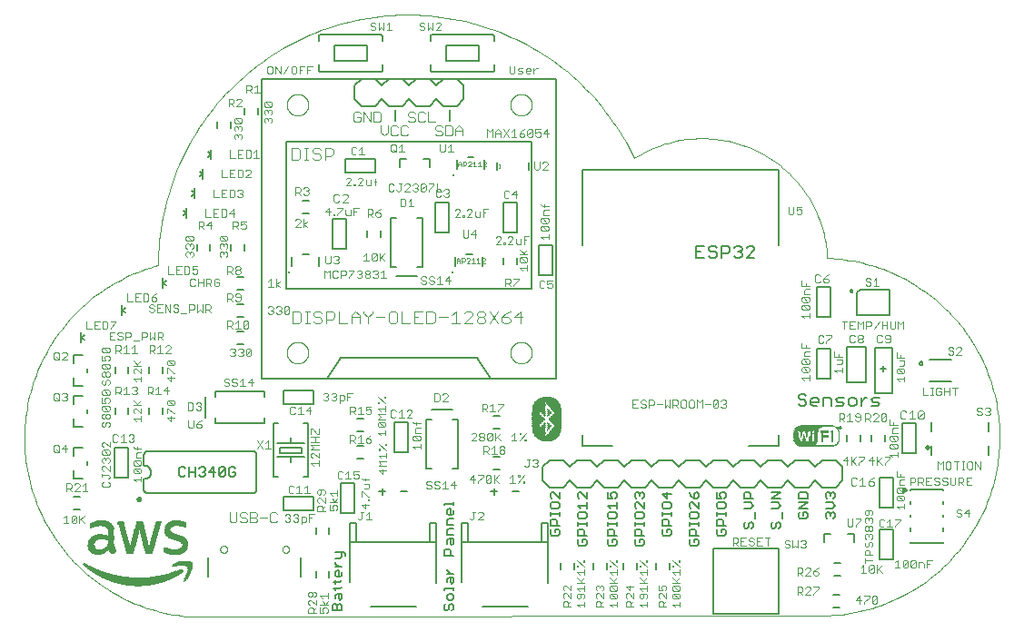
<source format=gto>
G04 EAGLE Gerber RS-274X export*
G75*
%MOMM*%
%FSLAX34Y34*%
%LPD*%
%INTop Silkscreen*%
%IPPOS*%
%AMOC8*
5,1,8,0,0,1.08239X$1,22.5*%
G01*
%ADD10C,0.000000*%
%ADD11C,0.152400*%
%ADD12C,0.127000*%
%ADD13R,0.571500X0.012700*%
%ADD14R,0.723900X0.012700*%
%ADD15R,0.838200X0.012700*%
%ADD16R,0.927100X0.012700*%
%ADD17R,1.016000X0.012700*%
%ADD18R,1.079500X0.012700*%
%ADD19R,1.155700X0.012700*%
%ADD20R,1.219200X0.012700*%
%ADD21R,1.270000X0.012700*%
%ADD22R,1.320800X0.012700*%
%ADD23R,1.371600X0.012700*%
%ADD24R,1.422400X0.012700*%
%ADD25R,1.460500X0.012700*%
%ADD26R,1.511300X0.012700*%
%ADD27R,1.549400X0.012700*%
%ADD28R,1.587500X0.012700*%
%ADD29R,1.625600X0.012700*%
%ADD30R,1.663700X0.012700*%
%ADD31R,1.701800X0.012700*%
%ADD32R,1.739900X0.012700*%
%ADD33R,1.765300X0.012700*%
%ADD34R,1.790700X0.012700*%
%ADD35R,1.828800X0.012700*%
%ADD36R,1.854200X0.012700*%
%ADD37R,1.892300X0.012700*%
%ADD38R,1.917700X0.012700*%
%ADD39R,1.943100X0.012700*%
%ADD40R,1.968500X0.012700*%
%ADD41R,1.993900X0.012700*%
%ADD42R,0.876300X0.012700*%
%ADD43R,1.117600X0.012700*%
%ADD44R,0.889000X0.012700*%
%ADD45R,1.130300X0.012700*%
%ADD46R,0.901700X0.012700*%
%ADD47R,0.914400X0.012700*%
%ADD48R,0.939800X0.012700*%
%ADD49R,0.952500X0.012700*%
%ADD50R,0.965200X0.012700*%
%ADD51R,0.977900X0.012700*%
%ADD52R,0.990600X0.012700*%
%ADD53R,1.003300X0.012700*%
%ADD54R,1.028700X0.012700*%
%ADD55R,1.104900X0.012700*%
%ADD56R,1.041400X0.012700*%
%ADD57R,1.054100X0.012700*%
%ADD58R,1.066800X0.012700*%
%ADD59R,1.092200X0.012700*%
%ADD60R,1.143000X0.012700*%
%ADD61R,1.168400X0.012700*%
%ADD62R,1.181100X0.012700*%
%ADD63R,1.193800X0.012700*%
%ADD64R,0.012700X0.012700*%
%ADD65R,0.025400X0.012700*%
%ADD66R,0.038100X0.012700*%
%ADD67R,0.050800X0.012700*%
%ADD68R,0.063500X0.012700*%
%ADD69R,0.076200X0.012700*%
%ADD70R,1.206500X0.012700*%
%ADD71R,0.863600X0.012700*%
%ADD72R,0.088900X0.012700*%
%ADD73R,0.850900X0.012700*%
%ADD74R,0.101600X0.012700*%
%ADD75R,0.114300X0.012700*%
%ADD76R,0.127000X0.012700*%
%ADD77R,0.825500X0.012700*%
%ADD78R,0.139700X0.012700*%
%ADD79R,0.812800X0.012700*%
%ADD80R,0.800100X0.012700*%
%ADD81R,0.152400X0.012700*%
%ADD82R,0.787400X0.012700*%
%ADD83R,0.165100X0.012700*%
%ADD84R,0.177800X0.012700*%
%ADD85R,0.774700X0.012700*%
%ADD86R,0.190500X0.012700*%
%ADD87R,0.203200X0.012700*%
%ADD88R,0.762000X0.012700*%
%ADD89R,0.749300X0.012700*%
%ADD90R,0.215900X0.012700*%
%ADD91R,0.736600X0.012700*%
%ADD92R,0.228600X0.012700*%
%ADD93R,0.241300X0.012700*%
%ADD94R,0.254000X0.012700*%
%ADD95R,0.711200X0.012700*%
%ADD96R,0.457200X0.012700*%
%ADD97R,0.698500X0.012700*%
%ADD98R,0.444500X0.012700*%
%ADD99R,0.266700X0.012700*%
%ADD100R,0.685800X0.012700*%
%ADD101R,0.431800X0.012700*%
%ADD102R,0.279400X0.012700*%
%ADD103R,0.419100X0.012700*%
%ADD104R,0.292100X0.012700*%
%ADD105R,0.673100X0.012700*%
%ADD106R,0.406400X0.012700*%
%ADD107R,0.304800X0.012700*%
%ADD108R,0.660400X0.012700*%
%ADD109R,0.393700X0.012700*%
%ADD110R,0.317500X0.012700*%
%ADD111R,0.647700X0.012700*%
%ADD112R,0.381000X0.012700*%
%ADD113R,0.635000X0.012700*%
%ADD114R,0.368300X0.012700*%
%ADD115R,0.330200X0.012700*%
%ADD116R,0.622300X0.012700*%
%ADD117R,0.355600X0.012700*%
%ADD118R,0.342900X0.012700*%
%ADD119R,0.609600X0.012700*%
%ADD120R,0.596900X0.012700*%
%ADD121R,0.584200X0.012700*%
%ADD122R,2.133600X0.012700*%
%ADD123R,2.108200X0.012700*%
%ADD124R,2.095500X0.012700*%
%ADD125R,2.070100X0.012700*%
%ADD126R,2.044700X0.012700*%
%ADD127R,2.019300X0.012700*%
%ADD128R,1.866900X0.012700*%
%ADD129R,1.803400X0.012700*%
%ADD130R,1.638300X0.012700*%
%ADD131R,1.562100X0.012700*%
%ADD132R,1.473200X0.012700*%
%ADD133R,1.384300X0.012700*%
%ADD134R,1.333500X0.012700*%
%ADD135R,1.282700X0.012700*%
%ADD136C,0.101600*%
%ADD137R,3.073400X0.025400*%
%ADD138R,3.302000X0.025400*%
%ADD139R,3.429000X0.025400*%
%ADD140R,1.574800X0.025400*%
%ADD141R,0.228600X0.025400*%
%ADD142R,1.625600X0.025400*%
%ADD143R,0.152400X0.025400*%
%ADD144R,1.701800X0.025400*%
%ADD145R,0.127000X0.025400*%
%ADD146R,1.752600X0.025400*%
%ADD147R,1.803400X0.025400*%
%ADD148R,0.101600X0.025400*%
%ADD149R,1.879600X0.025400*%
%ADD150R,1.930400X0.025400*%
%ADD151R,1.981200X0.025400*%
%ADD152R,2.032000X0.025400*%
%ADD153R,0.076200X0.025400*%
%ADD154R,2.057400X0.025400*%
%ADD155R,2.082800X0.025400*%
%ADD156R,2.108200X0.025400*%
%ADD157R,2.133600X0.025400*%
%ADD158R,2.159000X0.025400*%
%ADD159R,0.177800X0.025400*%
%ADD160R,0.609600X0.025400*%
%ADD161R,0.381000X0.025400*%
%ADD162R,0.355600X0.025400*%
%ADD163R,0.279400X0.025400*%
%ADD164R,0.584200X0.025400*%
%ADD165R,0.050800X0.025400*%
%ADD166R,0.330200X0.025400*%
%ADD167R,0.304800X0.025400*%
%ADD168R,0.558800X0.025400*%
%ADD169R,0.533400X0.025400*%
%ADD170R,0.203200X0.025400*%
%ADD171R,0.025400X0.025400*%
%ADD172R,0.254000X0.025400*%
%ADD173R,0.711200X0.025400*%
%ADD174R,0.508000X0.025400*%
%ADD175R,0.482600X0.025400*%
%ADD176R,0.457200X0.025400*%
%ADD177R,0.685800X0.025400*%
%ADD178R,0.431800X0.025400*%
%ADD179R,0.736600X0.025400*%
%ADD180R,0.406400X0.025400*%
%ADD181R,0.762000X0.025400*%
%ADD182R,1.778000X0.025400*%
%ADD183R,2.260600X0.025400*%
%ADD184R,2.286000X0.025400*%
%ADD185R,2.311400X0.025400*%
%ADD186R,2.336800X0.025400*%
%ADD187R,2.413000X0.025400*%
%ADD188R,0.006350X0.006350*%
%ADD189R,0.069850X0.006350*%
%ADD190R,0.628650X0.006350*%
%ADD191R,0.876300X0.006350*%
%ADD192R,1.066800X0.006350*%
%ADD193R,1.225550X0.006350*%
%ADD194R,1.377950X0.006350*%
%ADD195R,1.498600X0.006350*%
%ADD196R,1.625600X0.006350*%
%ADD197R,1.739900X0.006350*%
%ADD198R,1.841500X0.006350*%
%ADD199R,1.943100X0.006350*%
%ADD200R,2.038350X0.006350*%
%ADD201R,2.127250X0.006350*%
%ADD202R,2.216150X0.006350*%
%ADD203R,2.298700X0.006350*%
%ADD204R,2.381250X0.006350*%
%ADD205R,2.457450X0.006350*%
%ADD206R,2.533650X0.006350*%
%ADD207R,2.609850X0.006350*%
%ADD208R,2.679700X0.006350*%
%ADD209R,2.749550X0.006350*%
%ADD210R,2.819400X0.006350*%
%ADD211R,2.882900X0.006350*%
%ADD212R,2.952750X0.006350*%
%ADD213R,3.009900X0.006350*%
%ADD214R,3.073400X0.006350*%
%ADD215R,3.136900X0.006350*%
%ADD216R,3.194050X0.006350*%
%ADD217R,3.251200X0.006350*%
%ADD218R,3.314700X0.006350*%
%ADD219R,3.365500X0.006350*%
%ADD220R,3.422650X0.006350*%
%ADD221R,3.479800X0.006350*%
%ADD222R,3.530600X0.006350*%
%ADD223R,3.581400X0.006350*%
%ADD224R,3.632200X0.006350*%
%ADD225R,3.683000X0.006350*%
%ADD226R,3.733800X0.006350*%
%ADD227R,3.784600X0.006350*%
%ADD228R,3.835400X0.006350*%
%ADD229R,3.886200X0.006350*%
%ADD230R,3.930650X0.006350*%
%ADD231R,3.981450X0.006350*%
%ADD232R,4.025900X0.006350*%
%ADD233R,4.070350X0.006350*%
%ADD234R,4.121150X0.006350*%
%ADD235R,4.159250X0.006350*%
%ADD236R,4.210050X0.006350*%
%ADD237R,4.248150X0.006350*%
%ADD238R,4.298950X0.006350*%
%ADD239R,4.337050X0.006350*%
%ADD240R,4.381500X0.006350*%
%ADD241R,4.425950X0.006350*%
%ADD242R,4.464050X0.006350*%
%ADD243R,4.502150X0.006350*%
%ADD244R,4.546600X0.006350*%
%ADD245R,4.591050X0.006350*%
%ADD246R,4.629150X0.006350*%
%ADD247R,4.667250X0.006350*%
%ADD248R,4.711700X0.006350*%
%ADD249R,4.743450X0.006350*%
%ADD250R,4.787900X0.006350*%
%ADD251R,4.826000X0.006350*%
%ADD252R,4.864100X0.006350*%
%ADD253R,4.902200X0.006350*%
%ADD254R,4.933950X0.006350*%
%ADD255R,0.019050X0.006350*%
%ADD256R,4.972050X0.006350*%
%ADD257R,0.063500X0.006350*%
%ADD258R,5.003800X0.006350*%
%ADD259R,0.082550X0.006350*%
%ADD260R,5.041900X0.006350*%
%ADD261R,0.101600X0.006350*%
%ADD262R,5.080000X0.006350*%
%ADD263R,0.120650X0.006350*%
%ADD264R,5.118100X0.006350*%
%ADD265R,0.127000X0.006350*%
%ADD266R,5.149850X0.006350*%
%ADD267R,0.139700X0.006350*%
%ADD268R,5.187950X0.006350*%
%ADD269R,0.152400X0.006350*%
%ADD270R,5.219700X0.006350*%
%ADD271R,0.158750X0.006350*%
%ADD272R,5.257800X0.006350*%
%ADD273R,0.165100X0.006350*%
%ADD274R,5.289550X0.006350*%
%ADD275R,0.171450X0.006350*%
%ADD276R,5.327650X0.006350*%
%ADD277R,0.177800X0.006350*%
%ADD278R,5.359400X0.006350*%
%ADD279R,0.184150X0.006350*%
%ADD280R,5.391150X0.006350*%
%ADD281R,5.429250X0.006350*%
%ADD282R,0.190500X0.006350*%
%ADD283R,5.454650X0.006350*%
%ADD284R,0.203200X0.006350*%
%ADD285R,5.492750X0.006350*%
%ADD286R,5.518150X0.006350*%
%ADD287R,0.209550X0.006350*%
%ADD288R,5.556250X0.006350*%
%ADD289R,0.215900X0.006350*%
%ADD290R,5.588000X0.006350*%
%ADD291R,5.619750X0.006350*%
%ADD292R,0.222250X0.006350*%
%ADD293R,5.651500X0.006350*%
%ADD294R,5.683250X0.006350*%
%ADD295R,0.228600X0.006350*%
%ADD296R,5.708650X0.006350*%
%ADD297R,5.746750X0.006350*%
%ADD298R,0.234950X0.006350*%
%ADD299R,5.772150X0.006350*%
%ADD300R,5.810250X0.006350*%
%ADD301R,5.835650X0.006350*%
%ADD302R,0.241300X0.006350*%
%ADD303R,5.867400X0.006350*%
%ADD304R,0.247650X0.006350*%
%ADD305R,5.899150X0.006350*%
%ADD306R,5.924550X0.006350*%
%ADD307R,0.254000X0.006350*%
%ADD308R,5.956300X0.006350*%
%ADD309R,5.988050X0.006350*%
%ADD310R,0.260350X0.006350*%
%ADD311R,6.013450X0.006350*%
%ADD312R,6.038850X0.006350*%
%ADD313R,6.076950X0.006350*%
%ADD314R,0.266700X0.006350*%
%ADD315R,6.102350X0.006350*%
%ADD316R,6.127750X0.006350*%
%ADD317R,0.273050X0.006350*%
%ADD318R,6.159500X0.006350*%
%ADD319R,0.279400X0.006350*%
%ADD320R,6.191250X0.006350*%
%ADD321R,6.216650X0.006350*%
%ADD322R,6.242050X0.006350*%
%ADD323R,6.267450X0.006350*%
%ADD324R,0.285750X0.006350*%
%ADD325R,6.292850X0.006350*%
%ADD326R,6.330950X0.006350*%
%ADD327R,6.356350X0.006350*%
%ADD328R,0.292100X0.006350*%
%ADD329R,6.381750X0.006350*%
%ADD330R,6.407150X0.006350*%
%ADD331R,6.432550X0.006350*%
%ADD332R,0.298450X0.006350*%
%ADD333R,6.457950X0.006350*%
%ADD334R,3.028950X0.006350*%
%ADD335R,2.787650X0.006350*%
%ADD336R,0.304800X0.006350*%
%ADD337R,2.889250X0.006350*%
%ADD338R,2.647950X0.006350*%
%ADD339R,2.552700X0.006350*%
%ADD340R,2.711450X0.006350*%
%ADD341R,2.476500X0.006350*%
%ADD342R,0.311150X0.006350*%
%ADD343R,2.413000X0.006350*%
%ADD344R,2.571750X0.006350*%
%ADD345R,2.349500X0.006350*%
%ADD346R,2.520950X0.006350*%
%ADD347R,2.292350X0.006350*%
%ADD348R,0.317500X0.006350*%
%ADD349R,2.463800X0.006350*%
%ADD350R,2.241550X0.006350*%
%ADD351R,2.419350X0.006350*%
%ADD352R,2.197100X0.006350*%
%ADD353R,2.368550X0.006350*%
%ADD354R,2.152650X0.006350*%
%ADD355R,0.323850X0.006350*%
%ADD356R,2.330450X0.006350*%
%ADD357R,2.108200X0.006350*%
%ADD358R,2.286000X0.006350*%
%ADD359R,2.063750X0.006350*%
%ADD360R,2.254250X0.006350*%
%ADD361R,2.032000X0.006350*%
%ADD362R,1.993900X0.006350*%
%ADD363R,2.178050X0.006350*%
%ADD364R,1.962150X0.006350*%
%ADD365R,0.330200X0.006350*%
%ADD366R,2.146300X0.006350*%
%ADD367R,1.930400X0.006350*%
%ADD368R,1.898650X0.006350*%
%ADD369R,2.076450X0.006350*%
%ADD370R,1.873250X0.006350*%
%ADD371R,2.051050X0.006350*%
%ADD372R,0.336550X0.006350*%
%ADD373R,2.025650X0.006350*%
%ADD374R,1.816100X0.006350*%
%ADD375R,1.790700X0.006350*%
%ADD376R,1.968500X0.006350*%
%ADD377R,1.758950X0.006350*%
%ADD378R,1.733550X0.006350*%
%ADD379R,0.342900X0.006350*%
%ADD380R,1.917700X0.006350*%
%ADD381R,1.708150X0.006350*%
%ADD382R,1.682750X0.006350*%
%ADD383R,1.866900X0.006350*%
%ADD384R,1.663700X0.006350*%
%ADD385R,0.349250X0.006350*%
%ADD386R,1.847850X0.006350*%
%ADD387R,1.644650X0.006350*%
%ADD388R,1.822450X0.006350*%
%ADD389R,1.619250X0.006350*%
%ADD390R,1.803400X0.006350*%
%ADD391R,1.593850X0.006350*%
%ADD392R,1.784350X0.006350*%
%ADD393R,1.574800X0.006350*%
%ADD394R,1.765300X0.006350*%
%ADD395R,1.555750X0.006350*%
%ADD396R,0.355600X0.006350*%
%ADD397R,1.530350X0.006350*%
%ADD398R,1.720850X0.006350*%
%ADD399R,1.511300X0.006350*%
%ADD400R,1.701800X0.006350*%
%ADD401R,1.479550X0.006350*%
%ADD402R,1.670050X0.006350*%
%ADD403R,1.454150X0.006350*%
%ADD404R,1.441450X0.006350*%
%ADD405R,0.361950X0.006350*%
%ADD406R,1.422400X0.006350*%
%ADD407R,1.612900X0.006350*%
%ADD408R,1.403350X0.006350*%
%ADD409R,1.600200X0.006350*%
%ADD410R,1.390650X0.006350*%
%ADD411R,1.371600X0.006350*%
%ADD412R,1.562100X0.006350*%
%ADD413R,1.352550X0.006350*%
%ADD414R,1.549400X0.006350*%
%ADD415R,1.333500X0.006350*%
%ADD416R,0.368300X0.006350*%
%ADD417R,1.327150X0.006350*%
%ADD418R,1.301750X0.006350*%
%ADD419R,1.295400X0.006350*%
%ADD420R,1.485900X0.006350*%
%ADD421R,1.276350X0.006350*%
%ADD422R,1.473200X0.006350*%
%ADD423R,1.257300X0.006350*%
%ADD424R,1.244600X0.006350*%
%ADD425R,1.231900X0.006350*%
%ADD426R,1.428750X0.006350*%
%ADD427R,1.212850X0.006350*%
%ADD428R,0.374650X0.006350*%
%ADD429R,1.409700X0.006350*%
%ADD430R,1.206500X0.006350*%
%ADD431R,1.397000X0.006350*%
%ADD432R,1.187450X0.006350*%
%ADD433R,1.174750X0.006350*%
%ADD434R,1.155700X0.006350*%
%ADD435R,1.358900X0.006350*%
%ADD436R,1.149350X0.006350*%
%ADD437R,1.346200X0.006350*%
%ADD438R,1.130300X0.006350*%
%ADD439R,0.381000X0.006350*%
%ADD440R,1.123950X0.006350*%
%ADD441R,1.320800X0.006350*%
%ADD442R,1.111250X0.006350*%
%ADD443R,1.308100X0.006350*%
%ADD444R,1.098550X0.006350*%
%ADD445R,1.085850X0.006350*%
%ADD446R,1.282700X0.006350*%
%ADD447R,1.270000X0.006350*%
%ADD448R,1.060450X0.006350*%
%ADD449R,1.263650X0.006350*%
%ADD450R,1.047750X0.006350*%
%ADD451R,0.387350X0.006350*%
%ADD452R,1.028700X0.006350*%
%ADD453R,1.238250X0.006350*%
%ADD454R,1.022350X0.006350*%
%ADD455R,1.003300X0.006350*%
%ADD456R,0.996950X0.006350*%
%ADD457R,0.984250X0.006350*%
%ADD458R,0.977900X0.006350*%
%ADD459R,1.181100X0.006350*%
%ADD460R,0.958850X0.006350*%
%ADD461R,1.162050X0.006350*%
%ADD462R,0.939800X0.006350*%
%ADD463R,0.933450X0.006350*%
%ADD464R,0.393700X0.006350*%
%ADD465R,1.136650X0.006350*%
%ADD466R,0.914400X0.006350*%
%ADD467R,0.908050X0.006350*%
%ADD468R,1.117600X0.006350*%
%ADD469R,0.895350X0.006350*%
%ADD470R,0.889000X0.006350*%
%ADD471R,1.092200X0.006350*%
%ADD472R,0.869950X0.006350*%
%ADD473R,1.079500X0.006350*%
%ADD474R,0.850900X0.006350*%
%ADD475R,1.073150X0.006350*%
%ADD476R,0.831850X0.006350*%
%ADD477R,1.054100X0.006350*%
%ADD478R,0.825500X0.006350*%
%ADD479R,0.400050X0.006350*%
%ADD480R,1.041400X0.006350*%
%ADD481R,0.812800X0.006350*%
%ADD482R,1.035050X0.006350*%
%ADD483R,0.806450X0.006350*%
%ADD484R,0.787400X0.006350*%
%ADD485R,1.016000X0.006350*%
%ADD486R,0.774700X0.006350*%
%ADD487R,0.762000X0.006350*%
%ADD488R,0.755650X0.006350*%
%ADD489R,0.742950X0.006350*%
%ADD490R,0.730250X0.006350*%
%ADD491R,0.971550X0.006350*%
%ADD492R,0.711200X0.006350*%
%ADD493R,0.704850X0.006350*%
%ADD494R,0.952500X0.006350*%
%ADD495R,0.685800X0.006350*%
%ADD496R,0.679450X0.006350*%
%ADD497R,0.406400X0.006350*%
%ADD498R,0.654050X0.006350*%
%ADD499R,0.927100X0.006350*%
%ADD500R,0.647700X0.006350*%
%ADD501R,0.920750X0.006350*%
%ADD502R,0.609600X0.006350*%
%ADD503R,0.901700X0.006350*%
%ADD504R,0.590550X0.006350*%
%ADD505R,0.584200X0.006350*%
%ADD506R,0.882650X0.006350*%
%ADD507R,0.565150X0.006350*%
%ADD508R,0.552450X0.006350*%
%ADD509R,0.533400X0.006350*%
%ADD510R,0.857250X0.006350*%
%ADD511R,0.520700X0.006350*%
%ADD512R,0.501650X0.006350*%
%ADD513R,0.844550X0.006350*%
%ADD514R,0.482600X0.006350*%
%ADD515R,0.463550X0.006350*%
%ADD516R,0.444500X0.006350*%
%ADD517R,0.819150X0.006350*%
%ADD518R,0.431800X0.006350*%
%ADD519R,0.412750X0.006350*%
%ADD520R,0.800100X0.006350*%
%ADD521R,0.793750X0.006350*%
%ADD522R,0.736600X0.006350*%
%ADD523R,0.419100X0.006350*%
%ADD524R,0.723900X0.006350*%
%ADD525R,0.717550X0.006350*%
%ADD526R,0.076200X0.006350*%
%ADD527R,0.698500X0.006350*%
%ADD528R,0.692150X0.006350*%
%ADD529R,0.673100X0.006350*%
%ADD530R,0.425450X0.006350*%
%ADD531R,0.666750X0.006350*%
%ADD532R,0.660400X0.006350*%
%ADD533R,0.641350X0.006350*%
%ADD534R,0.635000X0.006350*%
%ADD535R,0.622300X0.006350*%
%ADD536R,0.615950X0.006350*%
%ADD537R,0.603250X0.006350*%
%ADD538R,0.596900X0.006350*%
%ADD539R,0.438150X0.006350*%
%ADD540R,0.577850X0.006350*%
%ADD541R,0.571500X0.006350*%
%ADD542R,0.558800X0.006350*%
%ADD543R,0.450850X0.006350*%
%ADD544R,0.546100X0.006350*%
%ADD545R,0.539750X0.006350*%
%ADD546R,0.457200X0.006350*%
%ADD547R,0.527050X0.006350*%
%ADD548R,0.514350X0.006350*%
%ADD549R,0.469900X0.006350*%
%ADD550R,0.508000X0.006350*%
%ADD551R,0.488950X0.006350*%
%ADD552R,0.476250X0.006350*%
%ADD553R,0.495300X0.006350*%
%ADD554R,0.050800X0.006350*%
%ADD555R,1.892300X0.006350*%
%ADD556R,1.885950X0.006350*%
%ADD557R,1.879600X0.006350*%
%ADD558R,1.860550X0.006350*%
%ADD559R,1.854200X0.006350*%
%ADD560R,1.797050X0.006350*%
%ADD561R,1.771650X0.006350*%
%ADD562R,1.752600X0.006350*%
%ADD563R,1.695450X0.006350*%
%ADD564R,1.676400X0.006350*%
%ADD565R,0.095250X0.006350*%
%ADD566R,1.657350X0.006350*%
%ADD567R,1.581150X0.006350*%
%ADD568R,1.524000X0.006350*%
%ADD569R,1.466850X0.006350*%
%ADD570R,1.416050X0.006350*%
%ADD571R,1.365250X0.006350*%
%ADD572R,1.193800X0.006350*%
%ADD573R,1.104900X0.006350*%
%ADD574R,0.749300X0.006350*%
%ADD575R,0.965200X0.006350*%
%ADD576R,1.009650X0.006350*%
%ADD577R,0.781050X0.006350*%
%ADD578R,0.133350X0.006350*%
%ADD579R,0.012700X0.006350*%
%ADD580R,0.146050X0.006350*%
%ADD581R,0.946150X0.006350*%
%ADD582R,1.339850X0.006350*%
%ADD583R,1.435100X0.006350*%
%ADD584R,1.168400X0.006350*%
%ADD585R,1.250950X0.006350*%
%ADD586R,1.651000X0.006350*%
%ADD587R,1.314450X0.006350*%
%ADD588R,1.714500X0.006350*%
%ADD589R,1.828800X0.006350*%
%ADD590R,1.460500X0.006350*%
%ADD591R,1.492250X0.006350*%
%ADD592R,1.911350X0.006350*%
%ADD593R,1.924050X0.006350*%
%ADD594R,1.543050X0.006350*%
%ADD595R,1.936750X0.006350*%
%ADD596R,1.949450X0.006350*%
%ADD597R,1.587500X0.006350*%
%ADD598R,1.974850X0.006350*%
%ADD599R,1.606550X0.006350*%
%ADD600R,1.981200X0.006350*%
%ADD601R,1.631950X0.006350*%
%ADD602R,1.638300X0.006350*%
%ADD603R,2.000250X0.006350*%
%ADD604R,2.012950X0.006350*%
%ADD605R,2.019300X0.006350*%
%ADD606R,1.689100X0.006350*%
%ADD607R,0.768350X0.006350*%
%ADD608R,2.044700X0.006350*%
%ADD609R,2.057400X0.006350*%
%ADD610R,1.778000X0.006350*%
%ADD611R,2.070100X0.006350*%
%ADD612R,0.863600X0.006350*%
%ADD613R,0.838200X0.006350*%
%ADD614R,0.990600X0.006350*%
%ADD615R,0.044450X0.006350*%
%ADD616R,2.247900X0.006350*%
%ADD617R,2.235200X0.006350*%
%ADD618R,2.228850X0.006350*%
%ADD619R,1.384300X0.006350*%
%ADD620R,2.203450X0.006350*%
%ADD621R,2.190750X0.006350*%
%ADD622R,2.165350X0.006350*%
%ADD623R,2.171700X0.006350*%
%ADD624R,2.159000X0.006350*%
%ADD625R,1.447800X0.006350*%
%ADD626R,2.139950X0.006350*%
%ADD627R,2.133600X0.006350*%
%ADD628R,2.120900X0.006350*%
%ADD629R,2.114550X0.006350*%
%ADD630R,2.101850X0.006350*%
%ADD631R,2.089150X0.006350*%
%ADD632R,2.082800X0.006350*%
%ADD633R,2.006600X0.006350*%
%ADD634R,1.955800X0.006350*%
%ADD635R,1.905000X0.006350*%
%ADD636R,1.289050X0.006350*%
%ADD637R,1.219200X0.006350*%
%ADD638R,1.200150X0.006350*%
%ADD639R,0.025400X0.006350*%
%ADD640R,0.114300X0.006350*%
%ADD641R,2.095500X0.006350*%
%ADD642R,1.835150X0.006350*%
%ADD643R,1.987550X0.006350*%
%ADD644R,1.746250X0.006350*%
%ADD645R,1.727200X0.006350*%
%ADD646R,1.504950X0.006350*%
%ADD647R,1.568450X0.006350*%
%ADD648R,1.536700X0.006350*%
%ADD649C,0.203200*%
%ADD650C,0.254000*%
%ADD651C,0.076200*%
%ADD652C,0.254000*%
%ADD653C,0.050800*%
%ADD654C,0.508000*%


D10*
X154250Y-1270D02*
X733300Y0D01*
X154250Y-1270D02*
X150177Y-1117D01*
X146108Y-864D01*
X142047Y-512D01*
X137995Y-61D01*
X133956Y489D01*
X129932Y1138D01*
X125924Y1885D01*
X121936Y2730D01*
X117970Y3672D01*
X114028Y4711D01*
X110113Y5846D01*
X106227Y7077D01*
X102371Y8402D01*
X98550Y9821D01*
X94764Y11333D01*
X91017Y12938D01*
X87310Y14633D01*
X83645Y16419D01*
X80025Y18294D01*
X76452Y20257D01*
X72929Y22306D01*
X69456Y24441D01*
X66037Y26661D01*
X62673Y28963D01*
X59366Y31347D01*
X56119Y33812D01*
X52932Y36355D01*
X49809Y38975D01*
X46752Y41670D01*
X43760Y44440D01*
X40838Y47282D01*
X37986Y50195D01*
X35206Y53177D01*
X32500Y56225D01*
X29869Y59339D01*
X27315Y62517D01*
X24840Y65756D01*
X22445Y69054D01*
X20131Y72410D01*
X17900Y75822D01*
X15753Y79287D01*
X13691Y82804D01*
X11716Y86370D01*
X9829Y89984D01*
X8031Y93642D01*
X6323Y97343D01*
X4706Y101085D01*
X3180Y104866D01*
X1748Y108683D01*
X410Y112533D01*
X-834Y116415D01*
X-1982Y120327D01*
X-3035Y124265D01*
X-3990Y128228D01*
X-4849Y132213D01*
X-5610Y136218D01*
X-6272Y140240D01*
X-6836Y144277D01*
X-7301Y148327D01*
X-7667Y152387D01*
X-7934Y156455D01*
X-8100Y160528D01*
X-8168Y164604D01*
X-8135Y168681D01*
X-8003Y172755D01*
X-7771Y176825D01*
X-7439Y180888D01*
X-7009Y184942D01*
X-6479Y188984D01*
X-5850Y193011D01*
X-5124Y197023D01*
X-4299Y201015D01*
X-3377Y204986D01*
X-2358Y208933D01*
X-1243Y212854D01*
X-32Y216746D01*
X1274Y220608D01*
X2673Y224437D01*
X4166Y228230D01*
X5752Y231986D01*
X7428Y235701D01*
X9195Y239375D01*
X11052Y243004D01*
X12996Y246587D01*
X15028Y250121D01*
X17146Y253604D01*
X19348Y257035D01*
X21633Y260411D01*
X24000Y263729D01*
X26448Y266989D01*
X28975Y270188D01*
X31579Y273324D01*
X34259Y276396D01*
X37014Y279401D01*
X39841Y282338D01*
X42739Y285205D01*
X45707Y288000D01*
X48742Y290721D01*
X51842Y293368D01*
X55007Y295938D01*
X58233Y298429D01*
X61519Y300841D01*
X64864Y303172D01*
X68264Y305421D01*
X71719Y307585D01*
X75225Y309665D01*
X78781Y311658D01*
X82385Y313563D01*
X86034Y315380D01*
X89727Y317107D01*
X93460Y318743D01*
X97233Y320287D01*
X101042Y321738D01*
X104886Y323096D01*
X108762Y324360D01*
X112668Y325528D01*
X116600Y326600D01*
X740000Y333299D02*
X744073Y333097D01*
X748139Y332794D01*
X752198Y332392D01*
X756245Y331891D01*
X760278Y331291D01*
X764296Y330593D01*
X768295Y329797D01*
X772274Y328903D01*
X776230Y327912D01*
X780160Y326824D01*
X784063Y325641D01*
X787935Y324362D01*
X791775Y322990D01*
X795580Y321523D01*
X799348Y319965D01*
X803077Y318314D01*
X806765Y316573D01*
X810409Y314742D01*
X814007Y312822D01*
X817556Y310815D01*
X821056Y308722D01*
X824504Y306544D01*
X827897Y304282D01*
X831234Y301938D01*
X834512Y299513D01*
X837730Y297008D01*
X840886Y294425D01*
X843978Y291767D01*
X847004Y289033D01*
X849962Y286226D01*
X852851Y283347D01*
X855668Y280399D01*
X858413Y277383D01*
X861082Y274300D01*
X863676Y271153D01*
X866192Y267944D01*
X868628Y264674D01*
X870984Y261345D01*
X873258Y257960D01*
X875448Y254520D01*
X877554Y251028D01*
X879573Y247485D01*
X881505Y243894D01*
X883349Y240256D01*
X885103Y236575D01*
X886767Y232852D01*
X888339Y229089D01*
X889818Y225289D01*
X891205Y221454D01*
X892497Y217586D01*
X893693Y213688D01*
X894795Y209761D01*
X895800Y205809D01*
X896708Y201834D01*
X897518Y197837D01*
X898230Y193822D01*
X898844Y189790D01*
X899359Y185745D01*
X899776Y181688D01*
X900092Y177623D01*
X900310Y173550D01*
X900427Y169474D01*
X900445Y165396D01*
X900363Y161319D01*
X900181Y157245D01*
X899900Y153177D01*
X899519Y149117D01*
X899039Y145067D01*
X898461Y141031D01*
X897783Y137009D01*
X897008Y133006D01*
X896135Y129022D01*
X895164Y125062D01*
X894097Y121126D01*
X892934Y117217D01*
X891676Y113338D01*
X890324Y109491D01*
X888877Y105678D01*
X887338Y101902D01*
X885707Y98164D01*
X883985Y94468D01*
X882173Y90814D01*
X880272Y87207D01*
X878284Y83646D01*
X876209Y80136D01*
X874049Y76677D01*
X871805Y73272D01*
X869478Y69923D01*
X867070Y66632D01*
X864582Y63400D01*
X862016Y60231D01*
X859374Y57125D01*
X856656Y54085D01*
X853864Y51112D01*
X851001Y48209D01*
X848067Y45376D01*
X845065Y42616D01*
X841997Y39930D01*
X838863Y37320D01*
X835667Y34788D01*
X832410Y32334D01*
X829094Y29961D01*
X825720Y27670D01*
X822292Y25461D01*
X818811Y23338D01*
X815278Y21300D01*
X811697Y19349D01*
X808070Y17486D01*
X804398Y15713D01*
X800683Y14030D01*
X796929Y12438D01*
X793136Y10939D01*
X789309Y9532D01*
X785447Y8220D01*
X781555Y7003D01*
X777635Y5881D01*
X773688Y4856D01*
X769717Y3927D01*
X765725Y3096D01*
X761713Y2363D01*
X757685Y1727D01*
X753643Y1191D01*
X749588Y754D01*
X745524Y416D01*
X741453Y177D01*
X737378Y39D01*
X733300Y0D01*
X740000Y333300D02*
X739836Y336145D01*
X739603Y338986D01*
X739301Y341821D01*
X738929Y344647D01*
X738489Y347464D01*
X737981Y350269D01*
X737404Y353060D01*
X736760Y355837D01*
X736048Y358597D01*
X735269Y361339D01*
X734424Y364062D01*
X733512Y366763D01*
X732535Y369441D01*
X731493Y372094D01*
X730387Y374721D01*
X729217Y377321D01*
X727985Y379891D01*
X726690Y382430D01*
X725333Y384938D01*
X723916Y387411D01*
X722439Y389849D01*
X720903Y392251D01*
X719309Y394614D01*
X717658Y396938D01*
X715951Y399221D01*
X714189Y401462D01*
X712373Y403659D01*
X710504Y405811D01*
X708583Y407917D01*
X706611Y409976D01*
X704590Y411986D01*
X702520Y413946D01*
X700404Y415855D01*
X698241Y417713D01*
X696034Y419517D01*
X693783Y421266D01*
X691491Y422961D01*
X689158Y424599D01*
X686786Y426179D01*
X684376Y427702D01*
X681930Y429165D01*
X679448Y430569D01*
X676934Y431911D01*
X674387Y433192D01*
X671810Y434410D01*
X669204Y435566D01*
X666571Y436657D01*
X663912Y437685D01*
X661228Y438647D01*
X658522Y439543D01*
X655795Y440373D01*
X653049Y441137D01*
X650285Y441834D01*
X647505Y442463D01*
X644710Y443024D01*
X641902Y443517D01*
X639083Y443941D01*
X636255Y444297D01*
X633419Y444583D01*
X630576Y444801D01*
X627730Y444949D01*
X624880Y445028D01*
X622030Y445037D01*
X619180Y444977D01*
X616332Y444848D01*
X613488Y444649D01*
X610650Y444382D01*
X607820Y444045D01*
X604998Y443639D01*
X602187Y443165D01*
X599389Y442622D01*
X596604Y442012D01*
X593836Y441333D01*
X591084Y440588D01*
X588352Y439776D01*
X585640Y438897D01*
X582950Y437953D01*
X580284Y436943D01*
X577644Y435869D01*
X575030Y434731D01*
X572445Y433530D01*
X569890Y432266D01*
X567367Y430940D01*
X564876Y429553D01*
X562420Y428106D01*
X560000Y426600D01*
X557521Y431703D01*
X554919Y436744D01*
X552194Y441720D01*
X549350Y446629D01*
X546386Y451466D01*
X543305Y456230D01*
X540109Y460918D01*
X536800Y465526D01*
X533380Y470052D01*
X529850Y474493D01*
X526213Y478847D01*
X522471Y483112D01*
X518626Y487283D01*
X514681Y491360D01*
X510637Y495340D01*
X506498Y499219D01*
X502266Y502997D01*
X497942Y506671D01*
X493531Y510238D01*
X489033Y513696D01*
X484453Y517044D01*
X479793Y520279D01*
X475055Y523400D01*
X470243Y526404D01*
X465358Y529290D01*
X460405Y532057D01*
X455386Y534701D01*
X450304Y537223D01*
X445162Y539620D01*
X439963Y541891D01*
X434711Y544035D01*
X429407Y546050D01*
X424056Y547935D01*
X418661Y549689D01*
X413225Y551311D01*
X407750Y552800D01*
X402241Y554156D01*
X396701Y555377D01*
X391133Y556462D01*
X385539Y557411D01*
X379925Y558224D01*
X374292Y558900D01*
X368644Y559438D01*
X362985Y559838D01*
X357318Y560101D01*
X351646Y560225D01*
X345973Y560211D01*
X340301Y560059D01*
X334636Y559768D01*
X328979Y559340D01*
X323334Y558774D01*
X317704Y558070D01*
X312094Y557230D01*
X306505Y556253D01*
X300942Y555140D01*
X295408Y553892D01*
X289906Y552509D01*
X284439Y550993D01*
X279010Y549344D01*
X273624Y547563D01*
X268282Y545651D01*
X262989Y543610D01*
X257747Y541440D01*
X252560Y539144D01*
X247429Y536721D01*
X242360Y534174D01*
X237354Y531505D01*
X232415Y528714D01*
X227545Y525804D01*
X222747Y522776D01*
X218025Y519632D01*
X213380Y516373D01*
X208817Y513003D01*
X204337Y509522D01*
X199943Y505934D01*
X195638Y502239D01*
X191424Y498440D01*
X187304Y494540D01*
X183280Y490541D01*
X179355Y486444D01*
X175531Y482254D01*
X171810Y477971D01*
X168195Y473599D01*
X164687Y469140D01*
X161289Y464597D01*
X158003Y459972D01*
X154830Y455269D01*
X151773Y450490D01*
X148833Y445638D01*
X146013Y440715D01*
X143313Y435726D01*
X140736Y430672D01*
X138282Y425557D01*
X135954Y420383D01*
X133753Y415154D01*
X131679Y409873D01*
X129735Y404544D01*
X127922Y399168D01*
X126240Y393750D01*
X124691Y388292D01*
X123275Y382798D01*
X121993Y377272D01*
X120846Y371716D01*
X119836Y366133D01*
X118961Y360528D01*
X118223Y354903D01*
X117623Y349261D01*
X117160Y343607D01*
X116836Y337943D01*
X116649Y332273D01*
X116601Y326600D01*
D11*
X617919Y344942D02*
X625376Y344942D01*
X617919Y344942D02*
X617919Y333756D01*
X625376Y333756D01*
X621647Y339349D02*
X617919Y339349D01*
X635205Y344942D02*
X637070Y343077D01*
X635205Y344942D02*
X631477Y344942D01*
X629612Y343077D01*
X629612Y341213D01*
X631477Y339349D01*
X635205Y339349D01*
X637070Y337485D01*
X637070Y335620D01*
X635205Y333756D01*
X631477Y333756D01*
X629612Y335620D01*
X641306Y333756D02*
X641306Y344942D01*
X646899Y344942D01*
X648763Y343077D01*
X648763Y339349D01*
X646899Y337485D01*
X641306Y337485D01*
X653000Y343077D02*
X654865Y344942D01*
X658593Y344942D01*
X660457Y343077D01*
X660457Y341213D01*
X658593Y339349D01*
X656729Y339349D01*
X658593Y339349D02*
X660457Y337485D01*
X660457Y335620D01*
X658593Y333756D01*
X654865Y333756D01*
X653000Y335620D01*
X664694Y333756D02*
X672151Y333756D01*
X664694Y333756D02*
X672151Y341213D01*
X672151Y343077D01*
X670287Y344942D01*
X666559Y344942D01*
X664694Y343077D01*
D12*
X483440Y80702D02*
X481957Y79219D01*
X481957Y76253D01*
X483440Y74770D01*
X489372Y74770D01*
X490855Y76253D01*
X490855Y79219D01*
X489372Y80702D01*
X486406Y80702D01*
X486406Y77736D01*
X490855Y84125D02*
X481957Y84125D01*
X481957Y88574D01*
X483440Y90057D01*
X486406Y90057D01*
X487889Y88574D01*
X487889Y84125D01*
X490855Y93480D02*
X490855Y96446D01*
X490855Y94963D02*
X481957Y94963D01*
X481957Y93480D02*
X481957Y96446D01*
X481957Y101200D02*
X481957Y104166D01*
X481957Y101200D02*
X483440Y99717D01*
X489372Y99717D01*
X490855Y101200D01*
X490855Y104166D01*
X489372Y105649D01*
X483440Y105649D01*
X481957Y104166D01*
X490855Y109072D02*
X490855Y115004D01*
X490855Y109072D02*
X484923Y115004D01*
X483440Y115004D01*
X481957Y113521D01*
X481957Y110555D01*
X483440Y109072D01*
X508840Y71346D02*
X507357Y69864D01*
X507357Y66898D01*
X508840Y65415D01*
X514772Y65415D01*
X516255Y66898D01*
X516255Y69864D01*
X514772Y71346D01*
X511806Y71346D01*
X511806Y68381D01*
X516255Y74770D02*
X507357Y74770D01*
X507357Y79219D01*
X508840Y80702D01*
X511806Y80702D01*
X513289Y79219D01*
X513289Y74770D01*
X516255Y84125D02*
X516255Y87091D01*
X516255Y85608D02*
X507357Y85608D01*
X507357Y84125D02*
X507357Y87091D01*
X507357Y91845D02*
X507357Y94811D01*
X507357Y91845D02*
X508840Y90362D01*
X514772Y90362D01*
X516255Y91845D01*
X516255Y94811D01*
X514772Y96294D01*
X508840Y96294D01*
X507357Y94811D01*
X510323Y99717D02*
X507357Y102683D01*
X516255Y102683D01*
X516255Y99717D02*
X516255Y105649D01*
X516255Y109072D02*
X516255Y115004D01*
X516255Y109072D02*
X510323Y115004D01*
X508840Y115004D01*
X507357Y113521D01*
X507357Y110555D01*
X508840Y109072D01*
X536780Y71346D02*
X535297Y69864D01*
X535297Y66898D01*
X536780Y65415D01*
X542712Y65415D01*
X544195Y66898D01*
X544195Y69864D01*
X542712Y71346D01*
X539746Y71346D01*
X539746Y68381D01*
X544195Y74770D02*
X535297Y74770D01*
X535297Y79219D01*
X536780Y80702D01*
X539746Y80702D01*
X541229Y79219D01*
X541229Y74770D01*
X544195Y84125D02*
X544195Y87091D01*
X544195Y85608D02*
X535297Y85608D01*
X535297Y84125D02*
X535297Y87091D01*
X535297Y91845D02*
X535297Y94811D01*
X535297Y91845D02*
X536780Y90362D01*
X542712Y90362D01*
X544195Y91845D01*
X544195Y94811D01*
X542712Y96294D01*
X536780Y96294D01*
X535297Y94811D01*
X538263Y99717D02*
X535297Y102683D01*
X544195Y102683D01*
X544195Y99717D02*
X544195Y105649D01*
X535297Y109072D02*
X535297Y115004D01*
X535297Y109072D02*
X539746Y109072D01*
X538263Y112038D01*
X538263Y113521D01*
X539746Y115004D01*
X542712Y115004D01*
X544195Y113521D01*
X544195Y110555D01*
X542712Y109072D01*
X586097Y79219D02*
X587580Y80702D01*
X586097Y79219D02*
X586097Y76253D01*
X587580Y74770D01*
X593512Y74770D01*
X594995Y76253D01*
X594995Y79219D01*
X593512Y80702D01*
X590546Y80702D01*
X590546Y77736D01*
X594995Y84125D02*
X586097Y84125D01*
X586097Y88574D01*
X587580Y90057D01*
X590546Y90057D01*
X592029Y88574D01*
X592029Y84125D01*
X594995Y93480D02*
X594995Y96446D01*
X594995Y94963D02*
X586097Y94963D01*
X586097Y93480D02*
X586097Y96446D01*
X586097Y101200D02*
X586097Y104166D01*
X586097Y101200D02*
X587580Y99717D01*
X593512Y99717D01*
X594995Y101200D01*
X594995Y104166D01*
X593512Y105649D01*
X587580Y105649D01*
X586097Y104166D01*
X586097Y113521D02*
X594995Y113521D01*
X590546Y109072D02*
X586097Y113521D01*
X590546Y115004D02*
X590546Y109072D01*
X612980Y71346D02*
X611497Y69864D01*
X611497Y66898D01*
X612980Y65415D01*
X618912Y65415D01*
X620395Y66898D01*
X620395Y69864D01*
X618912Y71346D01*
X615946Y71346D01*
X615946Y68381D01*
X620395Y74770D02*
X611497Y74770D01*
X611497Y79219D01*
X612980Y80702D01*
X615946Y80702D01*
X617429Y79219D01*
X617429Y74770D01*
X620395Y84125D02*
X620395Y87091D01*
X620395Y85608D02*
X611497Y85608D01*
X611497Y84125D02*
X611497Y87091D01*
X611497Y91845D02*
X611497Y94811D01*
X611497Y91845D02*
X612980Y90362D01*
X618912Y90362D01*
X620395Y91845D01*
X620395Y94811D01*
X618912Y96294D01*
X612980Y96294D01*
X611497Y94811D01*
X620395Y99717D02*
X620395Y105649D01*
X620395Y99717D02*
X614463Y105649D01*
X612980Y105649D01*
X611497Y104166D01*
X611497Y101200D01*
X612980Y99717D01*
X612980Y112038D02*
X611497Y115004D01*
X612980Y112038D02*
X615946Y109072D01*
X618912Y109072D01*
X620395Y110555D01*
X620395Y113521D01*
X618912Y115004D01*
X617429Y115004D01*
X615946Y113521D01*
X615946Y109072D01*
X638380Y80702D02*
X636897Y79219D01*
X636897Y76253D01*
X638380Y74770D01*
X644312Y74770D01*
X645795Y76253D01*
X645795Y79219D01*
X644312Y80702D01*
X641346Y80702D01*
X641346Y77736D01*
X645795Y84125D02*
X636897Y84125D01*
X636897Y88574D01*
X638380Y90057D01*
X641346Y90057D01*
X642829Y88574D01*
X642829Y84125D01*
X645795Y93480D02*
X645795Y96446D01*
X645795Y94963D02*
X636897Y94963D01*
X636897Y93480D02*
X636897Y96446D01*
X636897Y101200D02*
X636897Y104166D01*
X636897Y101200D02*
X638380Y99717D01*
X644312Y99717D01*
X645795Y101200D01*
X645795Y104166D01*
X644312Y105649D01*
X638380Y105649D01*
X636897Y104166D01*
X636897Y109072D02*
X636897Y115004D01*
X636897Y109072D02*
X641346Y109072D01*
X639863Y112038D01*
X639863Y113521D01*
X641346Y115004D01*
X644312Y115004D01*
X645795Y113521D01*
X645795Y110555D01*
X644312Y109072D01*
X663780Y86938D02*
X662297Y85456D01*
X662297Y82490D01*
X663780Y81007D01*
X665263Y81007D01*
X666746Y82490D01*
X666746Y85456D01*
X668229Y86938D01*
X669712Y86938D01*
X671195Y85456D01*
X671195Y82490D01*
X669712Y81007D01*
X672678Y90362D02*
X672678Y96294D01*
X668229Y99717D02*
X662297Y99717D01*
X668229Y99717D02*
X671195Y102683D01*
X668229Y105649D01*
X662297Y105649D01*
X662297Y109072D02*
X671195Y109072D01*
X662297Y109072D02*
X662297Y113521D01*
X663780Y115004D01*
X666746Y115004D01*
X668229Y113521D01*
X668229Y109072D01*
X689180Y86938D02*
X687697Y85456D01*
X687697Y82490D01*
X689180Y81007D01*
X690663Y81007D01*
X692146Y82490D01*
X692146Y85456D01*
X693629Y86938D01*
X695112Y86938D01*
X696595Y85456D01*
X696595Y82490D01*
X695112Y81007D01*
X698078Y90362D02*
X698078Y96294D01*
X693629Y99717D02*
X687697Y99717D01*
X693629Y99717D02*
X696595Y102683D01*
X693629Y105649D01*
X687697Y105649D01*
X687697Y109072D02*
X696595Y109072D01*
X696595Y115004D02*
X687697Y109072D01*
X687697Y115004D02*
X696595Y115004D01*
X287655Y4763D02*
X278757Y4763D01*
X278757Y9211D01*
X280240Y10694D01*
X281723Y10694D01*
X283206Y9211D01*
X284689Y10694D01*
X286172Y10694D01*
X287655Y9211D01*
X287655Y4763D01*
X283206Y4763D02*
X283206Y9211D01*
X281723Y15601D02*
X281723Y18566D01*
X283206Y20049D01*
X287655Y20049D01*
X287655Y15601D01*
X286172Y14118D01*
X284689Y15601D01*
X284689Y20049D01*
X286172Y24956D02*
X280240Y24956D01*
X286172Y24956D02*
X287655Y26439D01*
X281723Y26439D02*
X281723Y23473D01*
X280240Y31193D02*
X286172Y31193D01*
X287655Y32676D01*
X281723Y32676D02*
X281723Y29710D01*
X287655Y37429D02*
X287655Y40395D01*
X287655Y37429D02*
X286172Y35946D01*
X283206Y35946D01*
X281723Y37429D01*
X281723Y40395D01*
X283206Y41878D01*
X284689Y41878D01*
X284689Y35946D01*
X287655Y45302D02*
X281723Y45302D01*
X281723Y48267D02*
X284689Y45302D01*
X281723Y48267D02*
X281723Y49750D01*
X281723Y53098D02*
X286172Y53098D01*
X287655Y54581D01*
X287655Y59029D01*
X289138Y59029D02*
X281723Y59029D01*
X289138Y59029D02*
X290621Y57546D01*
X290621Y56063D01*
X382897Y9211D02*
X384380Y10694D01*
X382897Y9211D02*
X382897Y6245D01*
X384380Y4763D01*
X385863Y4763D01*
X387346Y6245D01*
X387346Y9211D01*
X388829Y10694D01*
X390312Y10694D01*
X391795Y9211D01*
X391795Y6245D01*
X390312Y4763D01*
X391795Y15601D02*
X391795Y18566D01*
X390312Y20049D01*
X387346Y20049D01*
X385863Y18566D01*
X385863Y15601D01*
X387346Y14118D01*
X390312Y14118D01*
X391795Y15601D01*
X382897Y23473D02*
X382897Y24956D01*
X391795Y24956D01*
X391795Y23473D02*
X391795Y26439D01*
X385863Y31193D02*
X385863Y34158D01*
X387346Y35641D01*
X391795Y35641D01*
X391795Y31193D01*
X390312Y29710D01*
X388829Y31193D01*
X388829Y35641D01*
X391795Y39065D02*
X385863Y39065D01*
X388829Y39065D02*
X385863Y42031D01*
X385863Y43514D01*
X382897Y56216D02*
X391795Y56216D01*
X382897Y56216D02*
X382897Y60665D01*
X384380Y62148D01*
X387346Y62148D01*
X388829Y60665D01*
X388829Y56216D01*
X385863Y67054D02*
X385863Y70020D01*
X387346Y71503D01*
X391795Y71503D01*
X391795Y67054D01*
X390312Y65571D01*
X388829Y67054D01*
X388829Y71503D01*
X391795Y74926D02*
X385863Y74926D01*
X385863Y79375D01*
X387346Y80858D01*
X391795Y80858D01*
X391795Y84282D02*
X385863Y84282D01*
X385863Y88730D01*
X387346Y90213D01*
X391795Y90213D01*
X391795Y95120D02*
X391795Y98086D01*
X391795Y95120D02*
X390312Y93637D01*
X387346Y93637D01*
X385863Y95120D01*
X385863Y98086D01*
X387346Y99568D01*
X388829Y99568D01*
X388829Y93637D01*
X382897Y102992D02*
X382897Y104475D01*
X391795Y104475D01*
X391795Y102992D02*
X391795Y105958D01*
D11*
X718507Y206766D02*
X720372Y204901D01*
X718507Y206766D02*
X714779Y206766D01*
X712915Y204901D01*
X712915Y203037D01*
X714779Y201173D01*
X718507Y201173D01*
X720372Y199309D01*
X720372Y197444D01*
X718507Y195580D01*
X714779Y195580D01*
X712915Y197444D01*
X726473Y195580D02*
X730201Y195580D01*
X726473Y195580D02*
X724608Y197444D01*
X724608Y201173D01*
X726473Y203037D01*
X730201Y203037D01*
X732066Y201173D01*
X732066Y199309D01*
X724608Y199309D01*
X736302Y203037D02*
X736302Y195580D01*
X736302Y203037D02*
X741895Y203037D01*
X743759Y201173D01*
X743759Y195580D01*
X747996Y195580D02*
X753589Y195580D01*
X755453Y197444D01*
X753589Y199309D01*
X749861Y199309D01*
X747996Y201173D01*
X749861Y203037D01*
X755453Y203037D01*
X761555Y195580D02*
X765283Y195580D01*
X767147Y197444D01*
X767147Y201173D01*
X765283Y203037D01*
X761555Y203037D01*
X759690Y201173D01*
X759690Y197444D01*
X761555Y195580D01*
X771384Y195580D02*
X771384Y203037D01*
X771384Y199309D02*
X775113Y203037D01*
X776977Y203037D01*
X781129Y195580D02*
X786722Y195580D01*
X788586Y197444D01*
X786722Y199309D01*
X782994Y199309D01*
X781129Y201173D01*
X782994Y203037D01*
X788586Y203037D01*
D12*
X714580Y96294D02*
X713097Y94811D01*
X713097Y91845D01*
X714580Y90362D01*
X720512Y90362D01*
X721995Y91845D01*
X721995Y94811D01*
X720512Y96294D01*
X717546Y96294D01*
X717546Y93328D01*
X721995Y99717D02*
X713097Y99717D01*
X721995Y105649D01*
X713097Y105649D01*
X713097Y109072D02*
X721995Y109072D01*
X721995Y113521D01*
X720512Y115004D01*
X714580Y115004D01*
X713097Y113521D01*
X713097Y109072D01*
X738497Y91845D02*
X739980Y90362D01*
X738497Y91845D02*
X738497Y94811D01*
X739980Y96294D01*
X741463Y96294D01*
X742946Y94811D01*
X742946Y93328D01*
X742946Y94811D02*
X744429Y96294D01*
X745912Y96294D01*
X747395Y94811D01*
X747395Y91845D01*
X745912Y90362D01*
X744429Y99717D02*
X738497Y99717D01*
X744429Y99717D02*
X747395Y102683D01*
X744429Y105649D01*
X738497Y105649D01*
X739980Y109072D02*
X738497Y110555D01*
X738497Y113521D01*
X739980Y115004D01*
X741463Y115004D01*
X742946Y113521D01*
X742946Y112038D01*
X742946Y113521D02*
X744429Y115004D01*
X745912Y115004D01*
X747395Y113521D01*
X747395Y110555D01*
X745912Y109072D01*
X562180Y71346D02*
X560697Y69864D01*
X560697Y66898D01*
X562180Y65415D01*
X568112Y65415D01*
X569595Y66898D01*
X569595Y69864D01*
X568112Y71346D01*
X565146Y71346D01*
X565146Y68381D01*
X569595Y74770D02*
X560697Y74770D01*
X560697Y79219D01*
X562180Y80702D01*
X565146Y80702D01*
X566629Y79219D01*
X566629Y74770D01*
X569595Y84125D02*
X569595Y87091D01*
X569595Y85608D02*
X560697Y85608D01*
X560697Y84125D02*
X560697Y87091D01*
X560697Y91845D02*
X560697Y94811D01*
X560697Y91845D02*
X562180Y90362D01*
X568112Y90362D01*
X569595Y91845D01*
X569595Y94811D01*
X568112Y96294D01*
X562180Y96294D01*
X560697Y94811D01*
X569595Y99717D02*
X569595Y105649D01*
X569595Y99717D02*
X563663Y105649D01*
X562180Y105649D01*
X560697Y104166D01*
X560697Y101200D01*
X562180Y99717D01*
X562180Y109072D02*
X560697Y110555D01*
X560697Y113521D01*
X562180Y115004D01*
X563663Y115004D01*
X565146Y113521D01*
X565146Y112038D01*
X565146Y113521D02*
X566629Y115004D01*
X568112Y115004D01*
X569595Y113521D01*
X569595Y110555D01*
X568112Y109072D01*
D13*
X478536Y162306D03*
D14*
X478536Y162433D03*
D15*
X478600Y162560D03*
D16*
X478536Y162687D03*
D17*
X478600Y162814D03*
D18*
X478536Y162941D03*
D19*
X478536Y163068D03*
D20*
X478600Y163195D03*
D21*
X478600Y163322D03*
D22*
X478600Y163449D03*
D23*
X478600Y163576D03*
D24*
X478600Y163703D03*
D25*
X478536Y163830D03*
D26*
X478536Y163957D03*
D27*
X478600Y164084D03*
D28*
X478536Y164211D03*
D29*
X478600Y164338D03*
D30*
X478536Y164465D03*
D31*
X478600Y164592D03*
D32*
X478536Y164719D03*
D33*
X478536Y164846D03*
D34*
X478536Y164973D03*
D35*
X478600Y165100D03*
D36*
X478600Y165227D03*
D37*
X478536Y165354D03*
D38*
X478536Y165481D03*
D39*
X478536Y165608D03*
D40*
X478536Y165735D03*
D41*
X478536Y165862D03*
D42*
X472821Y165989D03*
D43*
X483045Y165989D03*
D44*
X472758Y166116D03*
D45*
X483108Y166116D03*
D46*
X472694Y166243D03*
D45*
X483235Y166243D03*
D46*
X472694Y166370D03*
D45*
X483362Y166370D03*
D47*
X472631Y166497D03*
D45*
X483489Y166497D03*
D16*
X472567Y166624D03*
D43*
X483553Y166624D03*
D48*
X472504Y166751D03*
D45*
X483616Y166751D03*
D49*
X472440Y166878D03*
D45*
X483743Y166878D03*
D49*
X472440Y167005D03*
D45*
X483870Y167005D03*
D50*
X472377Y167132D03*
D45*
X483997Y167132D03*
D51*
X472313Y167259D03*
D43*
X484061Y167259D03*
D52*
X472250Y167386D03*
D43*
X484188Y167386D03*
D52*
X472250Y167513D03*
D45*
X484251Y167513D03*
D53*
X472186Y167640D03*
D43*
X484315Y167640D03*
D17*
X472123Y167767D03*
D43*
X484442Y167767D03*
D17*
X472123Y167894D03*
D43*
X484569Y167894D03*
D54*
X472059Y168021D03*
D55*
X484632Y168021D03*
D56*
X471996Y168148D03*
D55*
X484759Y168148D03*
D56*
X471996Y168275D03*
D43*
X484823Y168275D03*
D57*
X471932Y168402D03*
D55*
X484886Y168402D03*
D57*
X471932Y168529D03*
D55*
X485013Y168529D03*
D58*
X471869Y168656D03*
D59*
X485077Y168656D03*
D58*
X471869Y168783D03*
D59*
X485204Y168783D03*
D18*
X471805Y168910D03*
X485267Y168910D03*
X471805Y169037D03*
D59*
X485331Y169037D03*
X471742Y169164D03*
D18*
X485394Y169164D03*
D59*
X471742Y169291D03*
D18*
X485521Y169291D03*
D55*
X471678Y169418D03*
D58*
X485585Y169418D03*
D55*
X471678Y169545D03*
D58*
X485712Y169545D03*
D43*
X471615Y169672D03*
D58*
X485712Y169672D03*
D43*
X471615Y169799D03*
D57*
X485775Y169799D03*
D43*
X471615Y169926D03*
D57*
X485902Y169926D03*
D45*
X471551Y170053D03*
D56*
X485966Y170053D03*
D45*
X471551Y170180D03*
D56*
X486093Y170180D03*
D60*
X471488Y170307D03*
D54*
X486156Y170307D03*
D60*
X471488Y170434D03*
D54*
X486156Y170434D03*
D60*
X471488Y170561D03*
D54*
X486283Y170561D03*
D19*
X471424Y170688D03*
D17*
X486347Y170688D03*
D19*
X471424Y170815D03*
D53*
X486410Y170815D03*
D19*
X471424Y170942D03*
D53*
X486537Y170942D03*
D61*
X471361Y171069D03*
D52*
X486601Y171069D03*
D61*
X471361Y171196D03*
D52*
X486601Y171196D03*
D61*
X471361Y171323D03*
D51*
X486664Y171323D03*
D61*
X471361Y171450D03*
D51*
X486791Y171450D03*
D62*
X471297Y171577D03*
D50*
X486855Y171577D03*
D62*
X471297Y171704D03*
D49*
X486918Y171704D03*
D62*
X471297Y171831D03*
D49*
X486918Y171831D03*
D62*
X471297Y171958D03*
D49*
X487045Y171958D03*
D62*
X471297Y172085D03*
D48*
X487109Y172085D03*
D63*
X471234Y172212D03*
D64*
X479552Y172212D03*
D16*
X487172Y172212D03*
D63*
X471234Y172339D03*
D64*
X479552Y172339D03*
D47*
X487236Y172339D03*
D63*
X471234Y172466D03*
D65*
X479616Y172466D03*
D46*
X487299Y172466D03*
D63*
X471234Y172593D03*
D66*
X479679Y172593D03*
D46*
X487299Y172593D03*
D63*
X471234Y172720D03*
D67*
X479743Y172720D03*
D46*
X487426Y172720D03*
D63*
X471234Y172847D03*
D68*
X479806Y172847D03*
D44*
X487490Y172847D03*
D63*
X471234Y172974D03*
D69*
X479870Y172974D03*
D42*
X487553Y172974D03*
D70*
X471170Y173101D03*
D69*
X479870Y173101D03*
D71*
X487617Y173101D03*
D70*
X471170Y173228D03*
D72*
X479933Y173228D03*
D73*
X487680Y173228D03*
D70*
X471170Y173355D03*
D74*
X479997Y173355D03*
D73*
X487680Y173355D03*
D70*
X471170Y173482D03*
D75*
X480060Y173482D03*
D15*
X487744Y173482D03*
D70*
X471170Y173609D03*
D76*
X480124Y173609D03*
D77*
X487807Y173609D03*
D70*
X471170Y173736D03*
D78*
X480187Y173736D03*
D79*
X487871Y173736D03*
D70*
X471170Y173863D03*
D78*
X480187Y173863D03*
D80*
X487934Y173863D03*
D70*
X471170Y173990D03*
D81*
X480251Y173990D03*
D82*
X487998Y173990D03*
D70*
X471170Y174117D03*
D83*
X480314Y174117D03*
D82*
X487998Y174117D03*
D70*
X471170Y174244D03*
D84*
X480378Y174244D03*
D85*
X488061Y174244D03*
D70*
X471170Y174371D03*
D86*
X480441Y174371D03*
D85*
X488188Y174371D03*
D70*
X471170Y174498D03*
D87*
X480505Y174498D03*
D88*
X488252Y174498D03*
D70*
X471170Y174625D03*
D87*
X480505Y174625D03*
D89*
X488315Y174625D03*
D70*
X471170Y174752D03*
D90*
X480568Y174752D03*
D91*
X488379Y174752D03*
D70*
X471170Y174879D03*
D92*
X480632Y174879D03*
D91*
X488379Y174879D03*
D70*
X471170Y175006D03*
D93*
X480695Y175006D03*
D14*
X488442Y175006D03*
D70*
X471170Y175133D03*
D94*
X480759Y175133D03*
D95*
X488506Y175133D03*
D14*
X468757Y175260D03*
D96*
X474917Y175260D03*
D94*
X480759Y175260D03*
D97*
X488569Y175260D03*
D95*
X468694Y175387D03*
D98*
X474980Y175387D03*
D99*
X480822Y175387D03*
D100*
X488633Y175387D03*
D97*
X468630Y175514D03*
D101*
X475044Y175514D03*
D102*
X480886Y175514D03*
D100*
X488633Y175514D03*
X468567Y175641D03*
D103*
X475107Y175641D03*
D104*
X480949Y175641D03*
D105*
X488696Y175641D03*
X468503Y175768D03*
D106*
X475171Y175768D03*
D107*
X481013Y175768D03*
D108*
X488760Y175768D03*
X468440Y175895D03*
D109*
X475234Y175895D03*
D110*
X481076Y175895D03*
D111*
X488823Y175895D03*
X468376Y176022D03*
D112*
X475298Y176022D03*
D110*
X481076Y176022D03*
D113*
X488887Y176022D03*
X468313Y176149D03*
D114*
X475361Y176149D03*
D115*
X481140Y176149D03*
D116*
X488950Y176149D03*
X468249Y176276D03*
D117*
X475425Y176276D03*
D118*
X481203Y176276D03*
D116*
X488950Y176276D03*
D119*
X468186Y176403D03*
D118*
X475488Y176403D03*
X481203Y176403D03*
D119*
X489014Y176403D03*
D120*
X468122Y176530D03*
D115*
X475552Y176530D03*
X481140Y176530D03*
D119*
X489014Y176530D03*
D121*
X468059Y176657D03*
D110*
X475615Y176657D03*
X481076Y176657D03*
D119*
X489014Y176657D03*
D121*
X468059Y176784D03*
D107*
X475679Y176784D03*
X481013Y176784D03*
D116*
X488950Y176784D03*
D121*
X468059Y176911D03*
D104*
X475742Y176911D03*
X480949Y176911D03*
D113*
X488887Y176911D03*
D120*
X468122Y177038D03*
D102*
X475806Y177038D03*
X480886Y177038D03*
D111*
X488823Y177038D03*
D119*
X468186Y177165D03*
D99*
X475869Y177165D03*
X480822Y177165D03*
D108*
X488760Y177165D03*
D116*
X468249Y177292D03*
D94*
X475933Y177292D03*
X480759Y177292D03*
D105*
X488696Y177292D03*
D113*
X468313Y177419D03*
D93*
X475996Y177419D03*
X480695Y177419D03*
D100*
X488633Y177419D03*
D111*
X468376Y177546D03*
D92*
X476060Y177546D03*
X480632Y177546D03*
D97*
X488569Y177546D03*
D105*
X468503Y177673D03*
D90*
X476123Y177673D03*
X480568Y177673D03*
D95*
X488506Y177673D03*
D100*
X468567Y177800D03*
D87*
X476187Y177800D03*
X480505Y177800D03*
D14*
X488442Y177800D03*
D97*
X468630Y177927D03*
D86*
X476250Y177927D03*
X480441Y177927D03*
D91*
X488379Y177927D03*
D95*
X468694Y178054D03*
D84*
X476314Y178054D03*
X480378Y178054D03*
D89*
X488315Y178054D03*
D14*
X468757Y178181D03*
D83*
X476377Y178181D03*
X480314Y178181D03*
D88*
X488252Y178181D03*
D91*
X468821Y178308D03*
D81*
X476441Y178308D03*
X480251Y178308D03*
D85*
X488188Y178308D03*
D89*
X468884Y178435D03*
D78*
X476504Y178435D03*
X480187Y178435D03*
D82*
X488125Y178435D03*
D88*
X468948Y178562D03*
D76*
X476568Y178562D03*
X480124Y178562D03*
D80*
X488061Y178562D03*
D85*
X469011Y178689D03*
D75*
X476631Y178689D03*
X480060Y178689D03*
D79*
X487998Y178689D03*
D82*
X469075Y178816D03*
D74*
X476695Y178816D03*
X479997Y178816D03*
D77*
X487934Y178816D03*
D80*
X469138Y178943D03*
D72*
X476758Y178943D03*
X479933Y178943D03*
D15*
X487871Y178943D03*
D79*
X469202Y179070D03*
D69*
X476822Y179070D03*
X479870Y179070D03*
D73*
X487807Y179070D03*
D77*
X469265Y179197D03*
D68*
X476885Y179197D03*
X479806Y179197D03*
D71*
X487744Y179197D03*
D15*
X469329Y179324D03*
D66*
X477012Y179324D03*
D67*
X479743Y179324D03*
D42*
X487680Y179324D03*
D73*
X469392Y179451D03*
D65*
X477076Y179451D03*
D66*
X479679Y179451D03*
D44*
X487617Y179451D03*
D71*
X469456Y179578D03*
D64*
X477139Y179578D03*
D65*
X479616Y179578D03*
D46*
X487553Y179578D03*
D42*
X469519Y179705D03*
D64*
X479552Y179705D03*
D47*
X487490Y179705D03*
D44*
X469583Y179832D03*
D16*
X487426Y179832D03*
D46*
X469646Y179959D03*
D48*
X487363Y179959D03*
D47*
X469710Y180086D03*
D49*
X487299Y180086D03*
D16*
X469773Y180213D03*
D50*
X487236Y180213D03*
D48*
X469837Y180340D03*
D51*
X487172Y180340D03*
D49*
X469900Y180467D03*
D52*
X487109Y180467D03*
D50*
X469964Y180594D03*
D53*
X487045Y180594D03*
D51*
X470027Y180721D03*
D17*
X486982Y180721D03*
D52*
X470091Y180848D03*
D54*
X486918Y180848D03*
D53*
X470154Y180975D03*
D56*
X486855Y180975D03*
D17*
X470218Y181102D03*
D57*
X486791Y181102D03*
D54*
X470281Y181229D03*
D58*
X486728Y181229D03*
D56*
X470345Y181356D03*
D18*
X486664Y181356D03*
D57*
X470408Y181483D03*
D59*
X486601Y181483D03*
D58*
X470472Y181610D03*
D55*
X486537Y181610D03*
D18*
X470535Y181737D03*
D43*
X486474Y181737D03*
D59*
X470599Y181864D03*
D45*
X486410Y181864D03*
D55*
X470662Y181991D03*
D60*
X486347Y181991D03*
D43*
X470726Y182118D03*
D19*
X486283Y182118D03*
D45*
X470789Y182245D03*
D61*
X486220Y182245D03*
D60*
X470853Y182372D03*
D62*
X486156Y182372D03*
D19*
X470916Y182499D03*
D63*
X486093Y182499D03*
D61*
X470980Y182626D03*
D63*
X486093Y182626D03*
D19*
X470916Y182753D03*
D62*
X486156Y182753D03*
D60*
X470853Y182880D03*
D61*
X486220Y182880D03*
D45*
X470789Y183007D03*
D19*
X486283Y183007D03*
D43*
X470726Y183134D03*
D60*
X486347Y183134D03*
D55*
X470662Y183261D03*
D45*
X486410Y183261D03*
D59*
X470599Y183388D03*
D43*
X486474Y183388D03*
D18*
X470535Y183515D03*
D55*
X486537Y183515D03*
D58*
X470472Y183642D03*
D59*
X486601Y183642D03*
D57*
X470408Y183769D03*
D18*
X486664Y183769D03*
D56*
X470345Y183896D03*
D58*
X486728Y183896D03*
D54*
X470281Y184023D03*
D57*
X486791Y184023D03*
D17*
X470218Y184150D03*
D56*
X486855Y184150D03*
D53*
X470154Y184277D03*
D54*
X486918Y184277D03*
D52*
X470091Y184404D03*
D17*
X486982Y184404D03*
D51*
X470027Y184531D03*
D53*
X487045Y184531D03*
D50*
X469964Y184658D03*
D52*
X487109Y184658D03*
D49*
X469900Y184785D03*
D51*
X487172Y184785D03*
D48*
X469837Y184912D03*
D50*
X487236Y184912D03*
D16*
X469773Y185039D03*
D49*
X487299Y185039D03*
D47*
X469710Y185166D03*
D48*
X487363Y185166D03*
D46*
X469646Y185293D03*
D64*
X479552Y185293D03*
D16*
X487426Y185293D03*
D44*
X469583Y185420D03*
D65*
X479616Y185420D03*
D47*
X487490Y185420D03*
D42*
X469519Y185547D03*
D64*
X477139Y185547D03*
D66*
X479679Y185547D03*
D46*
X487553Y185547D03*
D71*
X469456Y185674D03*
D65*
X477076Y185674D03*
D67*
X479743Y185674D03*
D44*
X487617Y185674D03*
D73*
X469392Y185801D03*
D66*
X477012Y185801D03*
D68*
X479806Y185801D03*
D71*
X487744Y185801D03*
D15*
X469329Y185928D03*
D67*
X476949Y185928D03*
D69*
X479870Y185928D03*
D73*
X487807Y185928D03*
D77*
X469265Y186055D03*
D68*
X476885Y186055D03*
D72*
X479933Y186055D03*
D15*
X487871Y186055D03*
D79*
X469202Y186182D03*
D69*
X476822Y186182D03*
D74*
X479997Y186182D03*
D77*
X487934Y186182D03*
D80*
X469138Y186309D03*
D72*
X476758Y186309D03*
D75*
X480060Y186309D03*
D79*
X487998Y186309D03*
D82*
X469075Y186436D03*
D74*
X476695Y186436D03*
D76*
X480124Y186436D03*
D80*
X488061Y186436D03*
D85*
X469011Y186563D03*
D75*
X476631Y186563D03*
D78*
X480187Y186563D03*
D82*
X488125Y186563D03*
D88*
X468948Y186690D03*
D76*
X476568Y186690D03*
D81*
X480251Y186690D03*
D85*
X488188Y186690D03*
D89*
X468884Y186817D03*
D78*
X476504Y186817D03*
D83*
X480314Y186817D03*
D88*
X488252Y186817D03*
D91*
X468821Y186944D03*
D81*
X476441Y186944D03*
D84*
X480378Y186944D03*
D89*
X488315Y186944D03*
D14*
X468757Y187071D03*
D83*
X476377Y187071D03*
D86*
X480441Y187071D03*
D91*
X488379Y187071D03*
D95*
X468694Y187198D03*
D84*
X476314Y187198D03*
D87*
X480505Y187198D03*
D14*
X488442Y187198D03*
D97*
X468630Y187325D03*
D86*
X476250Y187325D03*
D90*
X480568Y187325D03*
D95*
X488506Y187325D03*
D100*
X468567Y187452D03*
D87*
X476187Y187452D03*
D92*
X480632Y187452D03*
D97*
X488569Y187452D03*
D105*
X468503Y187579D03*
D90*
X476123Y187579D03*
D93*
X480695Y187579D03*
D100*
X488633Y187579D03*
D108*
X468440Y187706D03*
D92*
X476060Y187706D03*
D94*
X480759Y187706D03*
D105*
X488696Y187706D03*
D111*
X468376Y187833D03*
D93*
X475996Y187833D03*
D99*
X480822Y187833D03*
D108*
X488760Y187833D03*
D113*
X468313Y187960D03*
D94*
X475933Y187960D03*
D102*
X480886Y187960D03*
D111*
X488823Y187960D03*
D116*
X468249Y188087D03*
D99*
X475869Y188087D03*
D104*
X480949Y188087D03*
D113*
X488887Y188087D03*
D119*
X468186Y188214D03*
D102*
X475806Y188214D03*
D107*
X481013Y188214D03*
D116*
X488950Y188214D03*
D120*
X468122Y188341D03*
D104*
X475742Y188341D03*
D110*
X481076Y188341D03*
D119*
X489014Y188341D03*
D121*
X468059Y188468D03*
D107*
X475679Y188468D03*
D115*
X481140Y188468D03*
D120*
X489077Y188468D03*
D121*
X468059Y188595D03*
D110*
X475615Y188595D03*
D118*
X481203Y188595D03*
D119*
X489014Y188595D03*
D121*
X468059Y188722D03*
D115*
X475552Y188722D03*
D118*
X481203Y188722D03*
D116*
X488950Y188722D03*
D120*
X468122Y188849D03*
D118*
X475488Y188849D03*
D115*
X481140Y188849D03*
D116*
X488950Y188849D03*
D119*
X468186Y188976D03*
D117*
X475425Y188976D03*
D110*
X481076Y188976D03*
D113*
X488887Y188976D03*
D116*
X468249Y189103D03*
D114*
X475361Y189103D03*
D107*
X481013Y189103D03*
D111*
X488823Y189103D03*
D113*
X468313Y189230D03*
D112*
X475298Y189230D03*
D104*
X480949Y189230D03*
D108*
X488760Y189230D03*
X468440Y189357D03*
D109*
X475234Y189357D03*
D102*
X480886Y189357D03*
D105*
X488696Y189357D03*
D108*
X468440Y189484D03*
D106*
X475171Y189484D03*
D99*
X480822Y189484D03*
D100*
X488633Y189484D03*
D105*
X468503Y189611D03*
D103*
X475107Y189611D03*
D99*
X480822Y189611D03*
D97*
X488569Y189611D03*
D100*
X468567Y189738D03*
D101*
X475044Y189738D03*
D94*
X480759Y189738D03*
D97*
X488569Y189738D03*
D95*
X468694Y189865D03*
D98*
X474980Y189865D03*
D93*
X480695Y189865D03*
D95*
X488506Y189865D03*
X468694Y189992D03*
D96*
X474917Y189992D03*
D92*
X480632Y189992D03*
D14*
X488442Y189992D03*
D70*
X471170Y190119D03*
D90*
X480568Y190119D03*
D91*
X488379Y190119D03*
D70*
X471170Y190246D03*
D87*
X480505Y190246D03*
D89*
X488315Y190246D03*
D70*
X471170Y190373D03*
D86*
X480441Y190373D03*
D88*
X488252Y190373D03*
D70*
X471170Y190500D03*
D86*
X480441Y190500D03*
D85*
X488188Y190500D03*
D70*
X471170Y190627D03*
D84*
X480378Y190627D03*
D82*
X488125Y190627D03*
D70*
X471170Y190754D03*
D83*
X480314Y190754D03*
D82*
X488125Y190754D03*
D70*
X471170Y190881D03*
D81*
X480251Y190881D03*
D80*
X488061Y190881D03*
D70*
X471170Y191008D03*
D78*
X480187Y191008D03*
D79*
X487998Y191008D03*
D70*
X471170Y191135D03*
D76*
X480124Y191135D03*
D79*
X487871Y191135D03*
D70*
X471170Y191262D03*
D75*
X480060Y191262D03*
D77*
X487807Y191262D03*
D70*
X471170Y191389D03*
D74*
X479997Y191389D03*
D15*
X487744Y191389D03*
D70*
X471170Y191516D03*
D74*
X479997Y191516D03*
D73*
X487680Y191516D03*
D70*
X471170Y191643D03*
D72*
X479933Y191643D03*
D73*
X487680Y191643D03*
D70*
X471170Y191770D03*
D69*
X479870Y191770D03*
D71*
X487617Y191770D03*
D70*
X471170Y191897D03*
D68*
X479806Y191897D03*
D42*
X487553Y191897D03*
D70*
X471170Y192024D03*
D67*
X479743Y192024D03*
D44*
X487490Y192024D03*
D70*
X471170Y192151D03*
D66*
X479679Y192151D03*
D46*
X487426Y192151D03*
D70*
X471170Y192278D03*
D65*
X479616Y192278D03*
D47*
X487363Y192278D03*
D63*
X471234Y192405D03*
D65*
X479616Y192405D03*
D16*
X487299Y192405D03*
D63*
X471234Y192532D03*
D64*
X479552Y192532D03*
D48*
X487236Y192532D03*
D63*
X471234Y192659D03*
D48*
X487236Y192659D03*
D63*
X471234Y192786D03*
D48*
X487109Y192786D03*
D63*
X471234Y192913D03*
D49*
X487045Y192913D03*
D63*
X471234Y193040D03*
D50*
X486982Y193040D03*
D63*
X471234Y193167D03*
D51*
X486918Y193167D03*
D62*
X471297Y193294D03*
D52*
X486855Y193294D03*
D62*
X471297Y193421D03*
D53*
X486791Y193421D03*
D62*
X471297Y193548D03*
D52*
X486728Y193548D03*
D62*
X471297Y193675D03*
D53*
X486664Y193675D03*
D62*
X471297Y193802D03*
D17*
X486601Y193802D03*
D61*
X471361Y193929D03*
D54*
X486537Y193929D03*
D61*
X471361Y194056D03*
D54*
X486410Y194056D03*
D61*
X471361Y194183D03*
D56*
X486347Y194183D03*
D61*
X471361Y194310D03*
D57*
X486283Y194310D03*
D19*
X471424Y194437D03*
D58*
X486220Y194437D03*
D19*
X471424Y194564D03*
D57*
X486156Y194564D03*
D19*
X471424Y194691D03*
D58*
X486093Y194691D03*
D60*
X471488Y194818D03*
D18*
X486029Y194818D03*
D60*
X471488Y194945D03*
D18*
X485902Y194945D03*
D60*
X471488Y195072D03*
D59*
X485839Y195072D03*
D45*
X471551Y195199D03*
D55*
X485775Y195199D03*
D45*
X471551Y195326D03*
D55*
X485648Y195326D03*
D43*
X471615Y195453D03*
D55*
X485648Y195453D03*
D43*
X471615Y195580D03*
D55*
X485521Y195580D03*
D43*
X471615Y195707D03*
X485458Y195707D03*
D55*
X471678Y195834D03*
D45*
X485394Y195834D03*
D55*
X471678Y195961D03*
D45*
X485267Y195961D03*
D59*
X471742Y196088D03*
D60*
X485204Y196088D03*
D59*
X471742Y196215D03*
D60*
X485077Y196215D03*
D18*
X471805Y196342D03*
D60*
X485077Y196342D03*
D18*
X471805Y196469D03*
D60*
X484950Y196469D03*
D58*
X471869Y196596D03*
D19*
X484886Y196596D03*
D58*
X471869Y196723D03*
D19*
X484759Y196723D03*
D57*
X471932Y196850D03*
D61*
X484696Y196850D03*
D57*
X471932Y196977D03*
D61*
X484569Y196977D03*
D56*
X471996Y197104D03*
D62*
X484505Y197104D03*
D56*
X471996Y197231D03*
D62*
X484378Y197231D03*
D54*
X472059Y197358D03*
D61*
X484315Y197358D03*
D17*
X472123Y197485D03*
D62*
X484251Y197485D03*
D17*
X472123Y197612D03*
D62*
X484124Y197612D03*
D53*
X472186Y197739D03*
D62*
X483997Y197739D03*
D52*
X472250Y197866D03*
D63*
X483934Y197866D03*
D52*
X472250Y197993D03*
D63*
X483807Y197993D03*
D51*
X472313Y198120D03*
D63*
X483680Y198120D03*
D50*
X472377Y198247D03*
D63*
X483680Y198247D03*
D50*
X472377Y198374D03*
D63*
X483553Y198374D03*
D49*
X472440Y198501D03*
D63*
X483426Y198501D03*
D48*
X472504Y198628D03*
D63*
X483299Y198628D03*
D122*
X478600Y198755D03*
D123*
X478600Y198882D03*
D124*
X478536Y199009D03*
D125*
X478536Y199136D03*
D126*
X478536Y199263D03*
D127*
X478536Y199390D03*
D41*
X478536Y199517D03*
D40*
X478536Y199644D03*
D39*
X478536Y199771D03*
D38*
X478536Y199898D03*
D37*
X478536Y200025D03*
D128*
X478536Y200152D03*
D35*
X478600Y200279D03*
D129*
X478600Y200406D03*
D33*
X478536Y200533D03*
D32*
X478536Y200660D03*
D31*
X478600Y200787D03*
D30*
X478536Y200914D03*
D130*
X478536Y201041D03*
D28*
X478536Y201168D03*
D131*
X478536Y201295D03*
D26*
X478536Y201422D03*
D132*
X478600Y201549D03*
D24*
X478600Y201676D03*
D133*
X478536Y201803D03*
D134*
X478536Y201930D03*
D135*
X478536Y202057D03*
D20*
X478600Y202184D03*
D19*
X478536Y202311D03*
D59*
X478600Y202438D03*
D54*
X478536Y202565D03*
D48*
X478600Y202692D03*
D73*
X478536Y202819D03*
D91*
X478600Y202946D03*
D120*
X478536Y203073D03*
D136*
X221735Y512578D02*
X219362Y512578D01*
X218176Y511392D01*
X218176Y506646D01*
X219362Y505460D01*
X221735Y505460D01*
X222921Y506646D01*
X222921Y511392D01*
X221735Y512578D01*
X225660Y512578D02*
X225660Y505460D01*
X230405Y505460D02*
X225660Y512578D01*
X230405Y512578D02*
X230405Y505460D01*
X233144Y505460D02*
X237889Y512578D01*
X241814Y512578D02*
X244187Y512578D01*
X241814Y512578D02*
X240628Y511392D01*
X240628Y506646D01*
X241814Y505460D01*
X244187Y505460D01*
X245373Y506646D01*
X245373Y511392D01*
X244187Y512578D01*
X248112Y512578D02*
X248112Y505460D01*
X248112Y512578D02*
X252858Y512578D01*
X250485Y509019D02*
X248112Y509019D01*
X255596Y505460D02*
X255596Y512578D01*
X260342Y512578D01*
X257969Y509019D02*
X255596Y509019D01*
D137*
X730250Y157480D03*
D138*
X730123Y157734D03*
D139*
X730250Y157988D03*
D140*
X720217Y158242D03*
D141*
X746760Y158242D03*
D142*
X720217Y158496D03*
D143*
X747649Y158496D03*
D144*
X720090Y158750D03*
D145*
X748030Y158750D03*
D146*
X720090Y159004D03*
D145*
X748538Y159004D03*
D147*
X720090Y159258D03*
D148*
X748919Y159258D03*
D149*
X719963Y159512D03*
D148*
X749173Y159512D03*
D150*
X719963Y159766D03*
D148*
X749427Y159766D03*
D150*
X719963Y160020D03*
D148*
X749681Y160020D03*
D151*
X719963Y160274D03*
D148*
X749935Y160274D03*
D152*
X719963Y160528D03*
D153*
X750062Y160528D03*
D154*
X719836Y160782D03*
D153*
X750316Y160782D03*
D155*
X719963Y161036D03*
D153*
X750570Y161036D03*
D156*
X719836Y161290D03*
D153*
X750570Y161290D03*
D157*
X719963Y161544D03*
D153*
X750824Y161544D03*
D158*
X719836Y161798D03*
D153*
X750824Y161798D03*
D158*
X719836Y162052D03*
D141*
X735584Y162052D03*
D159*
X744474Y162052D03*
D153*
X751078Y162052D03*
D160*
X711835Y162306D03*
D161*
X718566Y162306D03*
D162*
X724281Y162306D03*
D163*
X729488Y162306D03*
D141*
X735584Y162306D03*
X744474Y162306D03*
D153*
X751078Y162306D03*
D164*
X711708Y162560D03*
D161*
X718566Y162560D03*
D162*
X724281Y162560D03*
D163*
X729488Y162560D03*
D141*
X735584Y162560D03*
X744474Y162560D03*
D165*
X751205Y162560D03*
D164*
X711708Y162814D03*
D166*
X718566Y162814D03*
D162*
X724281Y162814D03*
D163*
X729488Y162814D03*
D141*
X735584Y162814D03*
X744474Y162814D03*
D153*
X751332Y162814D03*
D160*
X711581Y163068D03*
D166*
X718566Y163068D03*
X724408Y163068D03*
D163*
X729488Y163068D03*
D141*
X735584Y163068D03*
X744474Y163068D03*
D153*
X751332Y163068D03*
D160*
X711581Y163322D03*
D166*
X718566Y163322D03*
X724408Y163322D03*
D167*
X729615Y163322D03*
D141*
X735584Y163322D03*
X744474Y163322D03*
D153*
X751332Y163322D03*
D164*
X711454Y163576D03*
D167*
X718693Y163576D03*
D166*
X724408Y163576D03*
D167*
X729615Y163576D03*
D141*
X735584Y163576D03*
X744474Y163576D03*
D153*
X751332Y163576D03*
D164*
X711454Y163830D03*
D163*
X718566Y163830D03*
D166*
X724408Y163830D03*
D167*
X729615Y163830D03*
D141*
X735584Y163830D03*
X744474Y163830D03*
D165*
X751459Y163830D03*
D164*
X711454Y164084D03*
D163*
X718566Y164084D03*
D167*
X724535Y164084D03*
X729615Y164084D03*
D141*
X735584Y164084D03*
X744474Y164084D03*
D153*
X751586Y164084D03*
D164*
X711454Y164338D03*
D163*
X718566Y164338D03*
D167*
X724535Y164338D03*
X729615Y164338D03*
D141*
X735584Y164338D03*
X744474Y164338D03*
D153*
X751586Y164338D03*
D168*
X711327Y164592D03*
D141*
X718566Y164592D03*
D167*
X724535Y164592D03*
X729615Y164592D03*
D141*
X735584Y164592D03*
X744474Y164592D03*
D153*
X751586Y164592D03*
D168*
X711327Y164846D03*
D141*
X718566Y164846D03*
D167*
X724535Y164846D03*
X729615Y164846D03*
D141*
X735584Y164846D03*
X744474Y164846D03*
D153*
X751586Y164846D03*
D168*
X711327Y165100D03*
D141*
X718566Y165100D03*
D163*
X724662Y165100D03*
D167*
X729615Y165100D03*
D141*
X735584Y165100D03*
X744474Y165100D03*
D153*
X751586Y165100D03*
D169*
X711200Y165354D03*
D170*
X718693Y165354D03*
D163*
X724662Y165354D03*
D167*
X729615Y165354D03*
D141*
X735584Y165354D03*
X744474Y165354D03*
D153*
X751586Y165354D03*
D169*
X711200Y165608D03*
D159*
X718566Y165608D03*
D163*
X724662Y165608D03*
D167*
X729615Y165608D03*
D141*
X735584Y165608D03*
X744474Y165608D03*
D153*
X751586Y165608D03*
D169*
X711200Y165862D03*
D159*
X718566Y165862D03*
D171*
X721360Y165862D03*
D163*
X724662Y165862D03*
D167*
X729615Y165862D03*
D141*
X735584Y165862D03*
X744474Y165862D03*
D153*
X751586Y165862D03*
D169*
X711200Y166116D03*
D171*
X715772Y166116D03*
D159*
X718566Y166116D03*
D171*
X721360Y166116D03*
D172*
X724789Y166116D03*
D167*
X729615Y166116D03*
D173*
X737997Y166116D03*
D141*
X744474Y166116D03*
D153*
X751586Y166116D03*
D174*
X711073Y166370D03*
D171*
X715772Y166370D03*
D145*
X718566Y166370D03*
D165*
X721487Y166370D03*
D172*
X724789Y166370D03*
D167*
X729615Y166370D03*
D173*
X737997Y166370D03*
D141*
X744474Y166370D03*
D153*
X751586Y166370D03*
D174*
X711073Y166624D03*
D165*
X715899Y166624D03*
D145*
X718566Y166624D03*
D165*
X721487Y166624D03*
D172*
X724789Y166624D03*
D167*
X729615Y166624D03*
D173*
X737997Y166624D03*
D141*
X744474Y166624D03*
D153*
X751586Y166624D03*
D174*
X711073Y166878D03*
D165*
X715899Y166878D03*
D145*
X718566Y166878D03*
D153*
X721360Y166878D03*
D172*
X724789Y166878D03*
D167*
X729615Y166878D03*
D173*
X737997Y166878D03*
D141*
X744474Y166878D03*
D153*
X751586Y166878D03*
D174*
X711073Y167132D03*
D153*
X715772Y167132D03*
D148*
X718693Y167132D03*
D153*
X721360Y167132D03*
D141*
X724916Y167132D03*
D167*
X729615Y167132D03*
D173*
X737997Y167132D03*
D141*
X744474Y167132D03*
D153*
X751586Y167132D03*
D175*
X710946Y167386D03*
D148*
X715899Y167386D03*
D153*
X718566Y167386D03*
X721360Y167386D03*
D141*
X724916Y167386D03*
D167*
X729615Y167386D03*
D173*
X737997Y167386D03*
D141*
X744474Y167386D03*
D153*
X751586Y167386D03*
D175*
X710946Y167640D03*
D148*
X715899Y167640D03*
D153*
X718566Y167640D03*
D145*
X721360Y167640D03*
D141*
X724916Y167640D03*
D167*
X729615Y167640D03*
D173*
X737997Y167640D03*
D141*
X744474Y167640D03*
D153*
X751586Y167640D03*
D175*
X710946Y167894D03*
D148*
X715899Y167894D03*
D153*
X718566Y167894D03*
D145*
X721360Y167894D03*
D170*
X725043Y167894D03*
D167*
X729615Y167894D03*
D173*
X737997Y167894D03*
D141*
X744474Y167894D03*
D153*
X751586Y167894D03*
D176*
X710819Y168148D03*
D145*
X716026Y168148D03*
D171*
X718566Y168148D03*
D145*
X721360Y168148D03*
D170*
X725043Y168148D03*
D167*
X729615Y168148D03*
D141*
X735584Y168148D03*
X744474Y168148D03*
D153*
X751586Y168148D03*
D176*
X710819Y168402D03*
D143*
X715899Y168402D03*
D171*
X718566Y168402D03*
D145*
X721360Y168402D03*
D170*
X725043Y168402D03*
D167*
X729615Y168402D03*
D141*
X735584Y168402D03*
X744474Y168402D03*
D153*
X751586Y168402D03*
D176*
X710819Y168656D03*
D143*
X715899Y168656D03*
D159*
X721360Y168656D03*
D170*
X725043Y168656D03*
D167*
X729615Y168656D03*
D141*
X735584Y168656D03*
X744474Y168656D03*
D153*
X751586Y168656D03*
D176*
X710819Y168910D03*
D143*
X715899Y168910D03*
D159*
X721360Y168910D03*
D177*
X727710Y168910D03*
D141*
X735584Y168910D03*
D159*
X744474Y168910D03*
D153*
X751586Y168910D03*
D178*
X710692Y169164D03*
D159*
X716026Y169164D03*
X721360Y169164D03*
D177*
X727710Y169164D03*
D141*
X735584Y169164D03*
D153*
X751586Y169164D03*
D178*
X710692Y169418D03*
D170*
X715899Y169418D03*
X721233Y169418D03*
D177*
X727710Y169418D03*
D141*
X735584Y169418D03*
D153*
X751586Y169418D03*
D178*
X710692Y169672D03*
D170*
X715899Y169672D03*
D141*
X721360Y169672D03*
D177*
X727710Y169672D03*
D141*
X735584Y169672D03*
D153*
X751586Y169672D03*
D178*
X710692Y169926D03*
D141*
X716026Y169926D03*
X721360Y169926D03*
D170*
X725551Y169926D03*
D166*
X729488Y169926D03*
D179*
X738124Y169926D03*
D145*
X744474Y169926D03*
D153*
X751586Y169926D03*
D180*
X710565Y170180D03*
D141*
X716026Y170180D03*
X721360Y170180D03*
D159*
X725424Y170180D03*
D167*
X729615Y170180D03*
D181*
X738251Y170180D03*
D159*
X744474Y170180D03*
D165*
X751459Y170180D03*
D180*
X710565Y170434D03*
D141*
X716026Y170434D03*
D172*
X721233Y170434D03*
D143*
X725297Y170434D03*
D163*
X729742Y170434D03*
D181*
X738251Y170434D03*
D141*
X744474Y170434D03*
D153*
X751332Y170434D03*
D180*
X710565Y170688D03*
D163*
X716026Y170688D03*
D172*
X721233Y170688D03*
D143*
X725297Y170688D03*
D163*
X729742Y170688D03*
D181*
X738251Y170688D03*
D141*
X744474Y170688D03*
D153*
X751332Y170688D03*
D180*
X710565Y170942D03*
D163*
X716026Y170942D03*
X721360Y170942D03*
D145*
X725424Y170942D03*
D167*
X729869Y170942D03*
D181*
X738251Y170942D03*
D172*
X744347Y170942D03*
D153*
X751332Y170942D03*
D162*
X710565Y171196D03*
D163*
X716026Y171196D03*
D167*
X721233Y171196D03*
D145*
X725424Y171196D03*
D167*
X729869Y171196D03*
D181*
X738251Y171196D03*
D172*
X744347Y171196D03*
D153*
X751332Y171196D03*
D162*
X710565Y171450D03*
D163*
X716026Y171450D03*
D167*
X721233Y171450D03*
D145*
X725424Y171450D03*
D167*
X729869Y171450D03*
D181*
X738251Y171450D03*
D141*
X744474Y171450D03*
D165*
X751205Y171450D03*
D162*
X710565Y171704D03*
D166*
X716026Y171704D03*
D167*
X721233Y171704D03*
D148*
X725551Y171704D03*
D166*
X729996Y171704D03*
D181*
X738251Y171704D03*
D141*
X744474Y171704D03*
D153*
X751078Y171704D03*
D166*
X710692Y171958D03*
X716026Y171958D03*
D162*
X721233Y171958D03*
D145*
X725678Y171958D03*
D162*
X729869Y171958D03*
D181*
X738251Y171958D03*
D159*
X744474Y171958D03*
D153*
X751078Y171958D03*
D182*
X717931Y172212D03*
D180*
X729615Y172212D03*
D153*
X744474Y172212D03*
X750824Y172212D03*
D183*
X720598Y172466D03*
D153*
X750824Y172466D03*
D183*
X720598Y172720D03*
D153*
X750570Y172720D03*
D183*
X720852Y172974D03*
D153*
X750570Y172974D03*
D184*
X720979Y173228D03*
D153*
X750316Y173228D03*
D183*
X721106Y173482D03*
D153*
X750062Y173482D03*
D148*
X751967Y173482D03*
D183*
X721360Y173736D03*
D148*
X749935Y173736D03*
D165*
X751459Y173736D03*
D153*
X752602Y173736D03*
D183*
X721614Y173990D03*
D148*
X749681Y173990D03*
D153*
X751332Y173990D03*
D148*
X752729Y173990D03*
D184*
X721741Y174244D03*
D148*
X749427Y174244D03*
D165*
X750951Y174244D03*
D171*
X751586Y174244D03*
D165*
X752221Y174244D03*
D171*
X753110Y174244D03*
D184*
X721995Y174498D03*
D148*
X749173Y174498D03*
D171*
X750824Y174498D03*
X751586Y174498D03*
D165*
X752221Y174498D03*
D171*
X753110Y174498D03*
D184*
X722503Y174752D03*
D148*
X748919Y174752D03*
D171*
X750824Y174752D03*
D148*
X751967Y174752D03*
D171*
X753110Y174752D03*
D184*
X722757Y175006D03*
D145*
X748538Y175006D03*
D171*
X750824Y175006D03*
X751586Y175006D03*
X752348Y175006D03*
X753110Y175006D03*
D185*
X723138Y175260D03*
D145*
X748030Y175260D03*
D165*
X750951Y175260D03*
D148*
X751967Y175260D03*
D165*
X752983Y175260D03*
D186*
X723773Y175514D03*
D143*
X747649Y175514D03*
D165*
X751205Y175514D03*
X752729Y175514D03*
D187*
X724408Y175768D03*
D141*
X746760Y175768D03*
D143*
X751967Y175768D03*
D139*
X730250Y176022D03*
D138*
X730123Y176276D03*
D137*
X730250Y176530D03*
D136*
X443941Y506646D02*
X443941Y512578D01*
X443941Y506646D02*
X445128Y505460D01*
X447500Y505460D01*
X448687Y506646D01*
X448687Y512578D01*
X451425Y505460D02*
X454984Y505460D01*
X456171Y506646D01*
X454984Y507833D01*
X452612Y507833D01*
X451425Y509019D01*
X452612Y510205D01*
X456171Y510205D01*
X460096Y505460D02*
X462469Y505460D01*
X460096Y505460D02*
X458910Y506646D01*
X458910Y509019D01*
X460096Y510205D01*
X462469Y510205D01*
X463655Y509019D01*
X463655Y507833D01*
X458910Y507833D01*
X466394Y510205D02*
X466394Y505460D01*
X466394Y507833D02*
X468766Y510205D01*
X469953Y510205D01*
D12*
X328194Y115574D02*
X322263Y115574D01*
X325228Y118540D02*
X325228Y112608D01*
X426403Y115574D02*
X432334Y115574D01*
X429368Y118540D02*
X429368Y112608D01*
X348514Y115574D02*
X342583Y115574D01*
X446723Y115574D02*
X452654Y115574D01*
D188*
X96774Y27369D03*
X96901Y27369D03*
X97028Y27369D03*
X97155Y27369D03*
D189*
X97600Y27369D03*
D188*
X98044Y27369D03*
X98171Y27369D03*
D190*
X97536Y27432D03*
D191*
X97504Y27496D03*
D192*
X97504Y27559D03*
D193*
X97473Y27623D03*
D194*
X97473Y27686D03*
D195*
X97441Y27750D03*
D196*
X97441Y27813D03*
D197*
X97441Y27877D03*
D198*
X97441Y27940D03*
D199*
X97441Y28004D03*
D200*
X97409Y28067D03*
D201*
X97409Y28131D03*
D202*
X97409Y28194D03*
D203*
X97441Y28258D03*
D204*
X97409Y28321D03*
D205*
X97409Y28385D03*
D206*
X97409Y28448D03*
D207*
X97409Y28512D03*
D208*
X97441Y28575D03*
D209*
X97409Y28639D03*
D210*
X97441Y28702D03*
D211*
X97441Y28766D03*
D212*
X97409Y28829D03*
D213*
X97441Y28893D03*
D214*
X97441Y28956D03*
D215*
X97441Y29020D03*
D216*
X97409Y29083D03*
D217*
X97441Y29147D03*
D218*
X97441Y29210D03*
D219*
X97441Y29274D03*
D220*
X97409Y29337D03*
D221*
X97441Y29401D03*
D222*
X97441Y29464D03*
D223*
X97441Y29528D03*
D224*
X97441Y29591D03*
D225*
X97441Y29655D03*
D226*
X97441Y29718D03*
D227*
X97441Y29782D03*
D228*
X97441Y29845D03*
D229*
X97441Y29909D03*
D230*
X97473Y29972D03*
D231*
X97473Y30036D03*
D232*
X97441Y30099D03*
D233*
X97473Y30163D03*
D234*
X97473Y30226D03*
D235*
X97473Y30290D03*
D236*
X97473Y30353D03*
D237*
X97473Y30417D03*
D238*
X97473Y30480D03*
D239*
X97473Y30544D03*
D240*
X97504Y30607D03*
D241*
X97473Y30671D03*
D242*
X97473Y30734D03*
D243*
X97473Y30798D03*
D244*
X97504Y30861D03*
D245*
X97473Y30925D03*
D246*
X97473Y30988D03*
D247*
X97473Y31052D03*
D248*
X97504Y31115D03*
D249*
X97473Y31179D03*
D250*
X97504Y31242D03*
D251*
X97504Y31306D03*
D252*
X97504Y31369D03*
D253*
X97504Y31433D03*
D254*
X97536Y31496D03*
D255*
X140970Y31496D03*
D256*
X97473Y31560D03*
D257*
X141002Y31560D03*
D258*
X97504Y31623D03*
D259*
X141034Y31623D03*
D260*
X97504Y31687D03*
D261*
X141065Y31687D03*
D262*
X97504Y31750D03*
D263*
X141097Y31750D03*
D264*
X97504Y31814D03*
D265*
X141129Y31814D03*
D266*
X97536Y31877D03*
D267*
X141129Y31877D03*
D268*
X97536Y31941D03*
D269*
X141192Y31941D03*
D270*
X97504Y32004D03*
D271*
X141224Y32004D03*
D272*
X97504Y32068D03*
D273*
X141256Y32068D03*
D274*
X97536Y32131D03*
D275*
X141288Y32131D03*
D276*
X97536Y32195D03*
D277*
X141319Y32195D03*
D278*
X97504Y32258D03*
D279*
X141351Y32258D03*
D280*
X97536Y32322D03*
D279*
X141415Y32322D03*
D281*
X97536Y32385D03*
D282*
X141446Y32385D03*
D283*
X97536Y32449D03*
D284*
X141510Y32449D03*
D285*
X97536Y32512D03*
D284*
X141573Y32512D03*
D286*
X97536Y32576D03*
D287*
X141605Y32576D03*
D288*
X97536Y32639D03*
D289*
X141637Y32639D03*
D290*
X97504Y32703D03*
D289*
X141700Y32703D03*
D291*
X97536Y32766D03*
D292*
X141732Y32766D03*
D293*
X97504Y32830D03*
D292*
X141796Y32830D03*
D294*
X97536Y32893D03*
D295*
X141827Y32893D03*
D296*
X97536Y32957D03*
D295*
X141827Y32957D03*
D297*
X97536Y33020D03*
D298*
X141923Y33020D03*
D299*
X97536Y33084D03*
D298*
X141923Y33084D03*
D300*
X97536Y33147D03*
D298*
X141986Y33147D03*
D301*
X97536Y33211D03*
D302*
X142018Y33211D03*
D303*
X97568Y33274D03*
D304*
X142050Y33274D03*
D305*
X97536Y33338D03*
D304*
X142113Y33338D03*
D306*
X97536Y33401D03*
D307*
X142145Y33401D03*
D308*
X97568Y33465D03*
D307*
X142208Y33465D03*
D309*
X97536Y33528D03*
D310*
X142240Y33528D03*
D311*
X97536Y33592D03*
D310*
X142240Y33592D03*
D312*
X97536Y33655D03*
D310*
X142304Y33655D03*
D313*
X97536Y33719D03*
D314*
X142335Y33719D03*
D315*
X97536Y33782D03*
D314*
X142399Y33782D03*
D316*
X97536Y33846D03*
D317*
X142431Y33846D03*
D318*
X97568Y33909D03*
D319*
X142462Y33909D03*
D320*
X97536Y33973D03*
D317*
X142494Y33973D03*
D321*
X97536Y34036D03*
D319*
X142526Y34036D03*
D322*
X97536Y34100D03*
D319*
X142589Y34100D03*
D323*
X97536Y34163D03*
D324*
X142621Y34163D03*
D325*
X97536Y34227D03*
D324*
X142621Y34227D03*
D326*
X97536Y34290D03*
D324*
X142685Y34290D03*
D327*
X97536Y34354D03*
D328*
X142716Y34354D03*
D329*
X97536Y34417D03*
D328*
X142780Y34417D03*
D330*
X97536Y34481D03*
D328*
X142780Y34481D03*
D331*
X97536Y34544D03*
D332*
X142812Y34544D03*
D333*
X97536Y34608D03*
D332*
X142875Y34608D03*
D334*
X80264Y34671D03*
D188*
X95695Y34671D03*
D335*
X116015Y34671D03*
D336*
X142907Y34671D03*
D337*
X79439Y34735D03*
D188*
X103505Y34735D03*
D338*
X116840Y34735D03*
D336*
X142907Y34735D03*
D335*
X78804Y34798D03*
D188*
X92837Y34798D03*
D339*
X117443Y34798D03*
D336*
X142970Y34798D03*
D340*
X78232Y34862D03*
D341*
X117951Y34862D03*
D342*
X143002Y34862D03*
D338*
X77788Y34925D03*
D343*
X118459Y34925D03*
D336*
X143034Y34925D03*
D344*
X77280Y34989D03*
D345*
X118904Y34989D03*
D342*
X143066Y34989D03*
D346*
X76899Y35052D03*
D347*
X119317Y35052D03*
D348*
X143097Y35052D03*
D349*
X76486Y35116D03*
D350*
X119698Y35116D03*
D348*
X143161Y35116D03*
D351*
X76137Y35179D03*
D352*
X120047Y35179D03*
D348*
X143161Y35179D03*
D353*
X75756Y35243D03*
D354*
X120396Y35243D03*
D355*
X143193Y35243D03*
D356*
X75438Y35306D03*
D357*
X120745Y35306D03*
D355*
X143256Y35306D03*
D358*
X75089Y35370D03*
D359*
X121031Y35370D03*
D355*
X143256Y35370D03*
D360*
X74803Y35433D03*
D361*
X121317Y35433D03*
D355*
X143320Y35433D03*
D202*
X74486Y35497D03*
D362*
X121634Y35497D03*
D355*
X143320Y35497D03*
D363*
X74168Y35560D03*
D364*
X121920Y35560D03*
D365*
X143351Y35560D03*
D366*
X73882Y35624D03*
D367*
X122206Y35624D03*
D365*
X143415Y35624D03*
D357*
X73628Y35687D03*
D368*
X122492Y35687D03*
D365*
X143415Y35687D03*
D369*
X73343Y35751D03*
D370*
X122746Y35751D03*
D365*
X143478Y35751D03*
D371*
X73089Y35814D03*
D198*
X123031Y35814D03*
D372*
X143510Y35814D03*
D373*
X72835Y35878D03*
D374*
X123285Y35878D03*
D372*
X143510Y35878D03*
D362*
X72549Y35941D03*
D375*
X123539Y35941D03*
D372*
X143574Y35941D03*
D376*
X72295Y36005D03*
D377*
X123762Y36005D03*
D372*
X143574Y36005D03*
D199*
X72041Y36068D03*
D378*
X124016Y36068D03*
D379*
X143605Y36068D03*
D380*
X71787Y36132D03*
D381*
X124270Y36132D03*
D379*
X143669Y36132D03*
D368*
X71565Y36195D03*
D382*
X124524Y36195D03*
D379*
X143669Y36195D03*
D383*
X71342Y36259D03*
D384*
X124746Y36259D03*
D385*
X143701Y36259D03*
D386*
X71120Y36322D03*
D387*
X124968Y36322D03*
D379*
X143732Y36322D03*
D388*
X70866Y36386D03*
D389*
X125159Y36386D03*
D385*
X143764Y36386D03*
D390*
X70644Y36449D03*
D391*
X125413Y36449D03*
D379*
X143796Y36449D03*
D392*
X70422Y36513D03*
D393*
X125635Y36513D03*
D385*
X143828Y36513D03*
D394*
X70199Y36576D03*
D395*
X125857Y36576D03*
D396*
X143859Y36576D03*
D197*
X70009Y36640D03*
D397*
X126048Y36640D03*
D385*
X143891Y36640D03*
D398*
X69787Y36703D03*
D399*
X126270Y36703D03*
D396*
X143923Y36703D03*
D400*
X69564Y36767D03*
D195*
X126460Y36767D03*
D396*
X143923Y36767D03*
D382*
X69342Y36830D03*
D401*
X126683Y36830D03*
D396*
X143986Y36830D03*
D402*
X69152Y36894D03*
D403*
X126873Y36894D03*
D396*
X143986Y36894D03*
D387*
X68961Y36957D03*
D404*
X127064Y36957D03*
D405*
X144018Y36957D03*
D196*
X68739Y37021D03*
D406*
X127286Y37021D03*
D396*
X144050Y37021D03*
D407*
X68548Y37084D03*
D408*
X127445Y37084D03*
D405*
X144082Y37084D03*
D409*
X68358Y37148D03*
D410*
X127635Y37148D03*
D405*
X144082Y37148D03*
D393*
X68167Y37211D03*
D411*
X127857Y37211D03*
D405*
X144145Y37211D03*
D412*
X67977Y37275D03*
D413*
X128016Y37275D03*
D405*
X144145Y37275D03*
D414*
X67786Y37338D03*
D415*
X128238Y37338D03*
D416*
X144177Y37338D03*
D397*
X67564Y37402D03*
D417*
X128397Y37402D03*
D405*
X144209Y37402D03*
D399*
X67405Y37465D03*
D418*
X128588Y37465D03*
D416*
X144240Y37465D03*
D195*
X67215Y37529D03*
D419*
X128746Y37529D03*
D405*
X144272Y37529D03*
D420*
X67024Y37592D03*
D421*
X128969Y37592D03*
D416*
X144304Y37592D03*
D422*
X66834Y37656D03*
D423*
X129127Y37656D03*
D416*
X144304Y37656D03*
D403*
X66675Y37719D03*
D424*
X129318Y37719D03*
D416*
X144367Y37719D03*
D404*
X66485Y37783D03*
D425*
X129445Y37783D03*
D416*
X144367Y37783D03*
D426*
X66294Y37846D03*
D427*
X129667Y37846D03*
D428*
X144399Y37846D03*
D429*
X66135Y37910D03*
D430*
X129826Y37910D03*
D416*
X144431Y37910D03*
D431*
X65945Y37973D03*
D432*
X129985Y37973D03*
D428*
X144463Y37973D03*
D410*
X65786Y38037D03*
D433*
X130175Y38037D03*
D428*
X144463Y38037D03*
D411*
X65627Y38100D03*
D434*
X130334Y38100D03*
D428*
X144526Y38100D03*
D435*
X65437Y38164D03*
D436*
X130493Y38164D03*
D428*
X144526Y38164D03*
D437*
X65246Y38227D03*
D438*
X130651Y38227D03*
D439*
X144558Y38227D03*
D415*
X65119Y38291D03*
D440*
X130810Y38291D03*
D428*
X144590Y38291D03*
D441*
X64929Y38354D03*
D442*
X131001Y38354D03*
D428*
X144590Y38354D03*
D443*
X64802Y38418D03*
D444*
X131128Y38418D03*
D439*
X144621Y38418D03*
D419*
X64611Y38481D03*
D445*
X131318Y38481D03*
D439*
X144621Y38481D03*
D446*
X64421Y38545D03*
D192*
X131477Y38545D03*
D439*
X144685Y38545D03*
D447*
X64294Y38608D03*
D448*
X131636Y38608D03*
D439*
X144685Y38608D03*
D449*
X64135Y38672D03*
D450*
X131763Y38672D03*
D451*
X144717Y38672D03*
D424*
X63976Y38735D03*
D452*
X131921Y38735D03*
D439*
X144748Y38735D03*
D453*
X63818Y38799D03*
D454*
X132080Y38799D03*
D439*
X144748Y38799D03*
D425*
X63659Y38862D03*
D455*
X132239Y38862D03*
D451*
X144780Y38862D03*
D427*
X63500Y38926D03*
D456*
X132398Y38926D03*
D439*
X144812Y38926D03*
D430*
X63341Y38989D03*
D457*
X132525Y38989D03*
D451*
X144844Y38989D03*
D432*
X63183Y39053D03*
D458*
X132683Y39053D03*
D451*
X144844Y39053D03*
D459*
X63024Y39116D03*
D460*
X132842Y39116D03*
D451*
X144907Y39116D03*
D433*
X62865Y39180D03*
D460*
X132969Y39180D03*
D451*
X144907Y39180D03*
D461*
X62738Y39243D03*
D462*
X133128Y39243D03*
D451*
X144907Y39243D03*
D434*
X62579Y39307D03*
D463*
X133287Y39307D03*
D464*
X144939Y39307D03*
D465*
X62421Y39370D03*
D466*
X133445Y39370D03*
D451*
X144971Y39370D03*
D438*
X62262Y39434D03*
D467*
X133541Y39434D03*
D451*
X144971Y39434D03*
D468*
X62135Y39497D03*
D469*
X133731Y39497D03*
D464*
X145002Y39497D03*
D442*
X61976Y39561D03*
D470*
X133826Y39561D03*
D451*
X145034Y39561D03*
D444*
X61849Y39624D03*
D191*
X134017Y39624D03*
D464*
X145066Y39624D03*
D471*
X61690Y39688D03*
D472*
X134112Y39688D03*
D464*
X145066Y39688D03*
D473*
X61563Y39751D03*
D474*
X134271Y39751D03*
D451*
X145098Y39751D03*
D475*
X61405Y39815D03*
D474*
X134398Y39815D03*
D464*
X145129Y39815D03*
D448*
X61278Y39878D03*
D476*
X134557Y39878D03*
D464*
X145129Y39878D03*
D477*
X61119Y39942D03*
D478*
X134652Y39942D03*
D479*
X145161Y39942D03*
D480*
X60992Y40005D03*
D481*
X134842Y40005D03*
D464*
X145193Y40005D03*
D482*
X60833Y40069D03*
D483*
X134938Y40069D03*
D464*
X145193Y40069D03*
D454*
X60706Y40132D03*
D484*
X135096Y40132D03*
D479*
X145225Y40132D03*
D485*
X60547Y40196D03*
D486*
X135223Y40196D03*
D479*
X145225Y40196D03*
D455*
X60420Y40259D03*
D188*
X131445Y40259D03*
D487*
X135350Y40259D03*
D464*
X145256Y40259D03*
D456*
X60262Y40323D03*
D488*
X135446Y40323D03*
D479*
X145288Y40323D03*
D457*
X60135Y40386D03*
D489*
X135573Y40386D03*
D479*
X145288Y40386D03*
D458*
X59976Y40450D03*
D490*
X135636Y40450D03*
D464*
X145320Y40450D03*
D491*
X59881Y40513D03*
D492*
X135795Y40513D03*
D479*
X145352Y40513D03*
D460*
X59754Y40577D03*
D493*
X135890Y40577D03*
D479*
X145352Y40577D03*
D494*
X59595Y40640D03*
D495*
X135985Y40640D03*
D479*
X145352Y40640D03*
D462*
X59468Y40704D03*
D496*
X136081Y40704D03*
D497*
X145383Y40704D03*
D463*
X59309Y40767D03*
D498*
X136208Y40767D03*
D479*
X145415Y40767D03*
D499*
X59214Y40831D03*
D500*
X136303Y40831D03*
D479*
X145415Y40831D03*
D501*
X59055Y40894D03*
D190*
X136398Y40894D03*
D497*
X145447Y40894D03*
D467*
X58928Y40958D03*
D502*
X136493Y40958D03*
D497*
X145447Y40958D03*
D503*
X58833Y41021D03*
D188*
X133541Y41021D03*
D504*
X136589Y41021D03*
D479*
X145479Y41021D03*
D469*
X58674Y41085D03*
D505*
X136684Y41085D03*
D497*
X145510Y41085D03*
D506*
X58547Y41148D03*
D507*
X136779Y41148D03*
D497*
X145510Y41148D03*
D191*
X58388Y41212D03*
D508*
X136843Y41212D03*
D497*
X145510Y41212D03*
D472*
X58293Y41275D03*
D509*
X136938Y41275D03*
D497*
X145574Y41275D03*
D510*
X58166Y41339D03*
D511*
X137001Y41339D03*
D497*
X145574Y41339D03*
D510*
X58039Y41402D03*
D512*
X137097Y41402D03*
D497*
X145574Y41402D03*
D513*
X57912Y41466D03*
D514*
X137192Y41466D03*
D497*
X145574Y41466D03*
D513*
X57785Y41529D03*
D515*
X137224Y41529D03*
D497*
X145637Y41529D03*
D476*
X57658Y41593D03*
D516*
X137319Y41593D03*
D497*
X145637Y41593D03*
D517*
X57531Y41656D03*
D518*
X137382Y41656D03*
D497*
X145637Y41656D03*
D517*
X57404Y41720D03*
D519*
X137478Y41720D03*
X145669Y41720D03*
D483*
X57277Y41783D03*
D464*
X137509Y41783D03*
D519*
X145669Y41783D03*
D520*
X57182Y41847D03*
D428*
X137605Y41847D03*
D519*
X145669Y41847D03*
D521*
X57023Y41910D03*
D396*
X137636Y41910D03*
D497*
X145701Y41910D03*
D484*
X56928Y41974D03*
D365*
X137700Y41974D03*
D519*
X145733Y41974D03*
D486*
X56801Y42037D03*
D348*
X137763Y42037D03*
D519*
X145733Y42037D03*
D486*
X56674Y42101D03*
D328*
X137827Y42101D03*
D519*
X145733Y42101D03*
D487*
X56547Y42164D03*
D317*
X137859Y42164D03*
D519*
X145733Y42164D03*
D487*
X56420Y42228D03*
D304*
X137922Y42228D03*
D519*
X145796Y42228D03*
D488*
X56325Y42291D03*
D295*
X137954Y42291D03*
D519*
X145796Y42291D03*
D489*
X56198Y42355D03*
D287*
X137986Y42355D03*
D519*
X145796Y42355D03*
D522*
X56102Y42418D03*
D277*
X138017Y42418D03*
D523*
X145828Y42418D03*
D490*
X55944Y42482D03*
D269*
X138017Y42482D03*
D523*
X145828Y42482D03*
D524*
X55848Y42545D03*
D263*
X138049Y42545D03*
D523*
X145828Y42545D03*
D525*
X55753Y42609D03*
D526*
X138017Y42609D03*
D188*
X138494Y42609D03*
D523*
X145828Y42609D03*
D492*
X55594Y42672D03*
D523*
X145891Y42672D03*
D493*
X55499Y42736D03*
D523*
X145891Y42736D03*
D527*
X55404Y42799D03*
D523*
X145891Y42799D03*
D528*
X55245Y42863D03*
D523*
X145891Y42863D03*
D495*
X55150Y42926D03*
D523*
X145891Y42926D03*
D529*
X55023Y42990D03*
D530*
X145923Y42990D03*
D531*
X54928Y43053D03*
D530*
X145923Y43053D03*
D531*
X54801Y43117D03*
D530*
X145923Y43117D03*
D532*
X54705Y43180D03*
D530*
X145923Y43180D03*
D500*
X54578Y43244D03*
D518*
X145955Y43244D03*
D500*
X54451Y43307D03*
D530*
X145987Y43307D03*
D533*
X54356Y43371D03*
D530*
X145987Y43371D03*
D534*
X54261Y43434D03*
D530*
X145987Y43434D03*
D535*
X54134Y43498D03*
D530*
X145987Y43498D03*
D535*
X54007Y43561D03*
D518*
X146018Y43561D03*
D536*
X53912Y43625D03*
D518*
X146018Y43625D03*
D502*
X53816Y43688D03*
D518*
X146018Y43688D03*
D537*
X53721Y43752D03*
D518*
X146018Y43752D03*
D538*
X53562Y43815D03*
D518*
X146018Y43815D03*
D504*
X53467Y43879D03*
D539*
X146050Y43879D03*
D505*
X53372Y43942D03*
D539*
X146050Y43942D03*
D540*
X53277Y44006D03*
D539*
X146050Y44006D03*
D540*
X53150Y44069D03*
D516*
X146018Y44069D03*
D541*
X53054Y44133D03*
D516*
X146018Y44133D03*
D542*
X52927Y44196D03*
D543*
X146050Y44196D03*
D508*
X52832Y44260D03*
D543*
X146050Y44260D03*
D544*
X52737Y44323D03*
D543*
X146050Y44323D03*
D544*
X52610Y44387D03*
D543*
X146050Y44387D03*
D545*
X52515Y44450D03*
D543*
X146050Y44450D03*
D509*
X52419Y44514D03*
D546*
X146018Y44514D03*
D547*
X52324Y44577D03*
D546*
X146018Y44577D03*
D511*
X52229Y44641D03*
D515*
X146050Y44641D03*
D511*
X52102Y44704D03*
D515*
X146050Y44704D03*
D548*
X52007Y44768D03*
D549*
X146018Y44768D03*
D550*
X51911Y44831D03*
D549*
X146018Y44831D03*
D512*
X51816Y44895D03*
D549*
X146018Y44895D03*
D551*
X51689Y44958D03*
D552*
X145987Y44958D03*
D551*
X51562Y45022D03*
D552*
X145987Y45022D03*
D514*
X51467Y45085D03*
D551*
X145987Y45085D03*
D552*
X51372Y45149D03*
D553*
X145955Y45149D03*
D552*
X51308Y45212D03*
D553*
X145955Y45212D03*
D515*
X51181Y45276D03*
D512*
X145923Y45276D03*
D515*
X51118Y45339D03*
D550*
X145891Y45339D03*
D515*
X50991Y45403D03*
D548*
X145860Y45403D03*
D546*
X50895Y45466D03*
D547*
X145796Y45466D03*
D543*
X50800Y45530D03*
D509*
X145764Y45530D03*
D516*
X50705Y45593D03*
D544*
X145701Y45593D03*
D539*
X50610Y45657D03*
D554*
X130270Y45657D03*
D542*
X145701Y45657D03*
D518*
X50514Y45720D03*
D263*
X130429Y45720D03*
D540*
X145606Y45720D03*
D530*
X50419Y45784D03*
D279*
X130620Y45784D03*
D504*
X145542Y45784D03*
D530*
X50292Y45847D03*
D304*
X130874Y45847D03*
D502*
X145447Y45847D03*
D523*
X50197Y45911D03*
D342*
X131191Y45911D03*
D190*
X145352Y45911D03*
D519*
X50102Y45974D03*
D428*
X131445Y45974D03*
D500*
X145256Y45974D03*
D497*
X50006Y46038D03*
D539*
X131763Y46038D03*
D496*
X145098Y46038D03*
D479*
X49911Y46101D03*
D550*
X132112Y46101D03*
D492*
X144939Y46101D03*
D464*
X49816Y46165D03*
D504*
X132525Y46165D03*
D488*
X144717Y46165D03*
D451*
X49721Y46228D03*
D528*
X133033Y46228D03*
D517*
X144399Y46228D03*
D439*
X49625Y46292D03*
D555*
X139033Y46292D03*
D451*
X49530Y46355D03*
D555*
X139033Y46355D03*
D439*
X49435Y46419D03*
D555*
X139033Y46419D03*
D428*
X49340Y46482D03*
D556*
X139065Y46482D03*
D416*
X49244Y46546D03*
D556*
X139065Y46546D03*
D405*
X49149Y46609D03*
D557*
X139097Y46609D03*
D396*
X49054Y46673D03*
D556*
X139129Y46673D03*
D396*
X48990Y46736D03*
D557*
X139160Y46736D03*
D379*
X48927Y46800D03*
D370*
X139192Y46800D03*
D372*
X48832Y46863D03*
D383*
X139224Y46863D03*
D365*
X48736Y46927D03*
D558*
X139256Y46927D03*
D348*
X48673Y46990D03*
D559*
X139287Y46990D03*
D342*
X48578Y47054D03*
D386*
X139319Y47054D03*
D336*
X48546Y47117D03*
D198*
X139351Y47117D03*
D328*
X48482Y47181D03*
D388*
X139383Y47181D03*
D319*
X48419Y47244D03*
D374*
X139414Y47244D03*
D314*
X48355Y47308D03*
D390*
X139478Y47308D03*
D310*
X48260Y47371D03*
D560*
X139510Y47371D03*
D307*
X48228Y47435D03*
D392*
X139573Y47435D03*
D298*
X48197Y47498D03*
D561*
X139637Y47498D03*
D292*
X48133Y47562D03*
D394*
X139668Y47562D03*
D287*
X48070Y47625D03*
D562*
X139732Y47625D03*
D284*
X48038Y47689D03*
D197*
X139795Y47689D03*
D279*
X48006Y47752D03*
D378*
X139827Y47752D03*
D275*
X47943Y47816D03*
D398*
X139891Y47816D03*
D269*
X47911Y47879D03*
D381*
X139954Y47879D03*
D267*
X47911Y47943D03*
D563*
X139954Y47943D03*
D263*
X47879Y48006D03*
D564*
X140049Y48006D03*
D565*
X47879Y48070D03*
D402*
X140081Y48070D03*
D257*
X47847Y48133D03*
D566*
X140145Y48133D03*
D387*
X140208Y48197D03*
D196*
X140240Y48260D03*
D407*
X140303Y48324D03*
D391*
X140399Y48387D03*
D567*
X140462Y48451D03*
D412*
X140494Y48514D03*
D414*
X140557Y48578D03*
D568*
X140621Y48641D03*
D399*
X140684Y48705D03*
D420*
X140748Y48768D03*
D569*
X140780Y48832D03*
D404*
X140843Y48895D03*
D570*
X140907Y48959D03*
D410*
X140970Y49022D03*
D571*
X140970Y49086D03*
D415*
X141065Y49149D03*
D418*
X141097Y49213D03*
D447*
X141129Y49276D03*
D193*
X141161Y49340D03*
D572*
X141192Y49403D03*
D436*
X141224Y49467D03*
D573*
X141256Y49530D03*
D448*
X141288Y49594D03*
D455*
X141319Y49657D03*
D494*
X141319Y49721D03*
D506*
X141351Y49784D03*
D517*
X141351Y49848D03*
D574*
X141383Y49911D03*
D498*
X141415Y49975D03*
D542*
X141446Y50038D03*
D518*
X141446Y50102D03*
D302*
X141446Y50165D03*
D188*
X130874Y56388D03*
X131064Y56388D03*
X131191Y56388D03*
D292*
X132398Y56388D03*
D188*
X133604Y56388D03*
X133731Y56388D03*
X130175Y56452D03*
D479*
X132271Y56452D03*
D188*
X134366Y56452D03*
X59436Y56515D03*
X59563Y56515D03*
D271*
X60452Y56515D03*
D188*
X61341Y56515D03*
X61468Y56515D03*
D550*
X132239Y56515D03*
D188*
X134874Y56515D03*
X58738Y56579D03*
D348*
X60420Y56579D03*
D188*
X62103Y56579D03*
X129159Y56579D03*
D538*
X132239Y56579D03*
D188*
X58293Y56642D03*
D497*
X60420Y56642D03*
D188*
X62548Y56642D03*
D529*
X132175Y56642D03*
D188*
X135636Y56642D03*
X57976Y56706D03*
D514*
X60484Y56706D03*
D188*
X128397Y56706D03*
D522*
X132175Y56706D03*
D188*
X135954Y56706D03*
D542*
X60484Y56769D03*
D520*
X132112Y56769D03*
D188*
X136208Y56769D03*
D502*
X60484Y56833D03*
D188*
X127762Y56833D03*
D510*
X132144Y56833D03*
D498*
X60516Y56896D03*
D501*
X132080Y56896D03*
D493*
X60516Y56960D03*
D188*
X127191Y56960D03*
D575*
X132112Y56960D03*
D574*
X60547Y57023D03*
D576*
X132017Y57023D03*
D188*
X137160Y57023D03*
D577*
X60516Y57087D03*
D188*
X73533Y57087D03*
X73724Y57087D03*
X126683Y57087D03*
D477*
X132048Y57087D03*
D478*
X60547Y57150D03*
D257*
X73628Y57150D03*
D188*
X74041Y57150D03*
D573*
X131985Y57150D03*
D188*
X137605Y57150D03*
D474*
X60547Y57214D03*
D261*
X73628Y57214D03*
D188*
X106236Y57214D03*
X106490Y57214D03*
X106744Y57214D03*
X106998Y57214D03*
X107252Y57214D03*
X107506Y57214D03*
X107760Y57214D03*
X108014Y57214D03*
X108268Y57214D03*
X108522Y57214D03*
X108776Y57214D03*
X109030Y57214D03*
X109284Y57214D03*
D436*
X131953Y57214D03*
D470*
X60547Y57277D03*
D578*
X73660Y57277D03*
D188*
X88583Y57277D03*
X88710Y57277D03*
D355*
X90424Y57277D03*
D579*
X92170Y57277D03*
D188*
X92329Y57277D03*
D519*
X107760Y57277D03*
D572*
X131985Y57277D03*
D501*
X60579Y57341D03*
D580*
X73660Y57341D03*
D516*
X90456Y57341D03*
D549*
X107728Y57341D03*
D425*
X131921Y57341D03*
D581*
X60579Y57404D03*
D275*
X73660Y57404D03*
D551*
X90488Y57404D03*
D553*
X107728Y57404D03*
D449*
X131890Y57404D03*
D188*
X138303Y57404D03*
D458*
X60611Y57468D03*
D282*
X73692Y57468D03*
D548*
X90488Y57468D03*
D547*
X107760Y57468D03*
D443*
X131858Y57468D03*
D455*
X60611Y57531D03*
D284*
X73692Y57531D03*
D545*
X90488Y57531D03*
D544*
X107791Y57531D03*
D582*
X131890Y57531D03*
D452*
X60611Y57595D03*
D292*
X73724Y57595D03*
D508*
X90488Y57595D03*
D542*
X107728Y57595D03*
D411*
X131858Y57595D03*
D448*
X60643Y57658D03*
D298*
X73724Y57658D03*
D507*
X90488Y57658D03*
D541*
X107791Y57658D03*
D429*
X131858Y57658D03*
D473*
X60611Y57722D03*
D307*
X73755Y57722D03*
D540*
X90488Y57722D03*
D504*
X107760Y57722D03*
D583*
X131794Y57722D03*
D573*
X60674Y57785D03*
D314*
X73755Y57785D03*
D504*
X90488Y57785D03*
D538*
X107791Y57785D03*
D569*
X131826Y57785D03*
D440*
X60643Y57849D03*
D324*
X73787Y57849D03*
D538*
X90456Y57849D03*
D537*
X107760Y57849D03*
D195*
X131794Y57849D03*
D436*
X60706Y57912D03*
D332*
X73787Y57912D03*
D537*
X90488Y57912D03*
D502*
X107791Y57912D03*
D568*
X131794Y57912D03*
D584*
X60674Y57976D03*
D348*
X73819Y57976D03*
D536*
X90488Y57976D03*
X107760Y57976D03*
D395*
X131763Y57976D03*
D572*
X60674Y58039D03*
D355*
X73851Y58039D03*
D536*
X90488Y58039D03*
D190*
X107760Y58039D03*
D567*
X131763Y58039D03*
D427*
X60706Y58103D03*
D379*
X73882Y58103D03*
D190*
X90488Y58103D03*
D534*
X107791Y58103D03*
D409*
X131731Y58103D03*
D425*
X60738Y58166D03*
D396*
X73882Y58166D03*
D190*
X90488Y58166D03*
D533*
X107760Y58166D03*
D196*
X131731Y58166D03*
D585*
X60706Y58230D03*
D428*
X73914Y58230D03*
D533*
X90488Y58230D03*
X107760Y58230D03*
D586*
X131731Y58230D03*
D447*
X60738Y58293D03*
D451*
X73914Y58293D03*
D533*
X90488Y58293D03*
D500*
X107791Y58293D03*
D402*
X131699Y58293D03*
D446*
X60738Y58357D03*
D479*
X73978Y58357D03*
D500*
X90456Y58357D03*
D498*
X107760Y58357D03*
D563*
X131699Y58357D03*
D587*
X60770Y58420D03*
D519*
X73978Y58420D03*
D498*
X90488Y58420D03*
D532*
X107791Y58420D03*
D588*
X131731Y58420D03*
D441*
X60738Y58484D03*
D518*
X74009Y58484D03*
D532*
X90456Y58484D03*
X107791Y58484D03*
D378*
X131699Y58484D03*
D437*
X60801Y58547D03*
D516*
X74009Y58547D03*
D532*
X90456Y58547D03*
D529*
X107791Y58547D03*
D562*
X131731Y58547D03*
D413*
X60770Y58611D03*
D546*
X74073Y58611D03*
D531*
X90488Y58611D03*
D529*
X107791Y58611D03*
D394*
X131731Y58611D03*
D411*
X60801Y58674D03*
D549*
X74073Y58674D03*
D529*
X90456Y58674D03*
X107791Y58674D03*
D392*
X131699Y58674D03*
D410*
X60770Y58738D03*
D551*
X74105Y58738D03*
D529*
X90456Y58738D03*
D496*
X107823Y58738D03*
D390*
X131731Y58738D03*
D408*
X60833Y58801D03*
D512*
X74168Y58801D03*
D496*
X90488Y58801D03*
D495*
X107791Y58801D03*
D374*
X131731Y58801D03*
D570*
X60833Y58865D03*
D550*
X74136Y58865D03*
D495*
X90456Y58865D03*
X107791Y58865D03*
D589*
X131731Y58865D03*
D404*
X60833Y58928D03*
D511*
X74136Y58928D03*
D495*
X90456Y58928D03*
X107791Y58928D03*
D386*
X131763Y58928D03*
D403*
X60833Y58992D03*
D509*
X74200Y58992D03*
D495*
X90456Y58992D03*
D528*
X107823Y58992D03*
D558*
X131763Y58992D03*
D590*
X60865Y59055D03*
D544*
X74200Y59055D03*
D527*
X90456Y59055D03*
X107791Y59055D03*
D557*
X131794Y59055D03*
D401*
X60833Y59119D03*
D508*
X74168Y59119D03*
D527*
X90456Y59119D03*
X107791Y59119D03*
D557*
X131794Y59119D03*
D591*
X60897Y59182D03*
D507*
X74232Y59182D03*
D527*
X90456Y59182D03*
D493*
X107823Y59182D03*
D555*
X131794Y59182D03*
D399*
X60865Y59246D03*
D541*
X74200Y59246D03*
D493*
X90424Y59246D03*
X107823Y59246D03*
D592*
X131826Y59246D03*
D568*
X60928Y59309D03*
D540*
X74232Y59309D03*
D492*
X90456Y59309D03*
X107791Y59309D03*
D380*
X131858Y59309D03*
D397*
X60897Y59373D03*
D505*
X74200Y59373D03*
D492*
X90456Y59373D03*
D525*
X107823Y59373D03*
D593*
X131890Y59373D03*
D594*
X60897Y59436D03*
D504*
X74232Y59436D03*
D525*
X90424Y59436D03*
X107823Y59436D03*
D595*
X131890Y59436D03*
D412*
X60928Y59500D03*
D538*
X74200Y59500D03*
D525*
X90424Y59500D03*
X107823Y59500D03*
D199*
X131921Y59500D03*
D393*
X60928Y59563D03*
D502*
X74200Y59563D03*
D524*
X90456Y59563D03*
D490*
X107823Y59563D03*
D596*
X131953Y59563D03*
D597*
X60928Y59627D03*
D502*
X74200Y59627D03*
D490*
X90424Y59627D03*
X107823Y59627D03*
D364*
X131953Y59627D03*
D391*
X60960Y59690D03*
D536*
X74168Y59690D03*
D490*
X90424Y59690D03*
X107823Y59690D03*
D598*
X132017Y59690D03*
D599*
X60960Y59754D03*
D536*
X74168Y59754D03*
D490*
X90424Y59754D03*
D489*
X107823Y59754D03*
D598*
X132017Y59754D03*
D196*
X60992Y59817D03*
D190*
X74168Y59817D03*
D522*
X90456Y59817D03*
X107855Y59817D03*
D600*
X132048Y59817D03*
D601*
X60960Y59881D03*
D535*
X74136Y59881D03*
D489*
X90424Y59881D03*
X107823Y59881D03*
D362*
X132048Y59881D03*
D602*
X60992Y59944D03*
D190*
X74105Y59944D03*
D489*
X90424Y59944D03*
X107823Y59944D03*
D362*
X132112Y59944D03*
D566*
X61024Y60008D03*
D534*
X74073Y60008D03*
D489*
X90424Y60008D03*
D574*
X107855Y60008D03*
D603*
X132144Y60008D03*
D384*
X60992Y60071D03*
D534*
X74073Y60071D03*
D574*
X90392Y60071D03*
X107855Y60071D03*
D604*
X132144Y60071D03*
D382*
X61024Y60135D03*
D190*
X74041Y60135D03*
D488*
X90424Y60135D03*
X107823Y60135D03*
D605*
X132175Y60135D03*
D606*
X61055Y60198D03*
D533*
X74041Y60198D03*
D488*
X90424Y60198D03*
D487*
X107855Y60198D03*
D604*
X132207Y60198D03*
D563*
X61024Y60262D03*
D533*
X73978Y60262D03*
D487*
X90392Y60262D03*
X107855Y60262D03*
D361*
X132239Y60262D03*
D381*
X61087Y60325D03*
D533*
X73978Y60325D03*
D487*
X90392Y60325D03*
X107855Y60325D03*
D361*
X132239Y60325D03*
D588*
X61055Y60389D03*
D533*
X73914Y60389D03*
D486*
X90392Y60389D03*
X107855Y60389D03*
D200*
X132271Y60389D03*
D378*
X61087Y60452D03*
D533*
X73914Y60452D03*
D607*
X90424Y60452D03*
D486*
X107855Y60452D03*
D200*
X132334Y60452D03*
D378*
X61087Y60516D03*
D533*
X73851Y60516D03*
D486*
X90392Y60516D03*
X107855Y60516D03*
D608*
X132302Y60516D03*
D562*
X61119Y60579D03*
D533*
X73851Y60579D03*
D486*
X90392Y60579D03*
D577*
X107887Y60579D03*
D609*
X132366Y60579D03*
D562*
X61119Y60643D03*
D533*
X73787Y60643D03*
D577*
X90424Y60643D03*
D484*
X107855Y60643D03*
D609*
X132366Y60643D03*
D394*
X61119Y60706D03*
D533*
X73787Y60706D03*
D484*
X90392Y60706D03*
X107855Y60706D03*
D609*
X132429Y60706D03*
D610*
X61119Y60770D03*
D533*
X73724Y60770D03*
D484*
X90392Y60770D03*
X107855Y60770D03*
D611*
X132429Y60770D03*
D392*
X61151Y60833D03*
D533*
X73724Y60833D03*
D484*
X90392Y60833D03*
D521*
X107887Y60833D03*
D611*
X132429Y60833D03*
D501*
X56769Y60897D03*
D188*
X61468Y60897D03*
X61595Y60897D03*
X61722Y60897D03*
X61849Y60897D03*
X61976Y60897D03*
X62103Y60897D03*
X62230Y60897D03*
D577*
X66231Y60897D03*
D533*
X73660Y60897D03*
D520*
X90392Y60897D03*
X107855Y60897D03*
D369*
X132461Y60897D03*
D612*
X56483Y60960D03*
D188*
X60897Y60960D03*
X62929Y60960D03*
D525*
X66612Y60960D03*
D533*
X73660Y60960D03*
D520*
X90392Y60960D03*
X107855Y60960D03*
D612*
X126460Y60960D03*
D188*
X130874Y60960D03*
X131001Y60960D03*
X131191Y60960D03*
X132779Y60960D03*
X133033Y60960D03*
X133160Y60960D03*
D575*
X138081Y60960D03*
D476*
X56261Y61024D03*
D188*
X60516Y61024D03*
X63373Y61024D03*
D529*
X66834Y61024D03*
D533*
X73597Y61024D03*
D520*
X90392Y61024D03*
D483*
X107887Y61024D03*
D521*
X126048Y61024D03*
D188*
X130112Y61024D03*
X133731Y61024D03*
D467*
X138367Y61024D03*
D481*
X56166Y61087D03*
D498*
X67056Y61087D03*
D533*
X73597Y61087D03*
D481*
X90392Y61087D03*
D483*
X107887Y61087D03*
D489*
X125794Y61087D03*
D188*
X129604Y61087D03*
X134239Y61087D03*
D612*
X138652Y61087D03*
D521*
X56007Y61151D03*
D447*
X70390Y61151D03*
D483*
X90361Y61151D03*
D481*
X107855Y61151D03*
D528*
X125540Y61151D03*
D188*
X129096Y61151D03*
X134620Y61151D03*
D476*
X138875Y61151D03*
D486*
X55912Y61214D03*
D453*
X70549Y61214D03*
D481*
X90392Y61214D03*
D517*
X107887Y61214D03*
D500*
X125381Y61214D03*
D188*
X128715Y61214D03*
X134874Y61214D03*
D483*
X139002Y61214D03*
D487*
X55785Y61278D03*
D427*
X70612Y61278D03*
D481*
X90392Y61278D03*
D517*
X107887Y61278D03*
D535*
X125190Y61278D03*
D521*
X139129Y61278D03*
D574*
X55721Y61341D03*
D459*
X70771Y61341D03*
D517*
X90361Y61341D03*
X107887Y61341D03*
D505*
X125000Y61341D03*
D188*
X128016Y61341D03*
D486*
X139287Y61341D03*
D489*
X55626Y61405D03*
D461*
X70803Y61405D03*
D517*
X90361Y61405D03*
D476*
X107887Y61405D03*
D542*
X124873Y61405D03*
D188*
X127762Y61405D03*
D488*
X139383Y61405D03*
D490*
X55563Y61468D03*
D465*
X70930Y61468D03*
D478*
X90392Y61468D03*
D476*
X107887Y61468D03*
D509*
X124809Y61468D03*
D489*
X139510Y61468D03*
D525*
X55499Y61532D03*
D442*
X70993Y61532D03*
D476*
X90361Y61532D03*
X107887Y61532D03*
D550*
X124619Y61532D03*
D524*
X139605Y61532D03*
D525*
X55436Y61595D03*
D471*
X71088Y61595D03*
D476*
X90361Y61595D03*
D613*
X107918Y61595D03*
D551*
X124524Y61595D03*
D525*
X139700Y61595D03*
D493*
X55372Y61659D03*
D475*
X71120Y61659D03*
D476*
X90361Y61659D03*
D613*
X107918Y61659D03*
D515*
X124397Y61659D03*
D493*
X139827Y61659D03*
X55309Y61722D03*
D477*
X71215Y61722D03*
D513*
X90361Y61722D03*
X107887Y61722D03*
D539*
X124333Y61722D03*
D527*
X139859Y61722D03*
D528*
X55245Y61786D03*
D450*
X71247Y61786D03*
D513*
X90361Y61786D03*
X107887Y61786D03*
D523*
X124174Y61786D03*
D495*
X139986Y61786D03*
X55213Y61849D03*
D454*
X71311Y61849D03*
D513*
X90361Y61849D03*
D474*
X107918Y61849D03*
D479*
X124079Y61849D03*
D529*
X140049Y61849D03*
D495*
X55150Y61913D03*
D576*
X71374Y61913D03*
D513*
X90361Y61913D03*
D474*
X107918Y61913D03*
D439*
X123984Y61913D03*
D529*
X140113Y61913D03*
D496*
X55118Y61976D03*
D614*
X71406Y61976D03*
D510*
X90361Y61976D03*
X107887Y61976D03*
D405*
X123889Y61976D03*
D532*
X140176Y61976D03*
D531*
X55055Y62040D03*
D457*
X71438Y62040D03*
D510*
X90361Y62040D03*
D612*
X107918Y62040D03*
D372*
X123825Y62040D03*
D498*
X140272Y62040D03*
D529*
X55023Y62103D03*
D575*
X71469Y62103D03*
D510*
X90361Y62103D03*
D612*
X107918Y62103D03*
D365*
X123730Y62103D03*
D500*
X140303Y62103D03*
D532*
X54959Y62167D03*
D494*
X71533Y62167D03*
D612*
X90329Y62167D03*
X107918Y62167D03*
D342*
X123635Y62167D03*
D533*
X140399Y62167D03*
D532*
X54959Y62230D03*
D462*
X71596Y62230D03*
D472*
X90361Y62230D03*
D191*
X107918Y62230D03*
D324*
X123571Y62230D03*
D534*
X140430Y62230D03*
D532*
X54896Y62294D03*
D499*
X71596Y62294D03*
D472*
X90361Y62294D03*
D191*
X107918Y62294D03*
D317*
X123508Y62294D03*
D534*
X140494Y62294D03*
D498*
X54864Y62357D03*
D466*
X71660Y62357D03*
D191*
X90329Y62357D03*
X107918Y62357D03*
D307*
X123412Y62357D03*
D535*
X140557Y62357D03*
D500*
X54832Y62421D03*
D503*
X71660Y62421D03*
D191*
X90329Y62421D03*
D506*
X107950Y62421D03*
D302*
X123349Y62421D03*
D535*
X140557Y62421D03*
D500*
X54769Y62484D03*
D469*
X71692Y62484D03*
D506*
X90361Y62484D03*
D470*
X107918Y62484D03*
D292*
X123317Y62484D03*
D536*
X140653Y62484D03*
D533*
X54737Y62548D03*
D506*
X71755Y62548D03*
D470*
X90329Y62548D03*
X107918Y62548D03*
D284*
X123222Y62548D03*
D502*
X140684Y62548D03*
D533*
X54737Y62611D03*
D612*
X71787Y62611D03*
D470*
X90329Y62611D03*
D469*
X107950Y62611D03*
D279*
X123190Y62611D03*
D502*
X140748Y62611D03*
D534*
X54705Y62675D03*
D612*
X71787Y62675D03*
D470*
X90329Y62675D03*
D469*
X107950Y62675D03*
D273*
X123095Y62675D03*
D537*
X140780Y62675D03*
D534*
X54642Y62738D03*
D513*
X71819Y62738D03*
D469*
X90361Y62738D03*
D503*
X107918Y62738D03*
D580*
X123063Y62738D03*
D538*
X140811Y62738D03*
D190*
X54610Y62802D03*
D613*
X71850Y62802D03*
D503*
X90329Y62802D03*
X107918Y62802D03*
D263*
X123000Y62802D03*
D538*
X140875Y62802D03*
D190*
X54610Y62865D03*
D476*
X71882Y62865D03*
D503*
X90329Y62865D03*
D467*
X107950Y62865D03*
D261*
X122968Y62865D03*
D504*
X140907Y62865D03*
D535*
X54578Y62929D03*
D517*
X71882Y62929D03*
D503*
X90329Y62929D03*
D466*
X107918Y62929D03*
D615*
X122873Y62929D03*
D188*
X123190Y62929D03*
D504*
X140907Y62929D03*
D190*
X54547Y62992D03*
D483*
X71946Y62992D03*
D467*
X90297Y62992D03*
D539*
X105601Y62992D03*
D515*
X110173Y62992D03*
D504*
X140970Y62992D03*
D535*
X54515Y63056D03*
D483*
X71946Y63056D03*
D466*
X90329Y63056D03*
D543*
X105601Y63056D03*
D515*
X110236Y63056D03*
D505*
X141002Y63056D03*
D535*
X54515Y63119D03*
D484*
X71977Y63119D03*
D466*
X90329Y63119D03*
D516*
X105569Y63119D03*
D515*
X110236Y63119D03*
D540*
X141034Y63119D03*
D535*
X54451Y63183D03*
D577*
X72009Y63183D03*
D501*
X90297Y63183D03*
D543*
X105537Y63183D03*
D515*
X110236Y63183D03*
D505*
X141065Y63183D03*
D536*
X54483Y63246D03*
D486*
X72041Y63246D03*
D514*
X88106Y63246D03*
D518*
X92742Y63246D03*
D516*
X105569Y63246D03*
D515*
X110300Y63246D03*
D540*
X141097Y63246D03*
D536*
X54420Y63310D03*
D487*
X72041Y63310D03*
D514*
X88106Y63310D03*
D539*
X92774Y63310D03*
D516*
X105505Y63310D03*
D515*
X110300Y63310D03*
D541*
X141129Y63310D03*
D536*
X54420Y63373D03*
D488*
X72073Y63373D03*
D514*
X88106Y63373D03*
D539*
X92774Y63373D03*
D543*
X105537Y63373D03*
D515*
X110300Y63373D03*
D540*
X141161Y63373D03*
D502*
X54388Y63437D03*
D574*
X72104Y63437D03*
D551*
X88075Y63437D03*
D518*
X92805Y63437D03*
D516*
X105505Y63437D03*
D549*
X110331Y63437D03*
D541*
X141192Y63437D03*
D502*
X54388Y63500D03*
D489*
X72136Y63500D03*
D514*
X88043Y63500D03*
D518*
X92805Y63500D03*
D516*
X105505Y63500D03*
D515*
X110363Y63500D03*
D541*
X141192Y63500D03*
D536*
X54356Y63564D03*
D489*
X72136Y63564D03*
D514*
X88043Y63564D03*
D539*
X92837Y63564D03*
D516*
X105442Y63564D03*
D515*
X110363Y63564D03*
D507*
X141224Y63564D03*
D537*
X54356Y63627D03*
D524*
X72168Y63627D03*
D551*
X88011Y63627D03*
D518*
X92869Y63627D03*
D543*
X105474Y63627D03*
D549*
X110395Y63627D03*
D541*
X141256Y63627D03*
D502*
X54324Y63691D03*
D525*
X72200Y63691D03*
D551*
X88011Y63691D03*
D539*
X92837Y63691D03*
D516*
X105442Y63691D03*
D549*
X110395Y63691D03*
D507*
X141288Y63691D03*
D502*
X54324Y63754D03*
D525*
X72200Y63754D03*
D514*
X87979Y63754D03*
D539*
X92901Y63754D03*
D516*
X105442Y63754D03*
D515*
X110427Y63754D03*
D507*
X141288Y63754D03*
D537*
X54293Y63818D03*
D493*
X72200Y63818D03*
D551*
X87948Y63818D03*
D518*
X92869Y63818D03*
D516*
X105378Y63818D03*
D515*
X110427Y63818D03*
D507*
X141288Y63818D03*
D537*
X54293Y63881D03*
D493*
X72263Y63881D03*
D551*
X87948Y63881D03*
D518*
X92932Y63881D03*
D543*
X105410Y63881D03*
D549*
X110458Y63881D03*
D507*
X141351Y63881D03*
D502*
X54261Y63945D03*
D528*
X72263Y63945D03*
D553*
X87916Y63945D03*
D539*
X92901Y63945D03*
D516*
X105378Y63945D03*
D549*
X110458Y63945D03*
D507*
X141351Y63945D03*
D538*
X54261Y64008D03*
D495*
X72295Y64008D03*
D514*
X87916Y64008D03*
D539*
X92964Y64008D03*
D516*
X105378Y64008D03*
D515*
X110490Y64008D03*
D542*
X141383Y64008D03*
D537*
X54229Y64072D03*
D495*
X72295Y64072D03*
D551*
X87884Y64072D03*
D518*
X92932Y64072D03*
D543*
X105347Y64072D03*
D549*
X110522Y64072D03*
D542*
X141383Y64072D03*
D538*
X54261Y64135D03*
D496*
X72327Y64135D03*
D551*
X87884Y64135D03*
D539*
X92964Y64135D03*
D543*
X105347Y64135D03*
D549*
X110522Y64135D03*
D542*
X141383Y64135D03*
D538*
X54197Y64199D03*
D529*
X72358Y64199D03*
D551*
X87884Y64199D03*
D539*
X92964Y64199D03*
D516*
X105315Y64199D03*
D549*
X110522Y64199D03*
D542*
X141383Y64199D03*
D537*
X54229Y64262D03*
D529*
X72358Y64262D03*
D551*
X87821Y64262D03*
D518*
X92996Y64262D03*
D516*
X105315Y64262D03*
D549*
X110585Y64262D03*
D542*
X141446Y64262D03*
D538*
X54197Y64326D03*
D532*
X72358Y64326D03*
D551*
X87821Y64326D03*
D518*
X92996Y64326D03*
D543*
X105283Y64326D03*
D549*
X110585Y64326D03*
D542*
X141446Y64326D03*
D538*
X54197Y64389D03*
D498*
X72390Y64389D03*
D551*
X87821Y64389D03*
D539*
X93028Y64389D03*
D543*
X105283Y64389D03*
D549*
X110585Y64389D03*
D542*
X141446Y64389D03*
D538*
X54197Y64453D03*
D498*
X72390Y64453D03*
D553*
X87789Y64453D03*
D539*
X93028Y64453D03*
D516*
X105251Y64453D03*
D552*
X110617Y64453D03*
D542*
X141446Y64453D03*
D538*
X54197Y64516D03*
D500*
X72422Y64516D03*
D551*
X87757Y64516D03*
D518*
X93059Y64516D03*
D516*
X105251Y64516D03*
D549*
X110649Y64516D03*
D508*
X141478Y64516D03*
D504*
X54166Y64580D03*
D500*
X72422Y64580D03*
D551*
X87757Y64580D03*
D518*
X93059Y64580D03*
D543*
X105220Y64580D03*
D549*
X110649Y64580D03*
D542*
X141510Y64580D03*
D538*
X54197Y64643D03*
D533*
X72454Y64643D03*
D553*
X87725Y64643D03*
D539*
X93091Y64643D03*
D543*
X105220Y64643D03*
D552*
X110681Y64643D03*
D508*
X141478Y64643D03*
D538*
X54134Y64707D03*
D190*
X72454Y64707D03*
D553*
X87725Y64707D03*
D539*
X93091Y64707D03*
D516*
X105188Y64707D03*
D552*
X110681Y64707D03*
D542*
X141510Y64707D03*
D504*
X54166Y64770D03*
D534*
X72485Y64770D03*
D551*
X87694Y64770D03*
D518*
X93123Y64770D03*
D516*
X105188Y64770D03*
D549*
X110712Y64770D03*
D542*
X141510Y64770D03*
D504*
X54166Y64834D03*
D190*
X72454Y64834D03*
D551*
X87694Y64834D03*
D518*
X93123Y64834D03*
D543*
X105156Y64834D03*
D549*
X110712Y64834D03*
D542*
X141510Y64834D03*
D538*
X54134Y64897D03*
D190*
X72517Y64897D03*
D553*
X87662Y64897D03*
D539*
X93155Y64897D03*
D543*
X105156Y64897D03*
D552*
X110744Y64897D03*
D508*
X141542Y64897D03*
D505*
X54134Y64961D03*
D536*
X72517Y64961D03*
D553*
X87662Y64961D03*
D539*
X93155Y64961D03*
D516*
X105124Y64961D03*
D552*
X110744Y64961D03*
D542*
X141510Y64961D03*
D538*
X54134Y65024D03*
D535*
X72549Y65024D03*
D551*
X87630Y65024D03*
D518*
X93186Y65024D03*
D516*
X105124Y65024D03*
D549*
X110776Y65024D03*
D508*
X141542Y65024D03*
D504*
X54166Y65088D03*
D536*
X72517Y65088D03*
D553*
X87598Y65088D03*
D518*
X93186Y65088D03*
D516*
X105124Y65088D03*
D552*
X110808Y65088D03*
D542*
X141510Y65088D03*
D504*
X54102Y65151D03*
D502*
X72549Y65151D03*
D553*
X87598Y65151D03*
D539*
X93218Y65151D03*
D543*
X105093Y65151D03*
D552*
X110808Y65151D03*
D508*
X141542Y65151D03*
D504*
X54166Y65215D03*
D502*
X72549Y65215D03*
D553*
X87598Y65215D03*
D539*
X93218Y65215D03*
D543*
X105093Y65215D03*
D552*
X110808Y65215D03*
D507*
X141542Y65215D03*
D504*
X54102Y65278D03*
D537*
X72581Y65278D03*
D553*
X87535Y65278D03*
D518*
X93250Y65278D03*
D516*
X105061Y65278D03*
D552*
X110871Y65278D03*
D508*
X141542Y65278D03*
D504*
X54102Y65342D03*
D537*
X72581Y65342D03*
D553*
X87535Y65342D03*
D518*
X93250Y65342D03*
D516*
X105061Y65342D03*
D552*
X110871Y65342D03*
D542*
X141510Y65342D03*
D504*
X54166Y65405D03*
D537*
X72581Y65405D03*
D553*
X87535Y65405D03*
D539*
X93282Y65405D03*
D543*
X105029Y65405D03*
D549*
X110903Y65405D03*
D542*
X141573Y65405D03*
D504*
X54102Y65469D03*
D538*
X72612Y65469D03*
D553*
X87535Y65469D03*
D539*
X93282Y65469D03*
D543*
X105029Y65469D03*
D514*
X110903Y65469D03*
D508*
X141542Y65469D03*
D504*
X54102Y65532D03*
D538*
X72612Y65532D03*
D553*
X87471Y65532D03*
D539*
X93282Y65532D03*
D516*
X104997Y65532D03*
D552*
X110935Y65532D03*
D507*
X141542Y65532D03*
D505*
X54134Y65596D03*
D538*
X72612Y65596D03*
D553*
X87471Y65596D03*
D518*
X93313Y65596D03*
D516*
X104997Y65596D03*
D552*
X110935Y65596D03*
D508*
X141542Y65596D03*
D504*
X54102Y65659D03*
X72644Y65659D03*
D553*
X87471Y65659D03*
D539*
X93345Y65659D03*
D543*
X104966Y65659D03*
D514*
X110966Y65659D03*
D507*
X141542Y65659D03*
D504*
X54102Y65723D03*
X72644Y65723D03*
D553*
X87408Y65723D03*
D539*
X93345Y65723D03*
D543*
X104966Y65723D03*
D552*
X110998Y65723D03*
D542*
X141510Y65723D03*
D505*
X54134Y65786D03*
D504*
X72644Y65786D03*
D553*
X87408Y65786D03*
D518*
X93377Y65786D03*
D516*
X104934Y65786D03*
D552*
X110998Y65786D03*
D507*
X141542Y65786D03*
D504*
X54102Y65850D03*
X72644Y65850D03*
D553*
X87408Y65850D03*
D539*
X93345Y65850D03*
D516*
X104934Y65850D03*
D552*
X110998Y65850D03*
D507*
X141542Y65850D03*
D505*
X54134Y65913D03*
X72676Y65913D03*
D512*
X87376Y65913D03*
D518*
X93377Y65913D03*
D543*
X104902Y65913D03*
D514*
X111030Y65913D03*
D507*
X141542Y65913D03*
D504*
X54102Y65977D03*
D505*
X72676Y65977D03*
D512*
X87376Y65977D03*
D539*
X93409Y65977D03*
D516*
X104870Y65977D03*
D552*
X111062Y65977D03*
D542*
X141510Y65977D03*
D504*
X54166Y66040D03*
D540*
X72644Y66040D03*
D553*
X87344Y66040D03*
D518*
X93440Y66040D03*
D543*
X104902Y66040D03*
D552*
X111062Y66040D03*
D541*
X141510Y66040D03*
D504*
X54102Y66104D03*
D541*
X72612Y66104D03*
D512*
X87313Y66104D03*
D539*
X93409Y66104D03*
D516*
X104870Y66104D03*
D514*
X111093Y66104D03*
D507*
X141478Y66104D03*
D505*
X54134Y66167D03*
D541*
X72676Y66167D03*
D512*
X87313Y66167D03*
D518*
X93440Y66167D03*
D543*
X104839Y66167D03*
D514*
X111093Y66167D03*
D541*
X141510Y66167D03*
D505*
X54134Y66231D03*
D541*
X72676Y66231D03*
D553*
X87281Y66231D03*
D539*
X93472Y66231D03*
D543*
X104839Y66231D03*
D552*
X111125Y66231D03*
D507*
X141478Y66231D03*
D504*
X54166Y66294D03*
D541*
X72676Y66294D03*
D553*
X87281Y66294D03*
D539*
X93472Y66294D03*
D543*
X104839Y66294D03*
D514*
X111157Y66294D03*
D540*
X141478Y66294D03*
D505*
X54134Y66358D03*
D507*
X72644Y66358D03*
D512*
X87249Y66358D03*
D539*
X93472Y66358D03*
D543*
X104775Y66358D03*
D514*
X111157Y66358D03*
D541*
X141446Y66358D03*
D504*
X54166Y66421D03*
D541*
X72676Y66421D03*
D512*
X87249Y66421D03*
D518*
X93504Y66421D03*
D516*
X104807Y66421D03*
D514*
X111157Y66421D03*
D540*
X141478Y66421D03*
D504*
X54166Y66485D03*
D507*
X72708Y66485D03*
D553*
X87217Y66485D03*
D539*
X93536Y66485D03*
D543*
X104775Y66485D03*
D514*
X111220Y66485D03*
D540*
X141415Y66485D03*
D504*
X54166Y66548D03*
D507*
X72708Y66548D03*
D512*
X87186Y66548D03*
D539*
X93536Y66548D03*
D543*
X104775Y66548D03*
D514*
X111220Y66548D03*
D540*
X141415Y66548D03*
D504*
X54166Y66612D03*
D542*
X72676Y66612D03*
D512*
X87186Y66612D03*
D539*
X93536Y66612D03*
D516*
X104743Y66612D03*
D514*
X111220Y66612D03*
D540*
X141415Y66612D03*
D505*
X54197Y66675D03*
D507*
X72708Y66675D03*
D512*
X87186Y66675D03*
D539*
X93599Y66675D03*
D516*
X104743Y66675D03*
D551*
X111252Y66675D03*
D505*
X141383Y66675D03*
D504*
X54166Y66739D03*
D507*
X72708Y66739D03*
D512*
X87122Y66739D03*
D518*
X93567Y66739D03*
D543*
X104712Y66739D03*
D514*
X111284Y66739D03*
D505*
X141383Y66739D03*
X54197Y66802D03*
D542*
X72739Y66802D03*
D512*
X87122Y66802D03*
D539*
X93599Y66802D03*
D543*
X104712Y66802D03*
D514*
X111284Y66802D03*
D504*
X141351Y66802D03*
X54229Y66866D03*
D542*
X72676Y66866D03*
D512*
X87122Y66866D03*
D539*
X93599Y66866D03*
D516*
X104680Y66866D03*
D514*
X111284Y66866D03*
D505*
X141319Y66866D03*
D504*
X54229Y66929D03*
D542*
X72739Y66929D03*
D512*
X87122Y66929D03*
D539*
X93663Y66929D03*
D516*
X104680Y66929D03*
D551*
X111316Y66929D03*
D538*
X141319Y66929D03*
D504*
X54229Y66993D03*
D542*
X72739Y66993D03*
D512*
X87059Y66993D03*
D518*
X93631Y66993D03*
D543*
X104648Y66993D03*
D514*
X111347Y66993D03*
D538*
X141319Y66993D03*
D504*
X54229Y67056D03*
D542*
X72739Y67056D03*
D512*
X87059Y67056D03*
D539*
X93663Y67056D03*
D543*
X104648Y67056D03*
D514*
X111347Y67056D03*
D538*
X141256Y67056D03*
D504*
X54229Y67120D03*
D508*
X72708Y67120D03*
D512*
X87059Y67120D03*
D539*
X93663Y67120D03*
D516*
X104616Y67120D03*
D551*
X111379Y67120D03*
D537*
X141224Y67120D03*
D504*
X54293Y67183D03*
D542*
X72739Y67183D03*
D550*
X87027Y67183D03*
D518*
X93694Y67183D03*
D516*
X104616Y67183D03*
D514*
X111411Y67183D03*
D537*
X141224Y67183D03*
D504*
X54293Y67247D03*
D542*
X72739Y67247D03*
D512*
X86995Y67247D03*
D518*
X93694Y67247D03*
D543*
X104585Y67247D03*
D514*
X111411Y67247D03*
D502*
X141192Y67247D03*
D504*
X54293Y67310D03*
D508*
X72771Y67310D03*
D512*
X86995Y67310D03*
D539*
X93726Y67310D03*
D543*
X104585Y67310D03*
D551*
X111443Y67310D03*
D536*
X141161Y67310D03*
D504*
X54293Y67374D03*
D508*
X72708Y67374D03*
D550*
X86963Y67374D03*
D539*
X93726Y67374D03*
D543*
X104585Y67374D03*
D551*
X111443Y67374D03*
D536*
X141161Y67374D03*
D538*
X54324Y67437D03*
D508*
X72771Y67437D03*
D550*
X86963Y67437D03*
D518*
X93758Y67437D03*
D516*
X104553Y67437D03*
D514*
X111474Y67437D03*
D536*
X141097Y67437D03*
D538*
X54324Y67501D03*
D508*
X72771Y67501D03*
D550*
X86900Y67501D03*
D518*
X93758Y67501D03*
D543*
X104521Y67501D03*
D514*
X111474Y67501D03*
D535*
X141065Y67501D03*
D504*
X54356Y67564D03*
D508*
X72771Y67564D03*
D512*
X86932Y67564D03*
D539*
X93790Y67564D03*
D543*
X104521Y67564D03*
D551*
X111506Y67564D03*
D190*
X141034Y67564D03*
D538*
X54388Y67628D03*
D544*
X72739Y67628D03*
D550*
X86900Y67628D03*
D539*
X93790Y67628D03*
D543*
X104521Y67628D03*
D551*
X111506Y67628D03*
D190*
X140970Y67628D03*
D538*
X54388Y67691D03*
D508*
X72771Y67691D03*
D550*
X86900Y67691D03*
D539*
X93790Y67691D03*
D516*
X104489Y67691D03*
D551*
X111570Y67691D03*
D533*
X140970Y67691D03*
D538*
X54388Y67755D03*
D508*
X72771Y67755D03*
D512*
X86868Y67755D03*
D518*
X93821Y67755D03*
D543*
X104458Y67755D03*
D551*
X111570Y67755D03*
D533*
X140907Y67755D03*
D538*
X54451Y67818D03*
D508*
X72771Y67818D03*
D550*
X86836Y67818D03*
D539*
X93853Y67818D03*
D543*
X104458Y67818D03*
D551*
X111570Y67818D03*
D500*
X140875Y67818D03*
D538*
X54451Y67882D03*
D544*
X72739Y67882D03*
D550*
X86836Y67882D03*
D539*
X93853Y67882D03*
D543*
X104458Y67882D03*
D551*
X111570Y67882D03*
D500*
X140811Y67882D03*
D537*
X54483Y67945D03*
D544*
X72803Y67945D03*
D550*
X86836Y67945D03*
D539*
X93853Y67945D03*
D516*
X104426Y67945D03*
D551*
X111633Y67945D03*
D532*
X140811Y67945D03*
D537*
X54483Y68009D03*
D508*
X72771Y68009D03*
D550*
X86773Y68009D03*
D518*
X93885Y68009D03*
D543*
X104394Y68009D03*
D551*
X111633Y68009D03*
D531*
X140716Y68009D03*
D538*
X54515Y68072D03*
D544*
X72803Y68072D03*
D550*
X86773Y68072D03*
D539*
X93917Y68072D03*
D543*
X104394Y68072D03*
D551*
X111633Y68072D03*
D529*
X140684Y68072D03*
D537*
X54547Y68136D03*
D544*
X72739Y68136D03*
D550*
X86773Y68136D03*
D539*
X93917Y68136D03*
D516*
X104362Y68136D03*
D553*
X111665Y68136D03*
D496*
X140653Y68136D03*
D537*
X54547Y68199D03*
D544*
X72803Y68199D03*
D548*
X86741Y68199D03*
D539*
X93917Y68199D03*
D543*
X104394Y68199D03*
D551*
X111697Y68199D03*
D495*
X140557Y68199D03*
D502*
X54578Y68263D03*
D508*
X72771Y68263D03*
D550*
X86709Y68263D03*
D518*
X93948Y68263D03*
D516*
X104362Y68263D03*
D551*
X111697Y68263D03*
D527*
X140494Y68263D03*
D502*
X54642Y68326D03*
D544*
X72803Y68326D03*
D550*
X86709Y68326D03*
D539*
X93980Y68326D03*
D543*
X104331Y68326D03*
D553*
X111728Y68326D03*
D493*
X140462Y68326D03*
D502*
X54642Y68390D03*
D545*
X72771Y68390D03*
D550*
X86709Y68390D03*
D539*
X93980Y68390D03*
D516*
X104299Y68390D03*
D553*
X111728Y68390D03*
D492*
X140367Y68390D03*
D502*
X54642Y68453D03*
D544*
X72803Y68453D03*
D548*
X86678Y68453D03*
D539*
X93980Y68453D03*
D543*
X104331Y68453D03*
D551*
X111760Y68453D03*
D524*
X140303Y68453D03*
D502*
X54705Y68517D03*
D508*
X72771Y68517D03*
D550*
X86646Y68517D03*
D539*
X93980Y68517D03*
D516*
X104299Y68517D03*
D553*
X111792Y68517D03*
D522*
X140240Y68517D03*
D536*
X54737Y68580D03*
D544*
X72803Y68580D03*
D550*
X86646Y68580D03*
D539*
X94044Y68580D03*
D543*
X104267Y68580D03*
D553*
X111792Y68580D03*
D522*
X140176Y68580D03*
D536*
X54737Y68644D03*
D545*
X72771Y68644D03*
D548*
X86614Y68644D03*
D539*
X94044Y68644D03*
D543*
X104267Y68644D03*
D553*
X111792Y68644D03*
D488*
X140081Y68644D03*
D536*
X54801Y68707D03*
D544*
X72803Y68707D03*
D548*
X86614Y68707D03*
D539*
X94044Y68707D03*
D543*
X104267Y68707D03*
D551*
X111824Y68707D03*
D487*
X140049Y68707D03*
D535*
X54832Y68771D03*
D508*
X72771Y68771D03*
D550*
X86582Y68771D03*
D539*
X94044Y68771D03*
D516*
X104235Y68771D03*
D553*
X111855Y68771D03*
D486*
X139922Y68771D03*
D535*
X54832Y68834D03*
D544*
X72803Y68834D03*
D548*
X86551Y68834D03*
D518*
X94075Y68834D03*
D543*
X104204Y68834D03*
D553*
X111855Y68834D03*
D484*
X139859Y68834D03*
D535*
X54896Y68898D03*
D545*
X72771Y68898D03*
D548*
X86551Y68898D03*
D539*
X94107Y68898D03*
D543*
X104204Y68898D03*
D553*
X111855Y68898D03*
D520*
X139732Y68898D03*
D190*
X54928Y68961D03*
D544*
X72803Y68961D03*
D548*
X86551Y68961D03*
D539*
X94107Y68961D03*
D543*
X104204Y68961D03*
D553*
X111919Y68961D03*
D481*
X139668Y68961D03*
D190*
X54991Y69025D03*
D544*
X72803Y69025D03*
D548*
X86487Y69025D03*
D539*
X94107Y69025D03*
D516*
X104172Y69025D03*
D553*
X111919Y69025D03*
D517*
X139573Y69025D03*
D534*
X55023Y69088D03*
D544*
X72803Y69088D03*
D548*
X86487Y69088D03*
D518*
X94139Y69088D03*
D543*
X104140Y69088D03*
D553*
X111919Y69088D03*
D613*
X139478Y69088D03*
D534*
X55023Y69152D03*
D544*
X72739Y69152D03*
D548*
X86487Y69152D03*
D539*
X94171Y69152D03*
D543*
X104140Y69152D03*
D512*
X111951Y69152D03*
D510*
X139383Y69152D03*
D533*
X55118Y69215D03*
D544*
X72803Y69215D03*
D548*
X86487Y69215D03*
D539*
X94171Y69215D03*
D543*
X104140Y69215D03*
D553*
X111982Y69215D03*
D612*
X139287Y69215D03*
D533*
X55118Y69279D03*
D544*
X72803Y69279D03*
D548*
X86424Y69279D03*
D539*
X94171Y69279D03*
D516*
X104108Y69279D03*
D553*
X111982Y69279D03*
D470*
X139160Y69279D03*
D533*
X55182Y69342D03*
D544*
X72803Y69342D03*
D548*
X86424Y69342D03*
D518*
X94202Y69342D03*
D543*
X104077Y69342D03*
D553*
X112046Y69342D03*
D469*
X139065Y69342D03*
D500*
X55213Y69406D03*
D545*
X72771Y69406D03*
D548*
X86424Y69406D03*
D539*
X94234Y69406D03*
D543*
X104077Y69406D03*
D512*
X112014Y69406D03*
D501*
X138938Y69406D03*
D498*
X55309Y69469D03*
D544*
X72803Y69469D03*
D511*
X86392Y69469D03*
D539*
X94234Y69469D03*
D543*
X104077Y69469D03*
D553*
X112046Y69469D03*
D499*
X138843Y69469D03*
D498*
X55309Y69533D03*
D508*
X72771Y69533D03*
D548*
X86360Y69533D03*
D539*
X94234Y69533D03*
D546*
X104045Y69533D03*
D512*
X112078Y69533D03*
D494*
X138716Y69533D03*
D532*
X55404Y69596D03*
D544*
X72803Y69596D03*
D548*
X86360Y69596D03*
D539*
X94298Y69596D03*
D516*
X104045Y69596D03*
D512*
X112078Y69596D03*
D575*
X138589Y69596D03*
D531*
X55436Y69660D03*
D545*
X72771Y69660D03*
D548*
X86297Y69660D03*
D518*
X94266Y69660D03*
D543*
X104013Y69660D03*
D553*
X112109Y69660D03*
D457*
X138494Y69660D03*
D529*
X55531Y69723D03*
D544*
X72803Y69723D03*
D511*
X86328Y69723D03*
D539*
X94298Y69723D03*
D543*
X104013Y69723D03*
D553*
X112109Y69723D03*
D456*
X138367Y69723D03*
D529*
X55531Y69787D03*
D544*
X72803Y69787D03*
D548*
X86297Y69787D03*
D539*
X94298Y69787D03*
D546*
X103981Y69787D03*
D512*
X112141Y69787D03*
D485*
X138208Y69787D03*
D495*
X55658Y69850D03*
D544*
X72803Y69850D03*
D548*
X86297Y69850D03*
D516*
X94329Y69850D03*
X103981Y69850D03*
D512*
X112141Y69850D03*
D482*
X138113Y69850D03*
D495*
X55658Y69914D03*
D544*
X72739Y69914D03*
D548*
X86233Y69914D03*
D518*
X94329Y69914D03*
D543*
X103950Y69914D03*
D553*
X112173Y69914D03*
D450*
X137986Y69914D03*
D528*
X55753Y69977D03*
D544*
X72803Y69977D03*
D511*
X86265Y69977D03*
D539*
X94361Y69977D03*
D543*
X103950Y69977D03*
D512*
X112205Y69977D03*
D192*
X137890Y69977D03*
D493*
X55817Y70041D03*
D544*
X72803Y70041D03*
D548*
X86233Y70041D03*
D539*
X94361Y70041D03*
D543*
X103950Y70041D03*
D512*
X112205Y70041D03*
D445*
X137732Y70041D03*
D492*
X55912Y70104D03*
D544*
X72803Y70104D03*
D511*
X86201Y70104D03*
D539*
X94361Y70104D03*
D516*
X103918Y70104D03*
D512*
X112205Y70104D03*
D444*
X137605Y70104D03*
D525*
X55944Y70168D03*
D545*
X72771Y70168D03*
D548*
X86170Y70168D03*
D518*
X94393Y70168D03*
D543*
X103886Y70168D03*
D512*
X112268Y70168D03*
D468*
X137509Y70168D03*
D490*
X56071Y70231D03*
D542*
X72739Y70231D03*
D511*
X86201Y70231D03*
D539*
X94425Y70231D03*
D543*
X103886Y70231D03*
D512*
X112268Y70231D03*
D438*
X137382Y70231D03*
D490*
X56134Y70295D03*
D504*
X72581Y70295D03*
D511*
X86138Y70295D03*
D539*
X94425Y70295D03*
D516*
X103854Y70295D03*
D512*
X112268Y70295D03*
D436*
X137224Y70295D03*
D574*
X56229Y70358D03*
D536*
X72454Y70358D03*
D511*
X86138Y70358D03*
D539*
X94425Y70358D03*
D543*
X103886Y70358D03*
D550*
X112300Y70358D03*
D461*
X137160Y70358D03*
D488*
X56325Y70422D03*
D533*
X72263Y70422D03*
D511*
X86074Y70422D03*
D518*
X94456Y70422D03*
D543*
X103823Y70422D03*
D512*
X112332Y70422D03*
D459*
X137001Y70422D03*
D607*
X56452Y70485D03*
D529*
X72168Y70485D03*
D511*
X86138Y70485D03*
D539*
X94488Y70485D03*
D543*
X103823Y70485D03*
D512*
X112332Y70485D03*
D572*
X136874Y70485D03*
D484*
X56547Y70549D03*
D188*
X68390Y70549D03*
D493*
X72009Y70549D03*
D511*
X86074Y70549D03*
D539*
X94488Y70549D03*
D516*
X103791Y70549D03*
D512*
X112332Y70549D03*
D427*
X136716Y70549D03*
D520*
X56674Y70612D03*
D188*
X68009Y70612D03*
D489*
X71819Y70612D03*
D511*
X86074Y70612D03*
D539*
X94488Y70612D03*
D543*
X103823Y70612D03*
D550*
X112363Y70612D03*
D193*
X136652Y70612D03*
D517*
X56833Y70676D03*
D188*
X67628Y70676D03*
D486*
X71596Y70676D03*
D511*
X86074Y70676D03*
D539*
X94488Y70676D03*
D543*
X103759Y70676D03*
D512*
X112395Y70676D03*
D424*
X136493Y70676D03*
D613*
X56928Y70739D03*
D188*
X61214Y70739D03*
X67183Y70739D03*
D478*
X71406Y70739D03*
D511*
X86011Y70739D03*
D539*
X94552Y70739D03*
D543*
X103759Y70739D03*
D512*
X112395Y70739D03*
D423*
X136366Y70739D03*
D472*
X57150Y70803D03*
D188*
X66675Y70803D03*
D191*
X71152Y70803D03*
D511*
X86011Y70803D03*
D539*
X94552Y70803D03*
D543*
X103759Y70803D03*
D550*
X112427Y70803D03*
D447*
X136239Y70803D03*
D503*
X57372Y70866D03*
D188*
X61976Y70866D03*
X66104Y70866D03*
D463*
X70866Y70866D03*
D511*
X86011Y70866D03*
D539*
X94552Y70866D03*
D543*
X103759Y70866D03*
D550*
X112427Y70866D03*
D446*
X136112Y70866D03*
D494*
X57626Y70930D03*
D188*
X62484Y70930D03*
X62675Y70930D03*
X65088Y70930D03*
X65278Y70930D03*
D579*
X65437Y70930D03*
D614*
X70517Y70930D03*
D547*
X85979Y70930D03*
D539*
X94552Y70930D03*
D543*
X103696Y70930D03*
D512*
X112459Y70930D03*
D418*
X135954Y70930D03*
D192*
X58261Y70993D03*
D579*
X63722Y70993D03*
D584*
X69691Y70993D03*
D511*
X85947Y70993D03*
D539*
X94615Y70993D03*
D543*
X103696Y70993D03*
D550*
X112490Y70993D03*
D587*
X135890Y70993D03*
D360*
X64262Y71057D03*
D511*
X85947Y71057D03*
D539*
X94615Y71057D03*
D543*
X103696Y71057D03*
D550*
X112490Y71057D03*
D415*
X135731Y71057D03*
D616*
X64294Y71120D03*
D547*
X85916Y71120D03*
D539*
X94615Y71120D03*
D543*
X103696Y71120D03*
D512*
X112522Y71120D03*
D582*
X135636Y71120D03*
D350*
X64262Y71184D03*
D547*
X85916Y71184D03*
D539*
X94615Y71184D03*
D543*
X103632Y71184D03*
D550*
X112554Y71184D03*
D437*
X135477Y71184D03*
D617*
X64357Y71247D03*
D511*
X85884Y71247D03*
D539*
X94679Y71247D03*
D543*
X103632Y71247D03*
D550*
X112554Y71247D03*
D571*
X135382Y71247D03*
D617*
X64357Y71311D03*
D511*
X85884Y71311D03*
D539*
X94679Y71311D03*
D543*
X103632Y71311D03*
D550*
X112554Y71311D03*
D411*
X135287Y71311D03*
D618*
X64389Y71374D03*
D547*
X85852Y71374D03*
D539*
X94679Y71374D03*
D543*
X103632Y71374D03*
D550*
X112617Y71374D03*
D619*
X135160Y71374D03*
D202*
X64389Y71438D03*
D547*
X85852Y71438D03*
D539*
X94679Y71438D03*
D516*
X103600Y71438D03*
D550*
X112617Y71438D03*
D619*
X135033Y71438D03*
D202*
X64453Y71501D03*
D511*
X85820Y71501D03*
D539*
X94742Y71501D03*
D543*
X103569Y71501D03*
D550*
X112617Y71501D03*
D431*
X134969Y71501D03*
D202*
X64453Y71565D03*
D547*
X85789Y71565D03*
D539*
X94742Y71565D03*
D543*
X103569Y71565D03*
D550*
X112617Y71565D03*
D408*
X134811Y71565D03*
D620*
X64516Y71628D03*
D547*
X85789Y71628D03*
D539*
X94742Y71628D03*
D543*
X103569Y71628D03*
D550*
X112681Y71628D03*
D429*
X134715Y71628D03*
D621*
X64516Y71692D03*
D547*
X85789Y71692D03*
D539*
X94742Y71692D03*
D516*
X103537Y71692D03*
D550*
X112681Y71692D03*
D570*
X134620Y71692D03*
D621*
X64580Y71755D03*
D547*
X85725Y71755D03*
D518*
X94774Y71755D03*
D543*
X103505Y71755D03*
D550*
X112681Y71755D03*
D406*
X134525Y71755D03*
D621*
X64580Y71819D03*
D547*
X85725Y71819D03*
D539*
X94806Y71819D03*
D543*
X103505Y71819D03*
D548*
X112713Y71819D03*
D426*
X134430Y71819D03*
D363*
X64643Y71882D03*
D547*
X85725Y71882D03*
D539*
X94806Y71882D03*
D543*
X103505Y71882D03*
D550*
X112744Y71882D03*
D426*
X134303Y71882D03*
D622*
X64643Y71946D03*
D509*
X85693Y71946D03*
D539*
X94806Y71946D03*
D543*
X103505Y71946D03*
D550*
X112744Y71946D03*
D583*
X134207Y71946D03*
D623*
X64675Y72009D03*
D547*
X85662Y72009D03*
D539*
X94806Y72009D03*
D543*
X103442Y72009D03*
D548*
X112776Y72009D03*
D404*
X134112Y72009D03*
D624*
X64738Y72073D03*
D547*
X85662Y72073D03*
D539*
X94869Y72073D03*
D543*
X103442Y72073D03*
D548*
X112776Y72073D03*
D404*
X133985Y72073D03*
D354*
X64770Y72136D03*
D547*
X85662Y72136D03*
D539*
X94869Y72136D03*
D543*
X103442Y72136D03*
D550*
X112808Y72136D03*
D625*
X133890Y72136D03*
D626*
X64770Y72200D03*
D509*
X85630Y72200D03*
D539*
X94869Y72200D03*
D543*
X103442Y72200D03*
D548*
X112840Y72200D03*
D404*
X133795Y72200D03*
D626*
X64834Y72263D03*
D547*
X85598Y72263D03*
D539*
X94869Y72263D03*
D543*
X103378Y72263D03*
D548*
X112840Y72263D03*
D625*
X133699Y72263D03*
D627*
X64865Y72327D03*
D547*
X85598Y72327D03*
D539*
X94933Y72327D03*
D543*
X103378Y72327D03*
D548*
X112840Y72327D03*
D625*
X133572Y72327D03*
D628*
X64929Y72390D03*
D509*
X85566Y72390D03*
D539*
X94933Y72390D03*
D543*
X103378Y72390D03*
D548*
X112903Y72390D03*
D625*
X133509Y72390D03*
D629*
X64897Y72454D03*
D509*
X85566Y72454D03*
D539*
X94933Y72454D03*
D543*
X103378Y72454D03*
D548*
X112903Y72454D03*
D625*
X133382Y72454D03*
D357*
X64992Y72517D03*
D547*
X85535Y72517D03*
D516*
X94964Y72517D03*
D543*
X103315Y72517D03*
D548*
X112903Y72517D03*
D404*
X133287Y72517D03*
D630*
X65024Y72581D03*
D509*
X85503Y72581D03*
D518*
X94964Y72581D03*
D543*
X103315Y72581D03*
D548*
X112903Y72581D03*
D625*
X133191Y72581D03*
D631*
X65088Y72644D03*
D509*
X85503Y72644D03*
D539*
X94996Y72644D03*
D543*
X103315Y72644D03*
D548*
X112967Y72644D03*
D404*
X133096Y72644D03*
D632*
X65056Y72708D03*
D509*
X85503Y72708D03*
D539*
X94996Y72708D03*
D543*
X103251Y72708D03*
D548*
X112967Y72708D03*
D583*
X133001Y72708D03*
D369*
X65151Y72771D03*
D547*
X85471Y72771D03*
D516*
X95028Y72771D03*
D543*
X103315Y72771D03*
D548*
X112967Y72771D03*
D583*
X132874Y72771D03*
D611*
X65183Y72835D03*
D509*
X85439Y72835D03*
D539*
X94996Y72835D03*
D543*
X103251Y72835D03*
D511*
X112998Y72835D03*
D426*
X132779Y72835D03*
D609*
X65246Y72898D03*
D509*
X85439Y72898D03*
D539*
X95060Y72898D03*
D543*
X103251Y72898D03*
D548*
X113030Y72898D03*
D426*
X132715Y72898D03*
D608*
X65246Y72962D03*
D509*
X85439Y72962D03*
D539*
X95060Y72962D03*
D543*
X103188Y72962D03*
D548*
X113030Y72962D03*
D570*
X132588Y72962D03*
D200*
X65342Y73025D03*
D509*
X85376Y73025D03*
D539*
X95060Y73025D03*
D543*
X103251Y73025D03*
D511*
X113062Y73025D03*
D570*
X132461Y73025D03*
D361*
X65373Y73089D03*
D509*
X85376Y73089D03*
D539*
X95060Y73089D03*
D543*
X103188Y73089D03*
D511*
X113062Y73089D03*
D429*
X132366Y73089D03*
D605*
X65437Y73152D03*
D509*
X85376Y73152D03*
D539*
X95123Y73152D03*
D543*
X103188Y73152D03*
D548*
X113094Y73152D03*
D408*
X132271Y73152D03*
D633*
X65437Y73216D03*
D545*
X85344Y73216D03*
D539*
X95123Y73216D03*
D543*
X103188Y73216D03*
D511*
X113125Y73216D03*
D431*
X132175Y73216D03*
D603*
X65532Y73279D03*
D509*
X85312Y73279D03*
D539*
X95123Y73279D03*
D543*
X103188Y73279D03*
D548*
X113157Y73279D03*
D619*
X132048Y73279D03*
D362*
X65564Y73343D03*
D509*
X85312Y73343D03*
D539*
X95123Y73343D03*
D543*
X103124Y73343D03*
D511*
X113125Y73343D03*
D619*
X131921Y73343D03*
D600*
X65627Y73406D03*
D509*
X85312Y73406D03*
D539*
X95187Y73406D03*
D543*
X103124Y73406D03*
D511*
X113189Y73406D03*
D411*
X131858Y73406D03*
D364*
X65659Y73470D03*
D545*
X85281Y73470D03*
D539*
X95187Y73470D03*
D543*
X103124Y73470D03*
D511*
X113189Y73470D03*
D571*
X131699Y73470D03*
D634*
X65754Y73533D03*
D509*
X85249Y73533D03*
D539*
X95187Y73533D03*
D543*
X103124Y73533D03*
D511*
X113189Y73533D03*
D413*
X131572Y73533D03*
D199*
X65818Y73597D03*
D509*
X85249Y73597D03*
D539*
X95187Y73597D03*
D543*
X103061Y73597D03*
D548*
X113221Y73597D03*
D415*
X131477Y73597D03*
D367*
X65881Y73660D03*
D545*
X85217Y73660D03*
D539*
X95250Y73660D03*
D543*
X103061Y73660D03*
D511*
X113252Y73660D03*
D415*
X131350Y73660D03*
D380*
X65881Y73724D03*
D545*
X85217Y73724D03*
D539*
X95250Y73724D03*
D543*
X103061Y73724D03*
D511*
X113252Y73724D03*
D441*
X131223Y73724D03*
D635*
X66008Y73787D03*
D509*
X85185Y73787D03*
D539*
X95250Y73787D03*
D543*
X103061Y73787D03*
D511*
X113252Y73787D03*
D418*
X131128Y73787D03*
D555*
X66072Y73851D03*
D545*
X85154Y73851D03*
D539*
X95250Y73851D03*
D543*
X102997Y73851D03*
D511*
X113316Y73851D03*
D636*
X131001Y73851D03*
D557*
X66135Y73914D03*
D545*
X85154Y73914D03*
D539*
X95314Y73914D03*
D543*
X102997Y73914D03*
D511*
X113316Y73914D03*
D421*
X130874Y73914D03*
D558*
X66167Y73978D03*
D544*
X85122Y73978D03*
D539*
X95314Y73978D03*
D543*
X102997Y73978D03*
D511*
X113316Y73978D03*
D423*
X130715Y73978D03*
D449*
X63373Y74041D03*
D508*
X72771Y74041D03*
D509*
X85122Y74041D03*
D539*
X95314Y74041D03*
D543*
X102997Y74041D03*
D547*
X113348Y74041D03*
D424*
X130588Y74041D03*
D637*
X63278Y74105D03*
D508*
X72771Y74105D03*
D545*
X85090Y74105D03*
D539*
X95314Y74105D03*
D546*
X102965Y74105D03*
D511*
X113379Y74105D03*
D425*
X130461Y74105D03*
D433*
X63246Y74168D03*
D508*
X72771Y74168D03*
D545*
X85090Y74168D03*
D516*
X95345Y74168D03*
D543*
X102934Y74168D03*
D511*
X113379Y74168D03*
D637*
X130334Y74168D03*
D440*
X63183Y74232D03*
D508*
X72708Y74232D03*
D509*
X85058Y74232D03*
D539*
X95377Y74232D03*
D543*
X102934Y74232D03*
D547*
X113411Y74232D03*
D638*
X130239Y74232D03*
D192*
X63087Y74295D03*
D188*
X68517Y74295D03*
D508*
X72771Y74295D03*
D545*
X85027Y74295D03*
D539*
X95377Y74295D03*
D543*
X102934Y74295D03*
D547*
X113411Y74295D03*
D432*
X130112Y74295D03*
D454*
X63056Y74359D03*
D508*
X72771Y74359D03*
D545*
X85027Y74359D03*
D539*
X95377Y74359D03*
D546*
X102902Y74359D03*
D511*
X113443Y74359D03*
D584*
X129953Y74359D03*
D188*
X58103Y74422D03*
D460*
X62992Y74422D03*
D188*
X67882Y74422D03*
D508*
X72771Y74422D03*
D545*
X85027Y74422D03*
D516*
X95409Y74422D03*
D543*
X102870Y74422D03*
D547*
X113475Y74422D03*
D434*
X129826Y74422D03*
D188*
X58357Y74486D03*
D503*
X62960Y74486D03*
D188*
X67564Y74486D03*
D508*
X72708Y74486D03*
D545*
X84963Y74486D03*
D539*
X95441Y74486D03*
D543*
X102870Y74486D03*
D547*
X113475Y74486D03*
D465*
X129731Y74486D03*
D513*
X62865Y74549D03*
D188*
X67183Y74549D03*
D508*
X72771Y74549D03*
D545*
X84963Y74549D03*
D539*
X95441Y74549D03*
D543*
X102870Y74549D03*
D511*
X113506Y74549D03*
D440*
X129604Y74549D03*
D188*
X58865Y74613D03*
D486*
X62833Y74613D03*
D188*
X66802Y74613D03*
D508*
X72771Y74613D03*
D545*
X84963Y74613D03*
D539*
X95441Y74613D03*
D546*
X102838Y74613D03*
D511*
X113506Y74613D03*
D442*
X129477Y74613D03*
D492*
X62770Y74676D03*
D188*
X66421Y74676D03*
D508*
X72771Y74676D03*
D544*
X84931Y74676D03*
D539*
X95441Y74676D03*
D543*
X102807Y74676D03*
D547*
X113538Y74676D03*
D471*
X129381Y74676D03*
D188*
X59500Y74740D03*
D535*
X62706Y74740D03*
D188*
X65913Y74740D03*
D508*
X72708Y74740D03*
D545*
X84900Y74740D03*
D539*
X95504Y74740D03*
D543*
X102807Y74740D03*
D547*
X113538Y74740D03*
D475*
X129223Y74740D03*
D188*
X59881Y74803D03*
D545*
X62675Y74803D03*
D188*
X65469Y74803D03*
D508*
X72771Y74803D03*
D545*
X84900Y74803D03*
D539*
X95504Y74803D03*
D543*
X102807Y74803D03*
D547*
X113538Y74803D03*
D477*
X129064Y74803D03*
D188*
X134430Y74803D03*
X60325Y74867D03*
D530*
X62548Y74867D03*
D188*
X64770Y74867D03*
X64897Y74867D03*
D508*
X72771Y74867D03*
D545*
X84900Y74867D03*
D539*
X95504Y74867D03*
D543*
X102807Y74867D03*
D547*
X113602Y74867D03*
D480*
X129000Y74867D03*
D188*
X60960Y74930D03*
X61087Y74930D03*
D314*
X62516Y74930D03*
D188*
X63945Y74930D03*
X64072Y74930D03*
X64199Y74930D03*
D508*
X72771Y74930D03*
D544*
X84868Y74930D03*
D539*
X95504Y74930D03*
D543*
X102743Y74930D03*
D547*
X113602Y74930D03*
D452*
X128873Y74930D03*
D188*
X61913Y74994D03*
X62103Y74994D03*
X62294Y74994D03*
X62421Y74994D03*
X62548Y74994D03*
X62738Y74994D03*
X62992Y74994D03*
D508*
X72708Y74994D03*
D545*
X84836Y74994D03*
D516*
X95536Y74994D03*
D543*
X102743Y74994D03*
D547*
X113602Y74994D03*
D485*
X128746Y74994D03*
D508*
X72771Y75057D03*
D545*
X84836Y75057D03*
D539*
X95568Y75057D03*
D543*
X102743Y75057D03*
D547*
X113665Y75057D03*
D456*
X128651Y75057D03*
D508*
X72771Y75121D03*
D544*
X84804Y75121D03*
D539*
X95568Y75121D03*
D516*
X102711Y75121D03*
D547*
X113665Y75121D03*
D458*
X128492Y75121D03*
D508*
X72771Y75184D03*
D544*
X84804Y75184D03*
D539*
X95568Y75184D03*
D546*
X102711Y75184D03*
D547*
X113665Y75184D03*
D491*
X128397Y75184D03*
D508*
X72708Y75248D03*
D545*
X84773Y75248D03*
D516*
X95599Y75248D03*
D543*
X102680Y75248D03*
D509*
X113697Y75248D03*
D581*
X128270Y75248D03*
D508*
X72771Y75311D03*
D544*
X84741Y75311D03*
D539*
X95631Y75311D03*
D543*
X102680Y75311D03*
D547*
X113729Y75311D03*
D463*
X128143Y75311D03*
D508*
X72771Y75375D03*
D544*
X84741Y75375D03*
D539*
X95631Y75375D03*
D543*
X102680Y75375D03*
D547*
X113729Y75375D03*
D466*
X128048Y75375D03*
D508*
X72771Y75438D03*
D544*
X84741Y75438D03*
D516*
X95663Y75438D03*
D546*
X102648Y75438D03*
D509*
X113760Y75438D03*
D503*
X127921Y75438D03*
D508*
X72708Y75502D03*
D544*
X84677Y75502D03*
D539*
X95631Y75502D03*
D543*
X102616Y75502D03*
D509*
X113760Y75502D03*
D506*
X127826Y75502D03*
D508*
X72771Y75565D03*
D544*
X84677Y75565D03*
D539*
X95695Y75565D03*
D543*
X102616Y75565D03*
D547*
X113792Y75565D03*
D472*
X127699Y75565D03*
D508*
X72771Y75629D03*
D544*
X84677Y75629D03*
D539*
X95695Y75629D03*
D543*
X102616Y75629D03*
D547*
X113792Y75629D03*
D510*
X127635Y75629D03*
D508*
X72771Y75692D03*
D544*
X84677Y75692D03*
D516*
X95726Y75692D03*
D546*
X102584Y75692D03*
D509*
X113824Y75692D03*
D513*
X127508Y75692D03*
D508*
X72708Y75756D03*
D544*
X84614Y75756D03*
D539*
X95695Y75756D03*
D543*
X102553Y75756D03*
D509*
X113824Y75756D03*
D476*
X127381Y75756D03*
D508*
X72771Y75819D03*
D544*
X84614Y75819D03*
D539*
X95758Y75819D03*
D543*
X102553Y75819D03*
D547*
X113856Y75819D03*
D517*
X127318Y75819D03*
D508*
X72771Y75883D03*
D544*
X84614Y75883D03*
D539*
X95758Y75883D03*
D543*
X102553Y75883D03*
D509*
X113887Y75883D03*
D483*
X127254Y75883D03*
D508*
X72771Y75946D03*
X84582Y75946D03*
D539*
X95758Y75946D03*
D546*
X102521Y75946D03*
D509*
X113887Y75946D03*
D521*
X127127Y75946D03*
D508*
X72708Y76010D03*
D544*
X84550Y76010D03*
D539*
X95758Y76010D03*
D543*
X102489Y76010D03*
D509*
X113887Y76010D03*
D577*
X127064Y76010D03*
D508*
X72771Y76073D03*
D544*
X84550Y76073D03*
D539*
X95822Y76073D03*
D543*
X102489Y76073D03*
D509*
X113951Y76073D03*
D486*
X126968Y76073D03*
D508*
X72771Y76137D03*
X84519Y76137D03*
D539*
X95822Y76137D03*
D546*
X102457Y76137D03*
D509*
X113951Y76137D03*
D487*
X126905Y76137D03*
D508*
X72771Y76200D03*
X84519Y76200D03*
D539*
X95822Y76200D03*
D543*
X102489Y76200D03*
D509*
X113951Y76200D03*
D488*
X126810Y76200D03*
D508*
X72708Y76264D03*
D544*
X84487Y76264D03*
D539*
X95822Y76264D03*
D543*
X102426Y76264D03*
D545*
X113983Y76264D03*
D522*
X126714Y76264D03*
D508*
X72771Y76327D03*
D544*
X84487Y76327D03*
D516*
X95853Y76327D03*
D543*
X102426Y76327D03*
D509*
X114014Y76327D03*
D490*
X126683Y76327D03*
D508*
X72771Y76391D03*
X84455Y76391D03*
D539*
X95885Y76391D03*
D543*
X102426Y76391D03*
D509*
X114014Y76391D03*
D524*
X126587Y76391D03*
D508*
X72771Y76454D03*
X84455Y76454D03*
D539*
X95885Y76454D03*
D543*
X102426Y76454D03*
D545*
X114046Y76454D03*
D492*
X126524Y76454D03*
D508*
X72708Y76518D03*
D544*
X84423Y76518D03*
D539*
X95885Y76518D03*
D546*
X102394Y76518D03*
D545*
X114046Y76518D03*
D493*
X126429Y76518D03*
D508*
X72771Y76581D03*
X84392Y76581D03*
D516*
X95917Y76581D03*
D543*
X102362Y76581D03*
D509*
X114078Y76581D03*
D527*
X126397Y76581D03*
D508*
X72771Y76645D03*
X84392Y76645D03*
D539*
X95949Y76645D03*
D543*
X102362Y76645D03*
D509*
X114078Y76645D03*
D495*
X126333Y76645D03*
D508*
X72771Y76708D03*
X84392Y76708D03*
D539*
X95949Y76708D03*
D543*
X102362Y76708D03*
D545*
X114110Y76708D03*
D496*
X126238Y76708D03*
D508*
X72708Y76772D03*
X84328Y76772D03*
D539*
X95949Y76772D03*
D546*
X102330Y76772D03*
D545*
X114110Y76772D03*
D529*
X126206Y76772D03*
D508*
X72771Y76835D03*
X84328Y76835D03*
D539*
X96012Y76835D03*
D543*
X102299Y76835D03*
D509*
X114141Y76835D03*
D531*
X126175Y76835D03*
D542*
X72739Y76899D03*
X84296Y76899D03*
D516*
X95980Y76899D03*
D543*
X102299Y76899D03*
D545*
X114173Y76899D03*
D532*
X126079Y76899D03*
D508*
X72771Y76962D03*
X84328Y76962D03*
D539*
X96012Y76962D03*
D543*
X102299Y76962D03*
D545*
X114173Y76962D03*
D498*
X126048Y76962D03*
D544*
X72739Y77026D03*
D508*
X84265Y77026D03*
D539*
X96012Y77026D03*
D546*
X102267Y77026D03*
D545*
X114173Y77026D03*
D533*
X125984Y77026D03*
D542*
X72739Y77089D03*
D508*
X84265Y77089D03*
D539*
X96076Y77089D03*
D543*
X102235Y77089D03*
D545*
X114237Y77089D03*
D500*
X125952Y77089D03*
D508*
X72771Y77153D03*
X84265Y77153D03*
D516*
X96044Y77153D03*
D543*
X102235Y77153D03*
D545*
X114237Y77153D03*
D534*
X125889Y77153D03*
D542*
X72739Y77216D03*
X84233Y77216D03*
D539*
X96076Y77216D03*
D543*
X102235Y77216D03*
D545*
X114237Y77216D03*
D190*
X125857Y77216D03*
D544*
X72739Y77280D03*
D508*
X84201Y77280D03*
D539*
X96076Y77280D03*
D543*
X102172Y77280D03*
D509*
X114268Y77280D03*
D535*
X125825Y77280D03*
D542*
X72739Y77343D03*
D508*
X84201Y77343D03*
D516*
X96107Y77343D03*
D546*
X102203Y77343D03*
D545*
X114300Y77343D03*
D535*
X125762Y77343D03*
D508*
X72708Y77407D03*
X84138Y77407D03*
D516*
X96107Y77407D03*
D543*
X102172Y77407D03*
D545*
X114300Y77407D03*
D536*
X125730Y77407D03*
D542*
X72739Y77470D03*
X84169Y77470D03*
D539*
X96139Y77470D03*
D543*
X102172Y77470D03*
D544*
X114332Y77470D03*
D536*
X125730Y77470D03*
D508*
X72708Y77534D03*
X84138Y77534D03*
D539*
X96139Y77534D03*
D546*
X102140Y77534D03*
D545*
X114364Y77534D03*
D502*
X125698Y77534D03*
D542*
X72739Y77597D03*
X84106Y77597D03*
D539*
X96139Y77597D03*
D546*
X102140Y77597D03*
D545*
X114364Y77597D03*
D502*
X125635Y77597D03*
D542*
X72739Y77661D03*
X84106Y77661D03*
D516*
X96171Y77661D03*
D543*
X102108Y77661D03*
D545*
X114364Y77661D03*
D537*
X125603Y77661D03*
D508*
X72708Y77724D03*
D542*
X84106Y77724D03*
D539*
X96203Y77724D03*
D543*
X102108Y77724D03*
D544*
X114395Y77724D03*
D538*
X125571Y77724D03*
D542*
X72739Y77788D03*
D508*
X84074Y77788D03*
D539*
X96203Y77788D03*
D546*
X102076Y77788D03*
D545*
X114427Y77788D03*
D538*
X125571Y77788D03*
D508*
X72708Y77851D03*
D542*
X84042Y77851D03*
D539*
X96203Y77851D03*
D546*
X102076Y77851D03*
D545*
X114427Y77851D03*
D504*
X125540Y77851D03*
D542*
X72676Y77915D03*
D508*
X84011Y77915D03*
D516*
X96234Y77915D03*
D543*
X102045Y77915D03*
D544*
X114459Y77915D03*
D538*
X125508Y77915D03*
D542*
X72739Y77978D03*
X84042Y77978D03*
D539*
X96266Y77978D03*
D543*
X102045Y77978D03*
D544*
X114459Y77978D03*
D504*
X125476Y77978D03*
D508*
X72708Y78042D03*
D542*
X83979Y78042D03*
D539*
X96266Y78042D03*
D543*
X102045Y78042D03*
D545*
X114491Y78042D03*
D505*
X125444Y78042D03*
D542*
X72676Y78105D03*
X83979Y78105D03*
D539*
X96266Y78105D03*
D546*
X102013Y78105D03*
D544*
X114522Y78105D03*
D505*
X125444Y78105D03*
D542*
X72676Y78169D03*
D508*
X83947Y78169D03*
D516*
X96298Y78169D03*
D543*
X101981Y78169D03*
D544*
X114522Y78169D03*
D540*
X125413Y78169D03*
D542*
X72676Y78232D03*
D507*
X83947Y78232D03*
D539*
X96330Y78232D03*
D543*
X101981Y78232D03*
D544*
X114522Y78232D03*
D540*
X125413Y78232D03*
D542*
X72676Y78296D03*
X83915Y78296D03*
D539*
X96330Y78296D03*
D543*
X101981Y78296D03*
D544*
X114586Y78296D03*
D505*
X125381Y78296D03*
D542*
X72676Y78359D03*
X83915Y78359D03*
D539*
X96330Y78359D03*
D546*
X101949Y78359D03*
D544*
X114586Y78359D03*
D541*
X125381Y78359D03*
D507*
X72644Y78423D03*
X83884Y78423D03*
D516*
X96361Y78423D03*
D543*
X101918Y78423D03*
D544*
X114586Y78423D03*
D540*
X125349Y78423D03*
D542*
X72676Y78486D03*
X83852Y78486D03*
D539*
X96393Y78486D03*
D543*
X101918Y78486D03*
D544*
X114586Y78486D03*
D540*
X125349Y78486D03*
D508*
X72644Y78550D03*
D542*
X83852Y78550D03*
D539*
X96393Y78550D03*
D543*
X101918Y78550D03*
D544*
X114649Y78550D03*
D541*
X125317Y78550D03*
D507*
X72644Y78613D03*
D542*
X83852Y78613D03*
D539*
X96393Y78613D03*
D546*
X101886Y78613D03*
D544*
X114649Y78613D03*
D541*
X125317Y78613D03*
D507*
X72644Y78677D03*
X83820Y78677D03*
D539*
X96393Y78677D03*
D546*
X101886Y78677D03*
D544*
X114649Y78677D03*
D541*
X125317Y78677D03*
D542*
X72612Y78740D03*
X83788Y78740D03*
D516*
X96425Y78740D03*
D543*
X101854Y78740D03*
D544*
X114713Y78740D03*
D507*
X125286Y78740D03*
X72644Y78804D03*
D542*
X83788Y78804D03*
D539*
X96457Y78804D03*
D543*
X101854Y78804D03*
D544*
X114713Y78804D03*
D507*
X125286Y78804D03*
D542*
X72612Y78867D03*
D507*
X83757Y78867D03*
D539*
X96457Y78867D03*
D546*
X101822Y78867D03*
D544*
X114713Y78867D03*
D507*
X125286Y78867D03*
X72581Y78931D03*
X83757Y78931D03*
D539*
X96457Y78931D03*
D546*
X101822Y78931D03*
D508*
X114745Y78931D03*
D507*
X125222Y78931D03*
X72581Y78994D03*
D542*
X83725Y78994D03*
D539*
X96520Y78994D03*
D543*
X101791Y78994D03*
D544*
X114776Y78994D03*
D507*
X125286Y78994D03*
X72581Y79058D03*
X83693Y79058D03*
D516*
X96488Y79058D03*
D543*
X101791Y79058D03*
D544*
X114776Y79058D03*
D542*
X125254Y79058D03*
D507*
X72581Y79121D03*
X83693Y79121D03*
D539*
X96520Y79121D03*
D546*
X101759Y79121D03*
D508*
X114808Y79121D03*
D542*
X125254Y79121D03*
D507*
X72581Y79185D03*
X83693Y79185D03*
D539*
X96520Y79185D03*
D546*
X101759Y79185D03*
D508*
X114808Y79185D03*
D507*
X125222Y79185D03*
D541*
X72549Y79248D03*
D542*
X83661Y79248D03*
D539*
X96584Y79248D03*
D543*
X101727Y79248D03*
D544*
X114840Y79248D03*
D542*
X125254Y79248D03*
D507*
X72517Y79312D03*
X83630Y79312D03*
D516*
X96552Y79312D03*
D546*
X101695Y79312D03*
D508*
X114872Y79312D03*
D507*
X125222Y79312D03*
D541*
X72549Y79375D03*
D507*
X83630Y79375D03*
D539*
X96584Y79375D03*
D543*
X101727Y79375D03*
D508*
X114872Y79375D03*
D542*
X125254Y79375D03*
D507*
X72517Y79439D03*
X83630Y79439D03*
D539*
X96584Y79439D03*
D543*
X101664Y79439D03*
D508*
X114872Y79439D03*
X125222Y79439D03*
D541*
X72485Y79502D03*
D507*
X83566Y79502D03*
D516*
X96615Y79502D03*
D546*
X101695Y79502D03*
D544*
X114903Y79502D03*
D542*
X125254Y79502D03*
D541*
X72485Y79566D03*
D507*
X83566Y79566D03*
D516*
X96615Y79566D03*
D546*
X101632Y79566D03*
D508*
X114935Y79566D03*
D507*
X125222Y79566D03*
D541*
X72485Y79629D03*
D507*
X83566Y79629D03*
D539*
X96647Y79629D03*
D543*
X101664Y79629D03*
D508*
X114935Y79629D03*
D542*
X125254Y79629D03*
D541*
X72485Y79693D03*
X83534Y79693D03*
D539*
X96647Y79693D03*
D543*
X101600Y79693D03*
D508*
X114935Y79693D03*
X125222Y79693D03*
D540*
X72454Y79756D03*
D507*
X83503Y79756D03*
D516*
X96679Y79756D03*
D546*
X101632Y79756D03*
D508*
X114999Y79756D03*
D542*
X125254Y79756D03*
D541*
X72422Y79820D03*
X83471Y79820D03*
D516*
X96679Y79820D03*
D543*
X101600Y79820D03*
D508*
X114999Y79820D03*
D542*
X125254Y79820D03*
D541*
X72422Y79883D03*
D507*
X83503Y79883D03*
D539*
X96711Y79883D03*
D543*
X101600Y79883D03*
D508*
X114999Y79883D03*
D542*
X125254Y79883D03*
D540*
X72390Y79947D03*
D541*
X83471Y79947D03*
D539*
X96711Y79947D03*
D546*
X101568Y79947D03*
D542*
X115030Y79947D03*
X125254Y79947D03*
D540*
X72390Y80010D03*
D507*
X83439Y80010D03*
D516*
X96742Y80010D03*
D546*
X101568Y80010D03*
D508*
X115062Y80010D03*
D542*
X125254Y80010D03*
D540*
X72390Y80074D03*
D507*
X83439Y80074D03*
D516*
X96742Y80074D03*
D543*
X101537Y80074D03*
D508*
X115062Y80074D03*
D542*
X125254Y80074D03*
D505*
X72358Y80137D03*
D541*
X83407Y80137D03*
D539*
X96774Y80137D03*
D543*
X101537Y80137D03*
D542*
X115094Y80137D03*
X125254Y80137D03*
D505*
X72295Y80201D03*
D541*
X83407Y80201D03*
D539*
X96774Y80201D03*
D546*
X101505Y80201D03*
D542*
X115094Y80201D03*
X125254Y80201D03*
D540*
X72327Y80264D03*
D507*
X83376Y80264D03*
D539*
X96774Y80264D03*
D546*
X101505Y80264D03*
D508*
X115126Y80264D03*
D542*
X125317Y80264D03*
D505*
X72295Y80328D03*
D541*
X83344Y80328D03*
D516*
X96806Y80328D03*
D543*
X101473Y80328D03*
D542*
X115157Y80328D03*
X125254Y80328D03*
D505*
X72295Y80391D03*
D541*
X83344Y80391D03*
D539*
X96838Y80391D03*
D543*
X101473Y80391D03*
D542*
X115157Y80391D03*
X125317Y80391D03*
D504*
X72263Y80455D03*
D541*
X83344Y80455D03*
D539*
X96838Y80455D03*
D546*
X101441Y80455D03*
D542*
X115157Y80455D03*
X125317Y80455D03*
D505*
X72231Y80518D03*
D541*
X83280Y80518D03*
D539*
X96838Y80518D03*
D546*
X101441Y80518D03*
D508*
X115189Y80518D03*
D542*
X125317Y80518D03*
D504*
X72200Y80582D03*
D541*
X83280Y80582D03*
D516*
X96869Y80582D03*
D543*
X101410Y80582D03*
D542*
X115221Y80582D03*
X125317Y80582D03*
D504*
X72200Y80645D03*
D541*
X83280Y80645D03*
D539*
X96901Y80645D03*
D543*
X101410Y80645D03*
D542*
X115221Y80645D03*
D507*
X125349Y80645D03*
D504*
X72136Y80709D03*
D541*
X83280Y80709D03*
D469*
X99187Y80709D03*
D542*
X115221Y80709D03*
D507*
X125349Y80709D03*
D538*
X72168Y80772D03*
D541*
X83217Y80772D03*
D469*
X99187Y80772D03*
D542*
X115284Y80772D03*
X125381Y80772D03*
D538*
X72104Y80836D03*
D541*
X83217Y80836D03*
D469*
X99187Y80836D03*
D542*
X115284Y80836D03*
X125381Y80836D03*
D538*
X72104Y80899D03*
D541*
X83217Y80899D03*
D470*
X99155Y80899D03*
D542*
X115284Y80899D03*
D507*
X125413Y80899D03*
D537*
X72073Y80963D03*
D540*
X83185Y80963D03*
D506*
X99187Y80963D03*
D507*
X115316Y80963D03*
X125413Y80963D03*
D538*
X72041Y81026D03*
D541*
X83153Y81026D03*
D506*
X99187Y81026D03*
D542*
X115348Y81026D03*
D507*
X125476Y81026D03*
D537*
X72009Y81090D03*
D541*
X83153Y81090D03*
D506*
X99187Y81090D03*
D542*
X115348Y81090D03*
D541*
X125444Y81090D03*
D502*
X71977Y81153D03*
D540*
X83122Y81153D03*
D191*
X99155Y81153D03*
D507*
X115380Y81153D03*
X125476Y81153D03*
D502*
X71977Y81217D03*
D540*
X83122Y81217D03*
D472*
X99187Y81217D03*
D542*
X115411Y81217D03*
D541*
X125508Y81217D03*
D188*
X53848Y81280D03*
D502*
X71914Y81280D03*
D541*
X83090Y81280D03*
D472*
X99187Y81280D03*
D542*
X115411Y81280D03*
D507*
X125540Y81280D03*
D257*
X53880Y81344D03*
D536*
X71882Y81344D03*
D540*
X83058Y81344D03*
D472*
X99187Y81344D03*
D542*
X115411Y81344D03*
D540*
X125540Y81344D03*
D565*
X53975Y81407D03*
D536*
X71882Y81407D03*
D540*
X83058Y81407D03*
D612*
X99155Y81407D03*
D507*
X115443Y81407D03*
D541*
X125571Y81407D03*
D265*
X54007Y81471D03*
D535*
X71850Y81471D03*
D540*
X83058Y81471D03*
D510*
X99187Y81471D03*
D542*
X115475Y81471D03*
D540*
X125603Y81471D03*
D580*
X54102Y81534D03*
D535*
X71787Y81534D03*
D541*
X83026Y81534D03*
D510*
X99187Y81534D03*
D542*
X115475Y81534D03*
D505*
X125635Y81534D03*
D275*
X54166Y81598D03*
D190*
X71755Y81598D03*
D540*
X82995Y81598D03*
D510*
X99187Y81598D03*
D507*
X115507Y81598D03*
D540*
X125667Y81598D03*
D279*
X54229Y81661D03*
D190*
X71755Y81661D03*
D540*
X82995Y81661D03*
D474*
X99155Y81661D03*
D507*
X115507Y81661D03*
D505*
X125698Y81661D03*
D287*
X54293Y81725D03*
D534*
X71660Y81725D03*
D540*
X82995Y81725D03*
D474*
X99155Y81725D03*
D542*
X115538Y81725D03*
D505*
X125698Y81725D03*
D292*
X54356Y81788D03*
D534*
X71660Y81788D03*
D540*
X82931Y81788D03*
D513*
X99187Y81788D03*
D507*
X115570Y81788D03*
D505*
X125762Y81788D03*
D302*
X54451Y81852D03*
D533*
X71628Y81852D03*
D540*
X82931Y81852D03*
D613*
X99155Y81852D03*
D507*
X115570Y81852D03*
D504*
X125794Y81852D03*
D188*
X141669Y81852D03*
D639*
X141891Y81852D03*
D188*
X142113Y81852D03*
D310*
X54483Y81915D03*
D533*
X71565Y81915D03*
D540*
X82931Y81915D03*
D513*
X99187Y81915D03*
D507*
X115570Y81915D03*
D538*
X125825Y81915D03*
D259*
X141859Y81915D03*
D319*
X54578Y81979D03*
D498*
X71501Y81979D03*
D505*
X82899Y81979D03*
D613*
X99155Y81979D03*
D507*
X115634Y81979D03*
D538*
X125889Y81979D03*
D640*
X141764Y81979D03*
D332*
X54674Y82042D03*
D498*
X71501Y82042D03*
D540*
X82868Y82042D03*
D476*
X99187Y82042D03*
D507*
X115634Y82042D03*
D537*
X125921Y82042D03*
D578*
X141732Y82042D03*
D342*
X54737Y82106D03*
D532*
X71406Y82106D03*
D540*
X82868Y82106D03*
D476*
X99187Y82106D03*
D507*
X115634Y82106D03*
D537*
X125921Y82106D03*
D271*
X141669Y82106D03*
D365*
X54832Y82169D03*
D531*
X71374Y82169D03*
D540*
X82868Y82169D03*
D476*
X99187Y82169D03*
D541*
X115665Y82169D03*
D502*
X126016Y82169D03*
D277*
X141637Y82169D03*
D396*
X54896Y82233D03*
D531*
X71311Y82233D03*
D540*
X82804Y82233D03*
D478*
X99155Y82233D03*
D507*
X115697Y82233D03*
D536*
X126048Y82233D03*
D282*
X141573Y82233D03*
D416*
X55023Y82296D03*
D496*
X71247Y82296D03*
D540*
X82804Y82296D03*
D517*
X99187Y82296D03*
D507*
X115697Y82296D03*
D536*
X126111Y82296D03*
D287*
X141542Y82296D03*
D451*
X55118Y82360D03*
D495*
X71215Y82360D03*
D540*
X82804Y82360D03*
D517*
X99187Y82360D03*
D507*
X115697Y82360D03*
D535*
X126143Y82360D03*
D295*
X141446Y82360D03*
D497*
X55213Y82423D03*
D528*
X71120Y82423D03*
D505*
X82772Y82423D03*
D517*
X99187Y82423D03*
D541*
X115729Y82423D03*
D535*
X126206Y82423D03*
D302*
X141383Y82423D03*
D518*
X55277Y82487D03*
D493*
X71057Y82487D03*
D505*
X82772Y82487D03*
D481*
X99155Y82487D03*
D507*
X115761Y82487D03*
D534*
X126270Y82487D03*
D310*
X141288Y82487D03*
D543*
X55436Y82550D03*
D493*
X70993Y82550D03*
D540*
X82741Y82550D03*
D483*
X99187Y82550D03*
D507*
X115761Y82550D03*
D533*
X126302Y82550D03*
D319*
X141256Y82550D03*
D549*
X55531Y82614D03*
D524*
X70898Y82614D03*
D505*
X82709Y82614D03*
D483*
X99187Y82614D03*
D541*
X115792Y82614D03*
D500*
X126397Y82614D03*
D332*
X141161Y82614D03*
D553*
X55658Y82677D03*
D490*
X70866Y82677D03*
D505*
X82709Y82677D03*
D483*
X99187Y82677D03*
D507*
X115824Y82677D03*
D532*
X126460Y82677D03*
D342*
X141097Y82677D03*
D511*
X55721Y82741D03*
D489*
X70739Y82741D03*
D505*
X82645Y82741D03*
D520*
X99155Y82741D03*
D507*
X115824Y82741D03*
D532*
X126524Y82741D03*
D372*
X140970Y82741D03*
D545*
X55880Y82804D03*
D488*
X70676Y82804D03*
D540*
X82677Y82804D03*
D521*
X99187Y82804D03*
D541*
X115856Y82804D03*
D496*
X126619Y82804D03*
D385*
X140907Y82804D03*
D542*
X55975Y82868D03*
D607*
X70549Y82868D03*
D505*
X82645Y82868D03*
D521*
X99187Y82868D03*
D541*
X115856Y82868D03*
D496*
X126683Y82868D03*
D428*
X140780Y82868D03*
D504*
X56134Y82931D03*
D577*
X70485Y82931D03*
D505*
X82645Y82931D03*
D521*
X99187Y82931D03*
D507*
X115888Y82931D03*
D527*
X126778Y82931D03*
D464*
X140684Y82931D03*
D536*
X56198Y82995D03*
D520*
X70326Y82995D03*
D540*
X82614Y82995D03*
D521*
X99187Y82995D03*
D541*
X115919Y82995D03*
D493*
X126873Y82995D03*
D523*
X140557Y82995D03*
D533*
X56388Y83058D03*
D517*
X70231Y83058D03*
D505*
X82582Y83058D03*
D484*
X99155Y83058D03*
D541*
X115919Y83058D03*
D525*
X127000Y83058D03*
D539*
X140462Y83058D03*
D531*
X56515Y83122D03*
D188*
X65850Y83122D03*
D476*
X70104Y83122D03*
D505*
X82582Y83122D03*
D577*
X99187Y83122D03*
D541*
X115919Y83122D03*
D522*
X127095Y83122D03*
D188*
X137986Y83122D03*
D546*
X140367Y83122D03*
D527*
X56674Y83185D03*
D188*
X60262Y83185D03*
D472*
X69914Y83185D03*
D505*
X82582Y83185D03*
D577*
X99187Y83185D03*
D541*
X115983Y83185D03*
D574*
X127222Y83185D03*
D188*
X137668Y83185D03*
D551*
X140208Y83185D03*
D489*
X56833Y83249D03*
D188*
X60643Y83249D03*
X65215Y83249D03*
D470*
X69755Y83249D03*
D505*
X82518Y83249D03*
D577*
X99187Y83249D03*
D541*
X115983Y83249D03*
D486*
X127349Y83249D03*
D547*
X140018Y83249D03*
D484*
X57118Y83312D03*
D188*
X61151Y83312D03*
X64770Y83312D03*
D463*
X69533Y83312D03*
D505*
X82518Y83312D03*
D486*
X99155Y83312D03*
D541*
X115983Y83312D03*
D484*
X127476Y83312D03*
D188*
X131509Y83312D03*
X137033Y83312D03*
D508*
X139891Y83312D03*
D513*
X57404Y83376D03*
D188*
X61722Y83376D03*
X61849Y83376D03*
X63945Y83376D03*
X64072Y83376D03*
X64199Y83376D03*
D457*
X69215Y83376D03*
D505*
X82518Y83376D03*
D607*
X99187Y83376D03*
D541*
X115983Y83376D03*
D478*
X127667Y83376D03*
D188*
X131890Y83376D03*
X136652Y83376D03*
D504*
X139700Y83376D03*
D641*
X63659Y83439D03*
D504*
X82487Y83439D03*
D607*
X99187Y83439D03*
D541*
X116046Y83439D03*
D612*
X127921Y83439D03*
D188*
X132334Y83439D03*
X136144Y83439D03*
D533*
X139446Y83439D03*
D641*
X63595Y83503D03*
D505*
X82455Y83503D03*
D607*
X99187Y83503D03*
D541*
X116046Y83503D03*
D467*
X128207Y83503D03*
D188*
X132842Y83503D03*
X133033Y83503D03*
X135382Y83503D03*
X135509Y83503D03*
D493*
X139129Y83503D03*
D631*
X63627Y83566D03*
D505*
X82455Y83566D03*
D487*
X99155Y83566D03*
D541*
X116046Y83566D03*
D482*
X128842Y83566D03*
D579*
X134144Y83566D03*
D613*
X138462Y83566D03*
D632*
X63595Y83630D03*
D505*
X82455Y83630D03*
D488*
X99187Y83630D03*
D540*
X116078Y83630D03*
D555*
X133191Y83630D03*
D369*
X63564Y83693D03*
D504*
X82423Y83693D03*
D488*
X99187Y83693D03*
D541*
X116110Y83693D03*
D556*
X133223Y83693D03*
D632*
X63532Y83757D03*
D505*
X82391Y83757D03*
D488*
X99187Y83757D03*
D541*
X116110Y83757D03*
D556*
X133223Y83757D03*
D611*
X63532Y83820D03*
D505*
X82391Y83820D03*
D574*
X99155Y83820D03*
D540*
X116142Y83820D03*
D557*
X133255Y83820D03*
D359*
X63500Y83884D03*
D504*
X82360Y83884D03*
D574*
X99155Y83884D03*
D540*
X116142Y83884D03*
D370*
X133287Y83884D03*
D359*
X63500Y83947D03*
D504*
X82360Y83947D03*
D489*
X99187Y83947D03*
D541*
X116173Y83947D03*
D383*
X133318Y83947D03*
D359*
X63437Y84011D03*
D505*
X82328Y84011D03*
D522*
X99155Y84011D03*
D540*
X116205Y84011D03*
D383*
X133318Y84011D03*
D609*
X63468Y84074D03*
D504*
X82296Y84074D03*
D489*
X99187Y84074D03*
D540*
X116205Y84074D03*
D558*
X133350Y84074D03*
D371*
X63437Y84138D03*
D504*
X82296Y84138D03*
D522*
X99155Y84138D03*
D540*
X116205Y84138D03*
D559*
X133382Y84138D03*
D608*
X63405Y84201D03*
D504*
X82296Y84201D03*
D490*
X99187Y84201D03*
D540*
X116269Y84201D03*
D386*
X133414Y84201D03*
D200*
X63373Y84265D03*
D505*
X82264Y84265D03*
D490*
X99187Y84265D03*
D540*
X116269Y84265D03*
D386*
X133414Y84265D03*
D200*
X63373Y84328D03*
D504*
X82233Y84328D03*
D490*
X99187Y84328D03*
D540*
X116269Y84328D03*
D198*
X133445Y84328D03*
D361*
X63341Y84392D03*
D504*
X82233Y84392D03*
D524*
X99155Y84392D03*
D540*
X116269Y84392D03*
D642*
X133477Y84392D03*
D373*
X63310Y84455D03*
D504*
X82233Y84455D03*
D525*
X99187Y84455D03*
D540*
X116332Y84455D03*
D589*
X133509Y84455D03*
D605*
X63278Y84519D03*
D504*
X82169Y84519D03*
D525*
X99187Y84519D03*
D540*
X116332Y84519D03*
D388*
X133541Y84519D03*
D605*
X63278Y84582D03*
D504*
X82169Y84582D03*
D525*
X99187Y84582D03*
D540*
X116332Y84582D03*
D374*
X133572Y84582D03*
D604*
X63246Y84646D03*
D504*
X82169Y84646D03*
D492*
X99155Y84646D03*
D505*
X116364Y84646D03*
D374*
X133572Y84646D03*
D603*
X63246Y84709D03*
D538*
X82137Y84709D03*
D493*
X99187Y84709D03*
D540*
X116396Y84709D03*
D390*
X133636Y84709D03*
D362*
X63214Y84773D03*
D504*
X82106Y84773D03*
D493*
X99187Y84773D03*
D540*
X116396Y84773D03*
D390*
X133636Y84773D03*
D643*
X63183Y84836D03*
D504*
X82106Y84836D03*
D493*
X99187Y84836D03*
D540*
X116459Y84836D03*
D375*
X133699Y84836D03*
D600*
X63151Y84900D03*
D538*
X82074Y84900D03*
D527*
X99155Y84900D03*
D505*
X116427Y84900D03*
D392*
X133668Y84900D03*
D598*
X63183Y84963D03*
D538*
X82074Y84963D03*
D528*
X99187Y84963D03*
D540*
X116459Y84963D03*
D610*
X133763Y84963D03*
D364*
X63119Y85027D03*
D504*
X82042Y85027D03*
D528*
X99187Y85027D03*
D505*
X116491Y85027D03*
D561*
X133731Y85027D03*
D634*
X63151Y85090D03*
D504*
X82042Y85090D03*
D528*
X99187Y85090D03*
D505*
X116491Y85090D03*
D394*
X133763Y85090D03*
D596*
X63119Y85154D03*
D538*
X82010Y85154D03*
D495*
X99155Y85154D03*
D540*
X116523Y85154D03*
D562*
X133826Y85154D03*
D595*
X63119Y85217D03*
D538*
X82010Y85217D03*
D495*
X99155Y85217D03*
D505*
X116554Y85217D03*
D644*
X133795Y85217D03*
D593*
X63119Y85281D03*
D504*
X81979Y85281D03*
D496*
X99187Y85281D03*
D505*
X116554Y85281D03*
D378*
X133858Y85281D03*
D592*
X63119Y85344D03*
D538*
X81947Y85344D03*
D496*
X99187Y85344D03*
D505*
X116554Y85344D03*
D645*
X133890Y85344D03*
D555*
X63087Y85408D03*
D538*
X81947Y85408D03*
D496*
X99187Y85408D03*
D505*
X116618Y85408D03*
D588*
X133890Y85408D03*
D557*
X63151Y85471D03*
D538*
X81947Y85471D03*
D529*
X99155Y85471D03*
D505*
X116618Y85471D03*
D381*
X133922Y85471D03*
D370*
X63119Y85535D03*
D504*
X81915Y85535D03*
D531*
X99187Y85535D03*
D505*
X116618Y85535D03*
D563*
X133922Y85535D03*
D386*
X63119Y85598D03*
D538*
X81883Y85598D03*
D531*
X99187Y85598D03*
D505*
X116618Y85598D03*
D564*
X133953Y85598D03*
D642*
X63119Y85662D03*
D538*
X81883Y85662D03*
D531*
X99187Y85662D03*
D505*
X116681Y85662D03*
D402*
X133985Y85662D03*
D374*
X63151Y85725D03*
D504*
X81852Y85725D03*
D532*
X99155Y85725D03*
D505*
X116681Y85725D03*
D566*
X133985Y85725D03*
D560*
X63183Y85789D03*
D504*
X81852Y85789D03*
D498*
X99187Y85789D03*
D505*
X116681Y85789D03*
D602*
X134017Y85789D03*
D561*
X63183Y85852D03*
D538*
X81820Y85852D03*
D498*
X99187Y85852D03*
D540*
X116713Y85852D03*
D196*
X134017Y85852D03*
D562*
X63214Y85916D03*
D504*
X81788Y85916D03*
D498*
X99187Y85916D03*
D505*
X116745Y85916D03*
D407*
X134017Y85916D03*
D378*
X63246Y85979D03*
D504*
X81788Y85979D03*
D533*
X99187Y85979D03*
D541*
X116745Y85979D03*
D391*
X134049Y85979D03*
D381*
X63246Y86043D03*
D538*
X81756Y86043D03*
D533*
X99187Y86043D03*
D540*
X116777Y86043D03*
D567*
X134049Y86043D03*
D606*
X63278Y86106D03*
D505*
X81756Y86106D03*
D533*
X99187Y86106D03*
D540*
X116777Y86106D03*
D395*
X134049Y86106D03*
D384*
X63278Y86170D03*
D505*
X81756Y86170D03*
D534*
X99155Y86170D03*
D540*
X116777Y86170D03*
D594*
X134049Y86170D03*
D602*
X63341Y86233D03*
D505*
X81693Y86233D03*
D190*
X99187Y86233D03*
D541*
X116808Y86233D03*
D568*
X134080Y86233D03*
D389*
X63310Y86297D03*
D505*
X81693Y86297D03*
D536*
X99187Y86297D03*
D507*
X116840Y86297D03*
D646*
X134049Y86297D03*
D391*
X63373Y86360D03*
D540*
X81661Y86360D03*
D536*
X99187Y86360D03*
D507*
X116840Y86360D03*
D420*
X134080Y86360D03*
D647*
X63373Y86424D03*
D540*
X81661Y86424D03*
D502*
X99155Y86424D03*
D507*
X116840Y86424D03*
D569*
X134049Y86424D03*
D648*
X63405Y86487D03*
D541*
X81629Y86487D03*
D537*
X99187Y86487D03*
D542*
X116872Y86487D03*
D404*
X134049Y86487D03*
D399*
X63405Y86551D03*
D541*
X81629Y86551D03*
D538*
X99155Y86551D03*
D508*
X116904Y86551D03*
D570*
X134049Y86551D03*
D420*
X63468Y86614D03*
D507*
X81598Y86614D03*
D504*
X99187Y86614D03*
D508*
X116904Y86614D03*
D410*
X134049Y86614D03*
D403*
X63500Y86678D03*
D508*
X81598Y86678D03*
D540*
X99187Y86678D03*
D544*
X116935Y86678D03*
D411*
X134017Y86678D03*
D406*
X63532Y86741D03*
D508*
X81598Y86741D03*
D507*
X99187Y86741D03*
D509*
X116935Y86741D03*
D582*
X134049Y86741D03*
D431*
X63532Y86805D03*
D544*
X81566Y86805D03*
D542*
X99155Y86805D03*
D547*
X116967Y86805D03*
D441*
X134017Y86805D03*
D435*
X63532Y86868D03*
D509*
X81566Y86868D03*
D544*
X99155Y86868D03*
D511*
X116935Y86868D03*
D636*
X133985Y86868D03*
D417*
X63564Y86932D03*
D547*
X81534Y86932D03*
X99187Y86932D03*
D550*
X116999Y86932D03*
D585*
X133985Y86932D03*
D636*
X63627Y86995D03*
D550*
X81502Y86995D03*
D512*
X99187Y86995D03*
D551*
X117031Y86995D03*
D193*
X133985Y86995D03*
D585*
X63627Y87059D03*
D551*
X81471Y87059D03*
D552*
X99187Y87059D03*
D549*
X117062Y87059D03*
D572*
X133953Y87059D03*
D427*
X63691Y87122D03*
D515*
X81471Y87122D03*
D516*
X99219Y87122D03*
D539*
X117094Y87122D03*
D461*
X133922Y87122D03*
D433*
X63691Y87186D03*
D497*
X81312Y87186D03*
D188*
X83439Y87186D03*
X97282Y87186D03*
D405*
X99187Y87186D03*
D188*
X101092Y87186D03*
X115189Y87186D03*
D439*
X117189Y87186D03*
D468*
X133890Y87186D03*
D438*
X63722Y87249D03*
D473*
X133890Y87249D03*
D471*
X63722Y87313D03*
D480*
X133826Y87313D03*
X63786Y87376D03*
D455*
X133826Y87376D03*
D456*
X63754Y87440D03*
D460*
X133795Y87440D03*
D581*
X63818Y87503D03*
D466*
X133763Y87503D03*
D188*
X59309Y87567D03*
D506*
X63818Y87567D03*
D612*
X133763Y87567D03*
D613*
X63849Y87630D03*
D481*
X133763Y87630D03*
D188*
X59944Y87694D03*
D487*
X63849Y87694D03*
D488*
X133668Y87694D03*
D528*
X63818Y87757D03*
D188*
X67374Y87757D03*
D528*
X133668Y87757D03*
D188*
X60706Y87821D03*
D502*
X63849Y87821D03*
D188*
X66993Y87821D03*
D535*
X133572Y87821D03*
D188*
X136779Y87821D03*
X61278Y87884D03*
D550*
X63913Y87884D03*
D188*
X66548Y87884D03*
X130810Y87884D03*
D545*
X133604Y87884D03*
D188*
X136398Y87884D03*
X61786Y87948D03*
X61913Y87948D03*
D416*
X63849Y87948D03*
D188*
X65786Y87948D03*
X65913Y87948D03*
X131255Y87948D03*
D543*
X133604Y87948D03*
D188*
X135954Y87948D03*
X62675Y88011D03*
X62865Y88011D03*
X62992Y88011D03*
X63119Y88011D03*
D579*
X63278Y88011D03*
X63468Y88011D03*
D615*
X63818Y88011D03*
D255*
X64199Y88011D03*
D579*
X64421Y88011D03*
X64611Y88011D03*
D188*
X64770Y88011D03*
X64897Y88011D03*
X65088Y88011D03*
X131763Y88011D03*
D385*
X133604Y88011D03*
D188*
X135446Y88011D03*
X132398Y88075D03*
X132588Y88075D03*
X132715Y88075D03*
D579*
X132874Y88075D03*
D263*
X133604Y88075D03*
D188*
X134303Y88075D03*
X134430Y88075D03*
X134557Y88075D03*
X134684Y88075D03*
D12*
X730480Y220600D02*
X730480Y248540D01*
X743180Y248540D01*
X743180Y220600D01*
X730480Y220600D01*
D136*
X736393Y260210D02*
X735207Y261396D01*
X732834Y261396D01*
X731648Y260210D01*
X731648Y255464D01*
X732834Y254278D01*
X735207Y254278D01*
X736393Y255464D01*
X739132Y261396D02*
X743878Y261396D01*
X743878Y260210D01*
X739132Y255464D01*
X739132Y254278D01*
X716174Y221893D02*
X718547Y219521D01*
X716174Y221893D02*
X723292Y221893D01*
X723292Y219521D02*
X723292Y224266D01*
X722106Y227005D02*
X717360Y227005D01*
X716174Y228191D01*
X716174Y230564D01*
X717360Y231750D01*
X722106Y231750D01*
X723292Y230564D01*
X723292Y228191D01*
X722106Y227005D01*
X717360Y231750D01*
X717360Y234489D02*
X722106Y234489D01*
X717360Y234489D02*
X716174Y235675D01*
X716174Y238048D01*
X717360Y239234D01*
X722106Y239234D01*
X723292Y238048D01*
X723292Y235675D01*
X722106Y234489D01*
X717360Y239234D01*
X718547Y241973D02*
X723292Y241973D01*
X718547Y241973D02*
X718547Y245532D01*
X719733Y246718D01*
X723292Y246718D01*
X723292Y249457D02*
X716174Y249457D01*
X716174Y254203D01*
X719733Y251830D02*
X719733Y249457D01*
D12*
X767740Y301100D02*
X770660Y304100D01*
X797740Y304100D01*
X797740Y280100D02*
X767740Y280100D01*
X767740Y301100D01*
X797740Y304100D02*
X797740Y280100D01*
X761500Y302640D02*
X761502Y302703D01*
X761508Y302765D01*
X761518Y302827D01*
X761531Y302889D01*
X761549Y302949D01*
X761570Y303008D01*
X761595Y303066D01*
X761624Y303122D01*
X761656Y303176D01*
X761691Y303228D01*
X761729Y303277D01*
X761771Y303325D01*
X761815Y303369D01*
X761863Y303411D01*
X761912Y303449D01*
X761964Y303484D01*
X762018Y303516D01*
X762074Y303545D01*
X762132Y303570D01*
X762191Y303591D01*
X762251Y303609D01*
X762313Y303622D01*
X762375Y303632D01*
X762437Y303638D01*
X762500Y303640D01*
X762563Y303638D01*
X762625Y303632D01*
X762687Y303622D01*
X762749Y303609D01*
X762809Y303591D01*
X762868Y303570D01*
X762926Y303545D01*
X762982Y303516D01*
X763036Y303484D01*
X763088Y303449D01*
X763137Y303411D01*
X763185Y303369D01*
X763229Y303325D01*
X763271Y303277D01*
X763309Y303228D01*
X763344Y303176D01*
X763376Y303122D01*
X763405Y303066D01*
X763430Y303008D01*
X763451Y302949D01*
X763469Y302889D01*
X763482Y302827D01*
X763492Y302765D01*
X763498Y302703D01*
X763500Y302640D01*
X763498Y302577D01*
X763492Y302515D01*
X763482Y302453D01*
X763469Y302391D01*
X763451Y302331D01*
X763430Y302272D01*
X763405Y302214D01*
X763376Y302158D01*
X763344Y302104D01*
X763309Y302052D01*
X763271Y302003D01*
X763229Y301955D01*
X763185Y301911D01*
X763137Y301869D01*
X763088Y301831D01*
X763036Y301796D01*
X762982Y301764D01*
X762926Y301735D01*
X762868Y301710D01*
X762809Y301689D01*
X762749Y301671D01*
X762687Y301658D01*
X762625Y301648D01*
X762563Y301642D01*
X762500Y301640D01*
X762437Y301642D01*
X762375Y301648D01*
X762313Y301658D01*
X762251Y301671D01*
X762191Y301689D01*
X762132Y301710D01*
X762074Y301735D01*
X762018Y301764D01*
X761964Y301796D01*
X761912Y301831D01*
X761863Y301869D01*
X761815Y301911D01*
X761771Y301955D01*
X761729Y302003D01*
X761691Y302052D01*
X761656Y302104D01*
X761624Y302158D01*
X761595Y302214D01*
X761570Y302272D01*
X761549Y302331D01*
X761531Y302391D01*
X761518Y302453D01*
X761508Y302515D01*
X761502Y302577D01*
X761500Y302640D01*
D136*
X779323Y314712D02*
X780509Y313526D01*
X779323Y314712D02*
X776950Y314712D01*
X775764Y313526D01*
X775764Y312339D01*
X776950Y311153D01*
X779323Y311153D01*
X780509Y309967D01*
X780509Y308780D01*
X779323Y307594D01*
X776950Y307594D01*
X775764Y308780D01*
X783248Y312339D02*
X785621Y314712D01*
X785621Y307594D01*
X787993Y307594D02*
X783248Y307594D01*
X756002Y274390D02*
X756002Y267272D01*
X758374Y274390D02*
X753629Y274390D01*
X761113Y274390D02*
X765858Y274390D01*
X761113Y274390D02*
X761113Y267272D01*
X765858Y267272D01*
X763486Y270831D02*
X761113Y270831D01*
X768597Y267272D02*
X768597Y274390D01*
X770970Y272017D01*
X773343Y274390D01*
X773343Y267272D01*
X776081Y267272D02*
X776081Y274390D01*
X779640Y274390D01*
X780827Y273203D01*
X780827Y270831D01*
X779640Y269644D01*
X776081Y269644D01*
X783566Y267272D02*
X788311Y274390D01*
X791050Y274390D02*
X791050Y267272D01*
X791050Y270831D02*
X795795Y270831D01*
X795795Y274390D02*
X795795Y267272D01*
X798534Y268458D02*
X798534Y274390D01*
X798534Y268458D02*
X799720Y267272D01*
X802093Y267272D01*
X803279Y268458D01*
X803279Y274390D01*
X806018Y274390D02*
X806018Y267272D01*
X808391Y272017D02*
X806018Y274390D01*
X808391Y272017D02*
X810763Y274390D01*
X810763Y267272D01*
D12*
X835300Y238600D02*
X855300Y238600D01*
X855300Y218600D02*
X835300Y218600D01*
X825846Y235210D02*
X825848Y235288D01*
X825854Y235365D01*
X825864Y235443D01*
X825878Y235519D01*
X825895Y235595D01*
X825917Y235670D01*
X825942Y235743D01*
X825971Y235816D01*
X826004Y235886D01*
X826041Y235955D01*
X826080Y236022D01*
X826123Y236087D01*
X826170Y236149D01*
X826219Y236209D01*
X826272Y236267D01*
X826327Y236321D01*
X826385Y236373D01*
X826446Y236422D01*
X826509Y236468D01*
X826575Y236510D01*
X826642Y236549D01*
X826711Y236584D01*
X826782Y236616D01*
X826855Y236644D01*
X826929Y236669D01*
X827004Y236689D01*
X827080Y236706D01*
X827157Y236719D01*
X827234Y236728D01*
X827312Y236733D01*
X827389Y236734D01*
X827467Y236731D01*
X827545Y236724D01*
X827622Y236713D01*
X827698Y236698D01*
X827774Y236680D01*
X827848Y236657D01*
X827922Y236631D01*
X827993Y236601D01*
X828064Y236567D01*
X828132Y236530D01*
X828198Y236489D01*
X828263Y236445D01*
X828325Y236398D01*
X828384Y236348D01*
X828441Y236294D01*
X828495Y236238D01*
X828546Y236180D01*
X828594Y236118D01*
X828639Y236055D01*
X828680Y235989D01*
X828718Y235921D01*
X828753Y235851D01*
X828784Y235780D01*
X828811Y235707D01*
X828834Y235633D01*
X828854Y235557D01*
X828870Y235481D01*
X828882Y235404D01*
X828890Y235327D01*
X828894Y235249D01*
X828894Y235171D01*
X828890Y235093D01*
X828882Y235016D01*
X828870Y234939D01*
X828854Y234863D01*
X828834Y234787D01*
X828811Y234713D01*
X828784Y234640D01*
X828753Y234569D01*
X828718Y234499D01*
X828680Y234431D01*
X828639Y234365D01*
X828594Y234302D01*
X828546Y234240D01*
X828495Y234182D01*
X828441Y234126D01*
X828384Y234072D01*
X828325Y234022D01*
X828263Y233975D01*
X828198Y233931D01*
X828132Y233890D01*
X828064Y233853D01*
X827993Y233819D01*
X827922Y233789D01*
X827848Y233763D01*
X827774Y233740D01*
X827698Y233722D01*
X827622Y233707D01*
X827545Y233696D01*
X827467Y233689D01*
X827389Y233686D01*
X827312Y233687D01*
X827234Y233692D01*
X827157Y233701D01*
X827080Y233714D01*
X827004Y233731D01*
X826929Y233751D01*
X826855Y233776D01*
X826782Y233804D01*
X826711Y233836D01*
X826642Y233871D01*
X826575Y233910D01*
X826509Y233952D01*
X826446Y233998D01*
X826385Y234047D01*
X826327Y234099D01*
X826272Y234153D01*
X826219Y234211D01*
X826170Y234271D01*
X826123Y234333D01*
X826080Y234398D01*
X826041Y234465D01*
X826004Y234534D01*
X825971Y234604D01*
X825942Y234677D01*
X825917Y234750D01*
X825895Y234825D01*
X825878Y234901D01*
X825864Y234977D01*
X825854Y235055D01*
X825848Y235132D01*
X825846Y235210D01*
D136*
X856170Y250314D02*
X857357Y249127D01*
X856170Y250314D02*
X853798Y250314D01*
X852611Y249127D01*
X852611Y247941D01*
X853798Y246755D01*
X856170Y246755D01*
X857357Y245568D01*
X857357Y244382D01*
X856170Y243196D01*
X853798Y243196D01*
X852611Y244382D01*
X860096Y243196D02*
X864841Y243196D01*
X860096Y243196D02*
X864841Y247941D01*
X864841Y249127D01*
X863655Y250314D01*
X861282Y250314D01*
X860096Y249127D01*
X828930Y212423D02*
X828930Y205305D01*
X833675Y205305D01*
X836414Y205305D02*
X838787Y205305D01*
X837600Y205305D02*
X837600Y212423D01*
X836414Y212423D02*
X838787Y212423D01*
X844963Y212423D02*
X846149Y211237D01*
X844963Y212423D02*
X842590Y212423D01*
X841404Y211237D01*
X841404Y206491D01*
X842590Y205305D01*
X844963Y205305D01*
X846149Y206491D01*
X846149Y208864D01*
X843776Y208864D01*
X848888Y205305D02*
X848888Y212423D01*
X848888Y208864D02*
X853633Y208864D01*
X853633Y212423D02*
X853633Y205305D01*
X858745Y205305D02*
X858745Y212423D01*
X861117Y212423D02*
X856372Y212423D01*
D649*
X158140Y411900D02*
X158140Y416500D01*
X158140Y411900D02*
X158140Y407300D01*
X155040Y409562D02*
X158140Y411900D01*
X157986Y412154D02*
X155040Y414084D01*
D136*
X175678Y415766D02*
X175678Y408648D01*
X180423Y408648D01*
X183162Y415766D02*
X187908Y415766D01*
X183162Y415766D02*
X183162Y408648D01*
X187908Y408648D01*
X185535Y412207D02*
X183162Y412207D01*
X190646Y415766D02*
X190646Y408648D01*
X194205Y408648D01*
X195392Y409834D01*
X195392Y414580D01*
X194205Y415766D01*
X190646Y415766D01*
X198130Y408648D02*
X202876Y408648D01*
X202876Y413393D02*
X198130Y408648D01*
X202876Y413393D02*
X202876Y414580D01*
X201690Y415766D01*
X199317Y415766D01*
X198130Y414580D01*
D649*
X150520Y398400D02*
X150520Y393800D01*
X150520Y389200D01*
X147420Y391462D02*
X150520Y393800D01*
X150366Y394054D02*
X147420Y395984D01*
D136*
X168058Y396959D02*
X168058Y389841D01*
X172803Y389841D01*
X175542Y396959D02*
X180288Y396959D01*
X175542Y396959D02*
X175542Y389841D01*
X180288Y389841D01*
X177915Y393400D02*
X175542Y393400D01*
X183026Y396959D02*
X183026Y389841D01*
X186585Y389841D01*
X187772Y391027D01*
X187772Y395772D01*
X186585Y396959D01*
X183026Y396959D01*
X190510Y395772D02*
X191697Y396959D01*
X194070Y396959D01*
X195256Y395772D01*
X195256Y394586D01*
X194070Y393400D01*
X192883Y393400D01*
X194070Y393400D02*
X195256Y392213D01*
X195256Y391027D01*
X194070Y389841D01*
X191697Y389841D01*
X190510Y391027D01*
D11*
X793400Y168100D02*
X793400Y162100D01*
X781400Y162100D02*
X781400Y168100D01*
D136*
X775208Y181483D02*
X775208Y188601D01*
X778767Y188601D01*
X779953Y187415D01*
X779953Y185042D01*
X778767Y183856D01*
X775208Y183856D01*
X777581Y183856D02*
X779953Y181483D01*
X782692Y181483D02*
X787438Y181483D01*
X787438Y186228D02*
X782692Y181483D01*
X787438Y186228D02*
X787438Y187415D01*
X786251Y188601D01*
X783879Y188601D01*
X782692Y187415D01*
X790176Y187415D02*
X790176Y182669D01*
X790176Y187415D02*
X791363Y188601D01*
X793735Y188601D01*
X794922Y187415D01*
X794922Y182669D01*
X793735Y181483D01*
X791363Y181483D01*
X790176Y182669D01*
X794922Y187415D01*
X782260Y147961D02*
X782260Y140843D01*
X778701Y144402D02*
X782260Y147961D01*
X783446Y144402D02*
X778701Y144402D01*
X786185Y147961D02*
X786185Y140843D01*
X786185Y143216D02*
X790930Y147961D01*
X787371Y144402D02*
X790930Y140843D01*
X793669Y147961D02*
X798414Y147961D01*
X798414Y146775D01*
X793669Y142029D01*
X793669Y140843D01*
D11*
X770540Y162100D02*
X770540Y168100D01*
X758540Y168100D02*
X758540Y162100D01*
D136*
X751078Y181483D02*
X751078Y188601D01*
X754637Y188601D01*
X755823Y187415D01*
X755823Y185042D01*
X754637Y183856D01*
X751078Y183856D01*
X753451Y183856D02*
X755823Y181483D01*
X758562Y186228D02*
X760935Y188601D01*
X760935Y181483D01*
X758562Y181483D02*
X763308Y181483D01*
X766046Y182669D02*
X767233Y181483D01*
X769605Y181483D01*
X770792Y182669D01*
X770792Y187415D01*
X769605Y188601D01*
X767233Y188601D01*
X766046Y187415D01*
X766046Y186228D01*
X767233Y185042D01*
X770792Y185042D01*
X758130Y147961D02*
X758130Y140843D01*
X754571Y144402D02*
X758130Y147961D01*
X759316Y144402D02*
X754571Y144402D01*
X762055Y147961D02*
X762055Y140843D01*
X762055Y143216D02*
X766800Y147961D01*
X763241Y144402D02*
X766800Y140843D01*
X769539Y147961D02*
X774284Y147961D01*
X774284Y146775D01*
X769539Y142029D01*
X769539Y140843D01*
D649*
X142900Y375700D02*
X142900Y380300D01*
X142900Y375700D02*
X142900Y371100D01*
X139800Y373362D02*
X142900Y375700D01*
X142746Y375954D02*
X139800Y377884D01*
D136*
X160438Y378874D02*
X160438Y371756D01*
X165183Y371756D01*
X167922Y378874D02*
X172668Y378874D01*
X167922Y378874D02*
X167922Y371756D01*
X172668Y371756D01*
X170295Y375315D02*
X167922Y375315D01*
X175406Y378874D02*
X175406Y371756D01*
X178965Y371756D01*
X180152Y372942D01*
X180152Y377687D01*
X178965Y378874D01*
X175406Y378874D01*
X186450Y378874D02*
X186450Y371756D01*
X182890Y375315D02*
X186450Y378874D01*
X187636Y375315D02*
X182890Y375315D01*
D649*
X817735Y67820D02*
X847735Y67820D01*
X847735Y117820D02*
X817735Y117820D01*
X817735Y106820D02*
X817735Y103820D01*
X817735Y116820D02*
X817735Y117820D01*
X847735Y117820D02*
X847735Y116820D01*
X847735Y106820D02*
X847735Y103820D01*
X817735Y93820D02*
X817735Y91820D01*
X817735Y81820D02*
X817735Y78820D01*
X817735Y68820D02*
X817735Y67820D01*
X847735Y91820D02*
X847735Y93820D01*
X847735Y81820D02*
X847735Y78820D01*
X847735Y68820D02*
X847735Y67820D01*
D12*
X810555Y117204D02*
X810557Y117284D01*
X810563Y117364D01*
X810573Y117443D01*
X810587Y117522D01*
X810605Y117600D01*
X810626Y117677D01*
X810652Y117753D01*
X810681Y117828D01*
X810714Y117901D01*
X810751Y117972D01*
X810791Y118041D01*
X810834Y118109D01*
X810881Y118174D01*
X810931Y118236D01*
X810984Y118296D01*
X811040Y118354D01*
X811098Y118408D01*
X811160Y118460D01*
X811224Y118508D01*
X811290Y118553D01*
X811358Y118595D01*
X811428Y118633D01*
X811500Y118668D01*
X811574Y118699D01*
X811650Y118726D01*
X811726Y118750D01*
X811804Y118770D01*
X811882Y118786D01*
X811961Y118798D01*
X812041Y118806D01*
X812121Y118810D01*
X812201Y118810D01*
X812281Y118806D01*
X812361Y118798D01*
X812440Y118786D01*
X812518Y118770D01*
X812596Y118750D01*
X812672Y118726D01*
X812748Y118699D01*
X812822Y118668D01*
X812894Y118633D01*
X812964Y118595D01*
X813032Y118553D01*
X813098Y118508D01*
X813162Y118460D01*
X813224Y118408D01*
X813282Y118354D01*
X813338Y118296D01*
X813391Y118236D01*
X813441Y118174D01*
X813488Y118109D01*
X813531Y118041D01*
X813571Y117972D01*
X813608Y117901D01*
X813641Y117828D01*
X813670Y117753D01*
X813696Y117677D01*
X813717Y117600D01*
X813735Y117522D01*
X813749Y117443D01*
X813759Y117364D01*
X813765Y117284D01*
X813767Y117204D01*
X813765Y117124D01*
X813759Y117044D01*
X813749Y116965D01*
X813735Y116886D01*
X813717Y116808D01*
X813696Y116731D01*
X813670Y116655D01*
X813641Y116580D01*
X813608Y116507D01*
X813571Y116436D01*
X813531Y116367D01*
X813488Y116299D01*
X813441Y116234D01*
X813391Y116172D01*
X813338Y116112D01*
X813282Y116054D01*
X813224Y116000D01*
X813162Y115948D01*
X813098Y115900D01*
X813032Y115855D01*
X812964Y115813D01*
X812894Y115775D01*
X812822Y115740D01*
X812748Y115709D01*
X812672Y115682D01*
X812596Y115658D01*
X812518Y115638D01*
X812440Y115622D01*
X812361Y115610D01*
X812281Y115602D01*
X812201Y115598D01*
X812121Y115598D01*
X812041Y115602D01*
X811961Y115610D01*
X811882Y115622D01*
X811804Y115638D01*
X811726Y115658D01*
X811650Y115682D01*
X811574Y115709D01*
X811500Y115740D01*
X811428Y115775D01*
X811358Y115813D01*
X811290Y115855D01*
X811224Y115900D01*
X811160Y115948D01*
X811098Y116000D01*
X811040Y116054D01*
X810984Y116112D01*
X810931Y116172D01*
X810881Y116234D01*
X810834Y116299D01*
X810791Y116367D01*
X810751Y116436D01*
X810714Y116507D01*
X810681Y116580D01*
X810652Y116655D01*
X810626Y116731D01*
X810605Y116808D01*
X810587Y116886D01*
X810573Y116965D01*
X810563Y117044D01*
X810557Y117124D01*
X810555Y117204D01*
D136*
X863834Y99059D02*
X865020Y97873D01*
X863834Y99059D02*
X861461Y99059D01*
X860275Y97873D01*
X860275Y96686D01*
X861461Y95500D01*
X863834Y95500D01*
X865020Y94314D01*
X865020Y93127D01*
X863834Y91941D01*
X861461Y91941D01*
X860275Y93127D01*
X871318Y91941D02*
X871318Y99059D01*
X867759Y95500D01*
X872504Y95500D01*
X817173Y121818D02*
X817173Y128936D01*
X820732Y128936D01*
X821918Y127750D01*
X821918Y125377D01*
X820732Y124191D01*
X817173Y124191D01*
X824657Y121818D02*
X824657Y128936D01*
X828216Y128936D01*
X829403Y127750D01*
X829403Y125377D01*
X828216Y124191D01*
X824657Y124191D01*
X827030Y124191D02*
X829403Y121818D01*
X832141Y128936D02*
X836887Y128936D01*
X832141Y128936D02*
X832141Y121818D01*
X836887Y121818D01*
X834514Y125377D02*
X832141Y125377D01*
X843185Y128936D02*
X844371Y127750D01*
X843185Y128936D02*
X840812Y128936D01*
X839625Y127750D01*
X839625Y126563D01*
X840812Y125377D01*
X843185Y125377D01*
X844371Y124191D01*
X844371Y123004D01*
X843185Y121818D01*
X840812Y121818D01*
X839625Y123004D01*
X850669Y128936D02*
X851855Y127750D01*
X850669Y128936D02*
X848296Y128936D01*
X847110Y127750D01*
X847110Y126563D01*
X848296Y125377D01*
X850669Y125377D01*
X851855Y124191D01*
X851855Y123004D01*
X850669Y121818D01*
X848296Y121818D01*
X847110Y123004D01*
X854594Y123004D02*
X854594Y128936D01*
X854594Y123004D02*
X855780Y121818D01*
X858153Y121818D01*
X859339Y123004D01*
X859339Y128936D01*
X862078Y128936D02*
X862078Y121818D01*
X862078Y128936D02*
X865637Y128936D01*
X866823Y127750D01*
X866823Y125377D01*
X865637Y124191D01*
X862078Y124191D01*
X864451Y124191D02*
X866823Y121818D01*
X869562Y128936D02*
X874307Y128936D01*
X869562Y128936D02*
X869562Y121818D01*
X874307Y121818D01*
X871935Y125377D02*
X869562Y125377D01*
D12*
X788670Y80045D02*
X788670Y52105D01*
X788670Y80045D02*
X801370Y80045D01*
X801370Y52105D01*
X788670Y52105D01*
D136*
X793121Y88507D02*
X791935Y89694D01*
X789562Y89694D01*
X788376Y88507D01*
X788376Y83762D01*
X789562Y82576D01*
X791935Y82576D01*
X793121Y83762D01*
X795860Y87321D02*
X798232Y89694D01*
X798232Y82576D01*
X795860Y82576D02*
X800605Y82576D01*
X803344Y89694D02*
X808089Y89694D01*
X808089Y88507D01*
X803344Y83762D01*
X803344Y82576D01*
X805226Y51931D02*
X802853Y49558D01*
X805226Y51931D02*
X805226Y44813D01*
X807598Y44813D02*
X802853Y44813D01*
X810337Y45999D02*
X810337Y50745D01*
X811524Y51931D01*
X813896Y51931D01*
X815083Y50745D01*
X815083Y45999D01*
X813896Y44813D01*
X811524Y44813D01*
X810337Y45999D01*
X815083Y50745D01*
X817821Y50745D02*
X817821Y45999D01*
X817821Y50745D02*
X819008Y51931D01*
X821380Y51931D01*
X822567Y50745D01*
X822567Y45999D01*
X821380Y44813D01*
X819008Y44813D01*
X817821Y45999D01*
X822567Y50745D01*
X825305Y49558D02*
X825305Y44813D01*
X825305Y49558D02*
X828865Y49558D01*
X830051Y48372D01*
X830051Y44813D01*
X832790Y44813D02*
X832790Y51931D01*
X837535Y51931D01*
X835162Y48372D02*
X832790Y48372D01*
D12*
X800735Y207645D02*
X800735Y249555D01*
X800735Y207645D02*
X784225Y207645D01*
X784225Y249555D01*
X800735Y249555D01*
X792480Y233045D02*
X792480Y227965D01*
X789940Y230505D02*
X795020Y230505D01*
D136*
X790941Y260347D02*
X789755Y261534D01*
X787382Y261534D01*
X786196Y260347D01*
X786196Y255602D01*
X787382Y254416D01*
X789755Y254416D01*
X790941Y255602D01*
X793680Y255602D02*
X794866Y254416D01*
X797239Y254416D01*
X798425Y255602D01*
X798425Y260347D01*
X797239Y261534D01*
X794866Y261534D01*
X793680Y260347D01*
X793680Y259161D01*
X794866Y257975D01*
X798425Y257975D01*
X804536Y220561D02*
X806909Y218188D01*
X804536Y220561D02*
X811655Y220561D01*
X811655Y222933D02*
X811655Y218188D01*
X810468Y225672D02*
X805723Y225672D01*
X804536Y226859D01*
X804536Y229231D01*
X805723Y230418D01*
X810468Y230418D01*
X811655Y229231D01*
X811655Y226859D01*
X810468Y225672D01*
X805723Y230418D01*
X806909Y233156D02*
X810468Y233156D01*
X811655Y234343D01*
X811655Y237902D01*
X806909Y237902D01*
X804536Y240640D02*
X811655Y240640D01*
X804536Y240640D02*
X804536Y245386D01*
X808095Y243013D02*
X808095Y240640D01*
D12*
X775970Y217170D02*
X758190Y217170D01*
X758190Y250190D01*
X775970Y250190D01*
X775970Y217170D01*
D136*
X765666Y260440D02*
X764480Y261626D01*
X762107Y261626D01*
X760921Y260440D01*
X760921Y255694D01*
X762107Y254508D01*
X764480Y254508D01*
X765666Y255694D01*
X768405Y260440D02*
X769591Y261626D01*
X771964Y261626D01*
X773150Y260440D01*
X773150Y259253D01*
X771964Y258067D01*
X773150Y256881D01*
X773150Y255694D01*
X771964Y254508D01*
X769591Y254508D01*
X768405Y255694D01*
X768405Y256881D01*
X769591Y258067D01*
X768405Y259253D01*
X768405Y260440D01*
X769591Y258067D02*
X771964Y258067D01*
X746754Y228941D02*
X749127Y226568D01*
X746754Y228941D02*
X753872Y228941D01*
X753872Y231313D02*
X753872Y226568D01*
X752686Y234052D02*
X749127Y234052D01*
X752686Y234052D02*
X753872Y235239D01*
X753872Y238798D01*
X749127Y238798D01*
X746754Y241536D02*
X753872Y241536D01*
X746754Y241536D02*
X746754Y246282D01*
X750313Y243909D02*
X750313Y241536D01*
D649*
X165760Y430000D02*
X165760Y434600D01*
X165760Y430000D02*
X165760Y425400D01*
X162660Y427662D02*
X165760Y430000D01*
X165606Y430254D02*
X162660Y432184D01*
D136*
X183298Y433866D02*
X183298Y426748D01*
X188043Y426748D01*
X190782Y433866D02*
X195528Y433866D01*
X190782Y433866D02*
X190782Y426748D01*
X195528Y426748D01*
X193155Y430307D02*
X190782Y430307D01*
X198266Y433866D02*
X198266Y426748D01*
X201825Y426748D01*
X203012Y427934D01*
X203012Y432680D01*
X201825Y433866D01*
X198266Y433866D01*
X205750Y431493D02*
X208123Y433866D01*
X208123Y426748D01*
X205750Y426748D02*
X210496Y426748D01*
D649*
X204343Y153448D02*
X106807Y153448D01*
X205343Y114522D02*
X205456Y114541D01*
X205568Y114563D01*
X205679Y114590D01*
X205789Y114620D01*
X205898Y114655D01*
X206006Y114693D01*
X206113Y114734D01*
X206218Y114779D01*
X206321Y114828D01*
X206423Y114880D01*
X206523Y114936D01*
X206621Y114995D01*
X206716Y115057D01*
X206810Y115123D01*
X206901Y115192D01*
X206990Y115263D01*
X207077Y115338D01*
X207161Y115416D01*
X207242Y115496D01*
X207320Y115580D01*
X207396Y115666D01*
X207468Y115754D01*
X207537Y115845D01*
X207604Y115938D01*
X207667Y116033D01*
X207727Y116131D01*
X207783Y116230D01*
X207836Y116331D01*
X207885Y116435D01*
X207931Y116539D01*
X207974Y116645D01*
X208012Y116753D01*
X208047Y116862D01*
X208079Y116972D01*
X208106Y117083D01*
X208130Y117195D01*
X208150Y117307D01*
X208166Y117420D01*
X208178Y117534D01*
X208186Y117648D01*
X208190Y117762D01*
X208191Y117877D01*
X208187Y117991D01*
X208180Y118105D01*
X208169Y118219D01*
X208153Y118332D01*
X106807Y153448D02*
X106677Y153431D01*
X106548Y153410D01*
X106419Y153385D01*
X106291Y153357D01*
X106164Y153324D01*
X106038Y153288D01*
X105913Y153247D01*
X105790Y153203D01*
X105668Y153156D01*
X105547Y153104D01*
X105428Y153050D01*
X105311Y152991D01*
X105196Y152929D01*
X105082Y152864D01*
X104970Y152795D01*
X104861Y152722D01*
X104754Y152647D01*
X104649Y152568D01*
X104547Y152486D01*
X104447Y152401D01*
X104350Y152314D01*
X104255Y152223D01*
X104163Y152129D01*
X104074Y152033D01*
X103988Y151934D01*
X103906Y151833D01*
X103826Y151729D01*
X103749Y151622D01*
X103676Y151514D01*
X103606Y151403D01*
X103539Y151290D01*
X103476Y151175D01*
X103416Y151059D01*
X103360Y150940D01*
X103307Y150820D01*
X103258Y150699D01*
X103213Y150576D01*
X103171Y150451D01*
X103133Y150326D01*
X103100Y150199D01*
X103069Y150072D01*
X103043Y149943D01*
X103021Y149814D01*
X103002Y149684D01*
X102988Y149554D01*
X102977Y149423D01*
X102971Y149292D01*
X102968Y149161D01*
X102969Y149030D01*
X102975Y148899D01*
X102984Y148769D01*
X102997Y148638D01*
X204343Y153448D02*
X204465Y153446D01*
X204587Y153440D01*
X204709Y153430D01*
X204830Y153417D01*
X204951Y153399D01*
X205071Y153378D01*
X205191Y153353D01*
X205310Y153324D01*
X205427Y153291D01*
X205544Y153254D01*
X205659Y153214D01*
X205773Y153170D01*
X205885Y153122D01*
X205996Y153071D01*
X206105Y153016D01*
X206213Y152958D01*
X206318Y152896D01*
X206422Y152831D01*
X206523Y152763D01*
X206622Y152692D01*
X206719Y152617D01*
X206813Y152539D01*
X206905Y152459D01*
X206994Y152375D01*
X207080Y152289D01*
X207164Y152200D01*
X207244Y152108D01*
X207322Y152014D01*
X207397Y151917D01*
X207468Y151818D01*
X207536Y151717D01*
X207601Y151613D01*
X207663Y151508D01*
X207721Y151400D01*
X207776Y151291D01*
X207827Y151180D01*
X207875Y151068D01*
X207919Y150954D01*
X207959Y150839D01*
X207996Y150722D01*
X208029Y150605D01*
X208058Y150486D01*
X208083Y150366D01*
X208104Y150246D01*
X208122Y150125D01*
X208135Y150004D01*
X208145Y149882D01*
X208151Y149760D01*
X208153Y149638D01*
X106808Y114522D02*
X106694Y114507D01*
X106580Y114495D01*
X106466Y114488D01*
X106352Y114484D01*
X106238Y114485D01*
X106123Y114489D01*
X106009Y114497D01*
X105896Y114509D01*
X105783Y114525D01*
X105670Y114545D01*
X105558Y114569D01*
X105447Y114596D01*
X105337Y114627D01*
X105228Y114662D01*
X105121Y114701D01*
X105014Y114743D01*
X104910Y114789D01*
X104807Y114839D01*
X104705Y114892D01*
X104606Y114948D01*
X104508Y115008D01*
X104413Y115071D01*
X104320Y115137D01*
X104229Y115207D01*
X104141Y115279D01*
X104055Y115355D01*
X103972Y115433D01*
X103891Y115514D01*
X103813Y115598D01*
X103739Y115684D01*
X103667Y115773D01*
X103598Y115865D01*
X103532Y115958D01*
X103470Y116054D01*
X103411Y116152D01*
X103355Y116252D01*
X103303Y116354D01*
X103255Y116457D01*
X103209Y116562D01*
X103168Y116669D01*
X103130Y116777D01*
X103096Y116886D01*
X103066Y116996D01*
X103039Y117107D01*
X103016Y117219D01*
X102997Y117332D01*
X106807Y114522D02*
X205343Y114522D01*
X208153Y118332D02*
X208153Y149638D01*
X103505Y140081D02*
X103663Y140079D01*
X103822Y140073D01*
X103980Y140063D01*
X104137Y140049D01*
X104295Y140032D01*
X104451Y140010D01*
X104608Y139985D01*
X104763Y139955D01*
X104918Y139922D01*
X105072Y139885D01*
X105225Y139844D01*
X105377Y139799D01*
X105527Y139750D01*
X105677Y139698D01*
X105825Y139642D01*
X105972Y139582D01*
X106117Y139519D01*
X106260Y139452D01*
X106402Y139382D01*
X106542Y139308D01*
X106680Y139230D01*
X106816Y139149D01*
X106950Y139065D01*
X107082Y138978D01*
X107212Y138887D01*
X107339Y138793D01*
X107464Y138696D01*
X107587Y138595D01*
X107707Y138492D01*
X107824Y138386D01*
X107939Y138277D01*
X108051Y138165D01*
X108160Y138050D01*
X108266Y137933D01*
X108369Y137813D01*
X108470Y137690D01*
X108567Y137565D01*
X108661Y137438D01*
X108752Y137308D01*
X108839Y137176D01*
X108923Y137042D01*
X109004Y136906D01*
X109082Y136768D01*
X109156Y136628D01*
X109226Y136486D01*
X109293Y136343D01*
X109356Y136198D01*
X109416Y136051D01*
X109472Y135903D01*
X109524Y135753D01*
X109573Y135603D01*
X109618Y135451D01*
X109659Y135298D01*
X109696Y135144D01*
X109729Y134989D01*
X109759Y134834D01*
X109784Y134677D01*
X109806Y134521D01*
X109823Y134363D01*
X109837Y134206D01*
X109847Y134048D01*
X109853Y133889D01*
X109855Y133731D01*
X109853Y133573D01*
X109847Y133414D01*
X109837Y133256D01*
X109823Y133099D01*
X109806Y132941D01*
X109784Y132785D01*
X109759Y132628D01*
X109729Y132473D01*
X109696Y132318D01*
X109659Y132164D01*
X109618Y132011D01*
X109573Y131859D01*
X109524Y131709D01*
X109472Y131559D01*
X109416Y131411D01*
X109356Y131264D01*
X109293Y131119D01*
X109226Y130976D01*
X109156Y130834D01*
X109082Y130694D01*
X109004Y130556D01*
X108923Y130420D01*
X108839Y130286D01*
X108752Y130154D01*
X108661Y130024D01*
X108567Y129897D01*
X108470Y129772D01*
X108369Y129649D01*
X108266Y129529D01*
X108160Y129412D01*
X108051Y129297D01*
X107939Y129185D01*
X107824Y129076D01*
X107707Y128970D01*
X107587Y128867D01*
X107464Y128766D01*
X107339Y128669D01*
X107212Y128575D01*
X107082Y128484D01*
X106950Y128397D01*
X106816Y128313D01*
X106680Y128232D01*
X106542Y128154D01*
X106402Y128080D01*
X106260Y128010D01*
X106117Y127943D01*
X105972Y127880D01*
X105825Y127820D01*
X105677Y127764D01*
X105527Y127712D01*
X105377Y127663D01*
X105225Y127618D01*
X105072Y127577D01*
X104918Y127540D01*
X104763Y127507D01*
X104608Y127477D01*
X104451Y127452D01*
X104295Y127430D01*
X104137Y127413D01*
X103980Y127399D01*
X103822Y127389D01*
X103663Y127383D01*
X103505Y127381D01*
X102997Y140081D02*
X102997Y148511D01*
X102997Y127381D02*
X102997Y117332D01*
D650*
X97155Y108585D02*
X97157Y108656D01*
X97163Y108727D01*
X97173Y108798D01*
X97187Y108868D01*
X97205Y108937D01*
X97226Y109004D01*
X97252Y109071D01*
X97281Y109136D01*
X97313Y109199D01*
X97350Y109261D01*
X97389Y109320D01*
X97432Y109377D01*
X97478Y109431D01*
X97527Y109483D01*
X97579Y109532D01*
X97633Y109578D01*
X97690Y109621D01*
X97749Y109660D01*
X97811Y109697D01*
X97874Y109729D01*
X97939Y109758D01*
X98006Y109784D01*
X98073Y109805D01*
X98142Y109823D01*
X98212Y109837D01*
X98283Y109847D01*
X98354Y109853D01*
X98425Y109855D01*
X98496Y109853D01*
X98567Y109847D01*
X98638Y109837D01*
X98708Y109823D01*
X98777Y109805D01*
X98844Y109784D01*
X98911Y109758D01*
X98976Y109729D01*
X99039Y109697D01*
X99101Y109660D01*
X99160Y109621D01*
X99217Y109578D01*
X99271Y109532D01*
X99323Y109483D01*
X99372Y109431D01*
X99418Y109377D01*
X99461Y109320D01*
X99500Y109261D01*
X99537Y109199D01*
X99569Y109136D01*
X99598Y109071D01*
X99624Y109004D01*
X99645Y108937D01*
X99663Y108868D01*
X99677Y108798D01*
X99687Y108727D01*
X99693Y108656D01*
X99695Y108585D01*
X99693Y108514D01*
X99687Y108443D01*
X99677Y108372D01*
X99663Y108302D01*
X99645Y108233D01*
X99624Y108166D01*
X99598Y108099D01*
X99569Y108034D01*
X99537Y107971D01*
X99500Y107909D01*
X99461Y107850D01*
X99418Y107793D01*
X99372Y107739D01*
X99323Y107687D01*
X99271Y107638D01*
X99217Y107592D01*
X99160Y107549D01*
X99101Y107510D01*
X99039Y107473D01*
X98976Y107441D01*
X98911Y107412D01*
X98844Y107386D01*
X98777Y107365D01*
X98708Y107347D01*
X98638Y107333D01*
X98567Y107323D01*
X98496Y107317D01*
X98425Y107315D01*
X98354Y107317D01*
X98283Y107323D01*
X98212Y107333D01*
X98142Y107347D01*
X98073Y107365D01*
X98006Y107386D01*
X97939Y107412D01*
X97874Y107441D01*
X97811Y107473D01*
X97749Y107510D01*
X97690Y107549D01*
X97633Y107592D01*
X97579Y107638D01*
X97527Y107687D01*
X97478Y107739D01*
X97432Y107793D01*
X97389Y107850D01*
X97350Y107909D01*
X97313Y107971D01*
X97281Y108034D01*
X97252Y108099D01*
X97226Y108166D01*
X97205Y108233D01*
X97187Y108302D01*
X97173Y108372D01*
X97163Y108443D01*
X97157Y108514D01*
X97155Y108585D01*
D136*
X144653Y176319D02*
X144653Y182251D01*
X144653Y176319D02*
X145839Y175133D01*
X148212Y175133D01*
X149398Y176319D01*
X149398Y182251D01*
X154510Y181065D02*
X156883Y182251D01*
X154510Y181065D02*
X152137Y178692D01*
X152137Y176319D01*
X153324Y175133D01*
X155696Y175133D01*
X156883Y176319D01*
X156883Y177506D01*
X155696Y178692D01*
X152137Y178692D01*
D12*
X140339Y138438D02*
X141822Y136955D01*
X140339Y138438D02*
X137373Y138438D01*
X135890Y136955D01*
X135890Y131023D01*
X137373Y129540D01*
X140339Y129540D01*
X141822Y131023D01*
X145245Y129540D02*
X145245Y138438D01*
X145245Y133989D02*
X151177Y133989D01*
X151177Y138438D02*
X151177Y129540D01*
X154600Y136955D02*
X156083Y138438D01*
X159049Y138438D01*
X160532Y136955D01*
X160532Y135472D01*
X159049Y133989D01*
X157566Y133989D01*
X159049Y133989D02*
X160532Y132506D01*
X160532Y131023D01*
X159049Y129540D01*
X156083Y129540D01*
X154600Y131023D01*
X168404Y129540D02*
X168404Y138438D01*
X163956Y133989D01*
X169887Y133989D01*
X173311Y131023D02*
X173311Y136955D01*
X174794Y138438D01*
X177760Y138438D01*
X179242Y136955D01*
X179242Y131023D01*
X177760Y129540D01*
X174794Y129540D01*
X173311Y131023D01*
X179242Y136955D01*
X187115Y138438D02*
X188598Y136955D01*
X187115Y138438D02*
X184149Y138438D01*
X182666Y136955D01*
X182666Y131023D01*
X184149Y129540D01*
X187115Y129540D01*
X188598Y131023D01*
X188598Y133989D01*
X185632Y133989D01*
D649*
X511828Y157960D02*
X539598Y157960D01*
X511828Y157960D02*
X511828Y168230D01*
X666598Y157960D02*
X694368Y157960D01*
X694368Y168230D01*
X511828Y345340D02*
X511828Y415500D01*
X694368Y415500D02*
X694368Y345340D01*
X694368Y415500D02*
X511828Y415500D01*
D136*
X703868Y381232D02*
X703868Y375300D01*
X705055Y374114D01*
X707427Y374114D01*
X708614Y375300D01*
X708614Y381232D01*
X711352Y381232D02*
X716098Y381232D01*
X711352Y381232D02*
X711352Y377673D01*
X713725Y378859D01*
X714911Y378859D01*
X716098Y377673D01*
X716098Y375300D01*
X714911Y374114D01*
X712539Y374114D01*
X711352Y375300D01*
D651*
X563489Y201019D02*
X558574Y201019D01*
X558574Y193647D01*
X563489Y193647D01*
X561031Y197333D02*
X558574Y197333D01*
X569744Y201019D02*
X570973Y199790D01*
X569744Y201019D02*
X567287Y201019D01*
X566058Y199790D01*
X566058Y198561D01*
X567287Y197333D01*
X569744Y197333D01*
X570973Y196104D01*
X570973Y194875D01*
X569744Y193647D01*
X567287Y193647D01*
X566058Y194875D01*
X573542Y193647D02*
X573542Y201019D01*
X577228Y201019D01*
X578457Y199790D01*
X578457Y197333D01*
X577228Y196104D01*
X573542Y196104D01*
X581026Y197333D02*
X585941Y197333D01*
X588510Y201019D02*
X588510Y193647D01*
X590968Y196104D01*
X593425Y193647D01*
X593425Y201019D01*
X595994Y201019D02*
X595994Y193647D01*
X595994Y201019D02*
X599681Y201019D01*
X600909Y199790D01*
X600909Y197333D01*
X599681Y196104D01*
X595994Y196104D01*
X598452Y196104D02*
X600909Y193647D01*
X604707Y201019D02*
X607165Y201019D01*
X604707Y201019D02*
X603479Y199790D01*
X603479Y194875D01*
X604707Y193647D01*
X607165Y193647D01*
X608393Y194875D01*
X608393Y199790D01*
X607165Y201019D01*
X612191Y201019D02*
X614649Y201019D01*
X612191Y201019D02*
X610963Y199790D01*
X610963Y194875D01*
X612191Y193647D01*
X614649Y193647D01*
X615878Y194875D01*
X615878Y199790D01*
X614649Y201019D01*
X618447Y201019D02*
X618447Y193647D01*
X620904Y198561D02*
X618447Y201019D01*
X620904Y198561D02*
X623362Y201019D01*
X623362Y193647D01*
X625931Y197333D02*
X630846Y197333D01*
X633415Y199790D02*
X633415Y194875D01*
X633415Y199790D02*
X634644Y201019D01*
X637101Y201019D01*
X638330Y199790D01*
X638330Y194875D01*
X637101Y193647D01*
X634644Y193647D01*
X633415Y194875D01*
X638330Y199790D01*
X640899Y199790D02*
X642128Y201019D01*
X644586Y201019D01*
X645814Y199790D01*
X645814Y198561D01*
X644586Y197333D01*
X643357Y197333D01*
X644586Y197333D02*
X645814Y196104D01*
X645814Y194875D01*
X644586Y193647D01*
X642128Y193647D01*
X640899Y194875D01*
D12*
X228030Y129305D02*
X224030Y129305D01*
X252030Y129305D02*
X256030Y129305D01*
X256030Y179305D01*
X252030Y179305D01*
X228030Y179305D02*
X224030Y179305D01*
X224030Y129305D01*
X229870Y151765D02*
X250190Y151765D01*
X250190Y156845D01*
X229870Y156845D01*
X229870Y151765D01*
X227330Y147955D02*
X240030Y147955D01*
X252730Y147955D01*
X240030Y160655D02*
X227330Y160655D01*
X240030Y160655D02*
X252730Y160655D01*
X240030Y147955D02*
X240030Y142875D01*
X240030Y160655D02*
X240030Y165735D01*
D136*
X213533Y156083D02*
X208788Y163201D01*
X213533Y163201D02*
X208788Y156083D01*
X216272Y160828D02*
X218645Y163201D01*
X218645Y156083D01*
X216272Y156083D02*
X221018Y156083D01*
X259074Y141946D02*
X261447Y139573D01*
X259074Y141946D02*
X266192Y141946D01*
X266192Y144318D02*
X266192Y139573D01*
X266192Y147057D02*
X266192Y151803D01*
X261447Y151803D02*
X266192Y147057D01*
X261447Y151803D02*
X260260Y151803D01*
X259074Y150616D01*
X259074Y148244D01*
X260260Y147057D01*
X259074Y154541D02*
X266192Y154541D01*
X261447Y156914D02*
X259074Y154541D01*
X261447Y156914D02*
X259074Y159287D01*
X266192Y159287D01*
X266192Y162025D02*
X259074Y162025D01*
X262633Y162025D02*
X262633Y166771D01*
X259074Y166771D02*
X266192Y166771D01*
X259074Y169510D02*
X259074Y174255D01*
X260260Y174255D01*
X265006Y169510D01*
X266192Y169510D01*
X266192Y174255D01*
D12*
X261620Y197485D02*
X233680Y197485D01*
X233680Y210185D01*
X261620Y210185D01*
X261620Y197485D01*
D136*
X244013Y193765D02*
X242827Y194951D01*
X240454Y194951D01*
X239268Y193765D01*
X239268Y189019D01*
X240454Y187833D01*
X242827Y187833D01*
X244013Y189019D01*
X246752Y192578D02*
X249125Y194951D01*
X249125Y187833D01*
X246752Y187833D02*
X251498Y187833D01*
X257795Y187833D02*
X257795Y194951D01*
X254236Y191392D01*
X258982Y191392D01*
X270383Y206465D02*
X271569Y207651D01*
X273942Y207651D01*
X275128Y206465D01*
X275128Y205278D01*
X273942Y204092D01*
X272756Y204092D01*
X273942Y204092D02*
X275128Y202906D01*
X275128Y201719D01*
X273942Y200533D01*
X271569Y200533D01*
X270383Y201719D01*
X277867Y206465D02*
X279054Y207651D01*
X281426Y207651D01*
X282613Y206465D01*
X282613Y205278D01*
X281426Y204092D01*
X280240Y204092D01*
X281426Y204092D02*
X282613Y202906D01*
X282613Y201719D01*
X281426Y200533D01*
X279054Y200533D01*
X277867Y201719D01*
X285351Y198160D02*
X285351Y205278D01*
X288910Y205278D01*
X290097Y204092D01*
X290097Y201719D01*
X288910Y200533D01*
X285351Y200533D01*
X292835Y200533D02*
X292835Y207651D01*
X297581Y207651D01*
X295208Y204092D02*
X292835Y204092D01*
D12*
X261620Y98425D02*
X233680Y98425D01*
X233680Y111125D01*
X261620Y111125D01*
X261620Y98425D01*
D136*
X242743Y120105D02*
X241557Y121291D01*
X239184Y121291D01*
X237998Y120105D01*
X237998Y115359D01*
X239184Y114173D01*
X241557Y114173D01*
X242743Y115359D01*
X245482Y118918D02*
X247855Y121291D01*
X247855Y114173D01*
X245482Y114173D02*
X250228Y114173D01*
X252966Y118918D02*
X255339Y121291D01*
X255339Y114173D01*
X252966Y114173D02*
X257712Y114173D01*
X236009Y94621D02*
X234823Y93435D01*
X236009Y94621D02*
X238382Y94621D01*
X239568Y93435D01*
X239568Y92248D01*
X238382Y91062D01*
X237196Y91062D01*
X238382Y91062D02*
X239568Y89876D01*
X239568Y88689D01*
X238382Y87503D01*
X236009Y87503D01*
X234823Y88689D01*
X242307Y93435D02*
X243494Y94621D01*
X245866Y94621D01*
X247053Y93435D01*
X247053Y92248D01*
X245866Y91062D01*
X244680Y91062D01*
X245866Y91062D02*
X247053Y89876D01*
X247053Y88689D01*
X245866Y87503D01*
X243494Y87503D01*
X242307Y88689D01*
X249791Y85130D02*
X249791Y92248D01*
X253350Y92248D01*
X254537Y91062D01*
X254537Y88689D01*
X253350Y87503D01*
X249791Y87503D01*
X257275Y87503D02*
X257275Y94621D01*
X262021Y94621D01*
X259648Y91062D02*
X257275Y91062D01*
D12*
X76200Y128270D02*
X76200Y156210D01*
X88900Y156210D01*
X88900Y128270D01*
X76200Y128270D01*
D136*
X78913Y167730D02*
X77727Y168916D01*
X75354Y168916D01*
X74168Y167730D01*
X74168Y162984D01*
X75354Y161798D01*
X77727Y161798D01*
X78913Y162984D01*
X81652Y166543D02*
X84025Y168916D01*
X84025Y161798D01*
X81652Y161798D02*
X86398Y161798D01*
X89136Y167730D02*
X90323Y168916D01*
X92695Y168916D01*
X93882Y167730D01*
X93882Y166543D01*
X92695Y165357D01*
X91509Y165357D01*
X92695Y165357D02*
X93882Y164171D01*
X93882Y162984D01*
X92695Y161798D01*
X90323Y161798D01*
X89136Y162984D01*
X93339Y127341D02*
X95712Y124968D01*
X93339Y127341D02*
X100457Y127341D01*
X100457Y129713D02*
X100457Y124968D01*
X99271Y132452D02*
X94525Y132452D01*
X93339Y133639D01*
X93339Y136011D01*
X94525Y137198D01*
X99271Y137198D01*
X100457Y136011D01*
X100457Y133639D01*
X99271Y132452D01*
X94525Y137198D01*
X94525Y139936D02*
X99271Y139936D01*
X94525Y139936D02*
X93339Y141123D01*
X93339Y143495D01*
X94525Y144682D01*
X99271Y144682D01*
X100457Y143495D01*
X100457Y141123D01*
X99271Y139936D01*
X94525Y144682D01*
X95712Y147420D02*
X100457Y147420D01*
X95712Y147420D02*
X95712Y150980D01*
X96898Y152166D01*
X100457Y152166D01*
X100457Y156091D02*
X94525Y156091D01*
X93339Y157277D01*
X96898Y157277D02*
X96898Y154905D01*
D12*
X50165Y188595D02*
X50165Y192405D01*
X46355Y205105D02*
X37465Y205105D01*
X37465Y197485D01*
X37465Y183515D02*
X37465Y175895D01*
X46355Y175895D01*
D136*
X19195Y201546D02*
X19195Y206292D01*
X20381Y207478D01*
X22754Y207478D01*
X23940Y206292D01*
X23940Y201546D01*
X22754Y200360D01*
X20381Y200360D01*
X19195Y201546D01*
X21567Y202733D02*
X23940Y200360D01*
X26679Y206292D02*
X27865Y207478D01*
X30238Y207478D01*
X31424Y206292D01*
X31424Y205105D01*
X30238Y203919D01*
X29052Y203919D01*
X30238Y203919D02*
X31424Y202733D01*
X31424Y201546D01*
X30238Y200360D01*
X27865Y200360D01*
X26679Y201546D01*
X64129Y179327D02*
X65315Y180513D01*
X64129Y179327D02*
X64129Y176954D01*
X65315Y175768D01*
X66502Y175768D01*
X67688Y176954D01*
X67688Y179327D01*
X68874Y180513D01*
X70061Y180513D01*
X71247Y179327D01*
X71247Y176954D01*
X70061Y175768D01*
X65315Y183252D02*
X64129Y184439D01*
X64129Y186811D01*
X65315Y187998D01*
X66502Y187998D01*
X67688Y186811D01*
X68874Y187998D01*
X70061Y187998D01*
X71247Y186811D01*
X71247Y184439D01*
X70061Y183252D01*
X68874Y183252D01*
X67688Y184439D01*
X66502Y183252D01*
X65315Y183252D01*
X67688Y184439D02*
X67688Y186811D01*
X70061Y190736D02*
X65315Y190736D01*
X64129Y191923D01*
X64129Y194295D01*
X65315Y195482D01*
X70061Y195482D01*
X71247Y194295D01*
X71247Y191923D01*
X70061Y190736D01*
X65315Y195482D01*
X64129Y198220D02*
X64129Y202966D01*
X64129Y198220D02*
X67688Y198220D01*
X66502Y200593D01*
X66502Y201780D01*
X67688Y202966D01*
X70061Y202966D01*
X71247Y201780D01*
X71247Y199407D01*
X70061Y198220D01*
X70061Y205705D02*
X65315Y205705D01*
X64129Y206891D01*
X64129Y209264D01*
X65315Y210450D01*
X70061Y210450D01*
X71247Y209264D01*
X71247Y206891D01*
X70061Y205705D01*
X65315Y210450D01*
D12*
X50165Y226695D02*
X50165Y230505D01*
X46355Y243205D02*
X37465Y243205D01*
X37465Y235585D01*
X37465Y221615D02*
X37465Y213995D01*
X46355Y213995D01*
D136*
X19195Y239646D02*
X19195Y244392D01*
X20381Y245578D01*
X22754Y245578D01*
X23940Y244392D01*
X23940Y239646D01*
X22754Y238460D01*
X20381Y238460D01*
X19195Y239646D01*
X21567Y240833D02*
X23940Y238460D01*
X26679Y238460D02*
X31424Y238460D01*
X26679Y238460D02*
X31424Y243205D01*
X31424Y244392D01*
X30238Y245578D01*
X27865Y245578D01*
X26679Y244392D01*
X64129Y218697D02*
X65315Y219883D01*
X64129Y218697D02*
X64129Y216324D01*
X65315Y215138D01*
X66502Y215138D01*
X67688Y216324D01*
X67688Y218697D01*
X68874Y219883D01*
X70061Y219883D01*
X71247Y218697D01*
X71247Y216324D01*
X70061Y215138D01*
X65315Y222622D02*
X64129Y223809D01*
X64129Y226181D01*
X65315Y227368D01*
X66502Y227368D01*
X67688Y226181D01*
X68874Y227368D01*
X70061Y227368D01*
X71247Y226181D01*
X71247Y223809D01*
X70061Y222622D01*
X68874Y222622D01*
X67688Y223809D01*
X66502Y222622D01*
X65315Y222622D01*
X67688Y223809D02*
X67688Y226181D01*
X70061Y230106D02*
X65315Y230106D01*
X64129Y231293D01*
X64129Y233665D01*
X65315Y234852D01*
X70061Y234852D01*
X71247Y233665D01*
X71247Y231293D01*
X70061Y230106D01*
X65315Y234852D01*
X64129Y237590D02*
X64129Y242336D01*
X64129Y237590D02*
X67688Y237590D01*
X66502Y239963D01*
X66502Y241150D01*
X67688Y242336D01*
X70061Y242336D01*
X71247Y241150D01*
X71247Y238777D01*
X70061Y237590D01*
X70061Y245075D02*
X65315Y245075D01*
X64129Y246261D01*
X64129Y248634D01*
X65315Y249820D01*
X70061Y249820D01*
X71247Y248634D01*
X71247Y246261D01*
X70061Y245075D01*
X65315Y249820D01*
D12*
X483870Y317500D02*
X483870Y345440D01*
X483870Y317500D02*
X471170Y317500D01*
X471170Y345440D01*
X483870Y345440D01*
D136*
X475237Y312426D02*
X476423Y311240D01*
X475237Y312426D02*
X472864Y312426D01*
X471678Y311240D01*
X471678Y306494D01*
X472864Y305308D01*
X475237Y305308D01*
X476423Y306494D01*
X479162Y312426D02*
X483908Y312426D01*
X479162Y312426D02*
X479162Y308867D01*
X481535Y310053D01*
X482721Y310053D01*
X483908Y308867D01*
X483908Y306494D01*
X482721Y305308D01*
X480349Y305308D01*
X479162Y306494D01*
X475442Y351028D02*
X473069Y353401D01*
X480187Y353401D01*
X480187Y355773D02*
X480187Y351028D01*
X479001Y358512D02*
X474255Y358512D01*
X473069Y359699D01*
X473069Y362071D01*
X474255Y363258D01*
X479001Y363258D0
... [107855 chars truncated]
</source>
